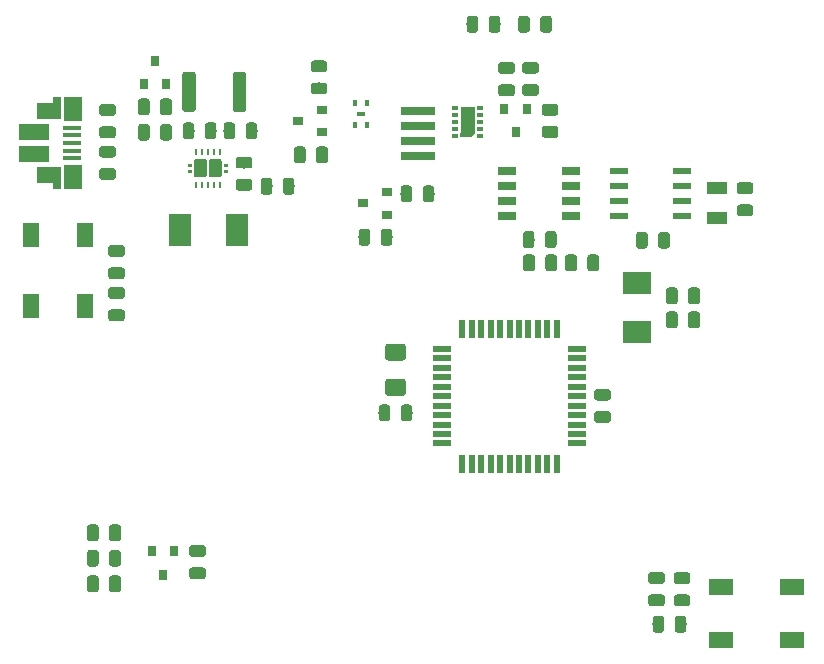
<source format=gtp>
G04 #@! TF.GenerationSoftware,KiCad,Pcbnew,(5.1.0)-1*
G04 #@! TF.CreationDate,2021-01-27T12:23:48+01:00*
G04 #@! TF.ProjectId,SmartSensor,536d6172-7453-4656-9e73-6f722e6b6963,rev?*
G04 #@! TF.SameCoordinates,Original*
G04 #@! TF.FileFunction,Paste,Top*
G04 #@! TF.FilePolarity,Positive*
%FSLAX46Y46*%
G04 Gerber Fmt 4.6, Leading zero omitted, Abs format (unit mm)*
G04 Created by KiCad (PCBNEW (5.1.0)-1) date 2021-01-27 12:23:48*
%MOMM*%
%LPD*%
G04 APERTURE LIST*
%ADD10C,0.100000*%
%ADD11C,0.975000*%
%ADD12C,1.125000*%
%ADD13R,3.000000X0.650000*%
%ADD14R,0.800000X0.350000*%
%ADD15R,0.300000X0.500000*%
%ADD16R,2.000000X1.350000*%
%ADD17R,0.700000X1.825000*%
%ADD18R,1.500000X2.000000*%
%ADD19R,1.650000X0.400000*%
%ADD20R,2.500000X1.430000*%
%ADD21R,1.903000X2.790000*%
%ADD22C,1.425000*%
%ADD23R,0.800000X0.900000*%
%ADD24R,0.900000X0.800000*%
%ADD25C,1.060000*%
%ADD26C,0.250000*%
%ADD27R,0.240000X0.600000*%
%ADD28C,0.300000*%
%ADD29R,1.000000X0.300000*%
%ADD30R,1.300000X2.200000*%
%ADD31R,0.600000X0.400000*%
%ADD32R,1.550000X0.600000*%
%ADD33R,1.500000X0.550000*%
%ADD34R,0.550000X1.500000*%
%ADD35R,1.800000X1.000000*%
%ADD36R,1.500000X0.650000*%
%ADD37R,2.400000X1.900000*%
%ADD38R,2.100000X1.400000*%
%ADD39R,1.400000X2.100000*%
G04 APERTURE END LIST*
D10*
G36*
X185560642Y-97853174D02*
G01*
X185584303Y-97856684D01*
X185607507Y-97862496D01*
X185630029Y-97870554D01*
X185651653Y-97880782D01*
X185672170Y-97893079D01*
X185691383Y-97907329D01*
X185709107Y-97923393D01*
X185725171Y-97941117D01*
X185739421Y-97960330D01*
X185751718Y-97980847D01*
X185761946Y-98002471D01*
X185770004Y-98024993D01*
X185775816Y-98048197D01*
X185779326Y-98071858D01*
X185780500Y-98095750D01*
X185780500Y-99008250D01*
X185779326Y-99032142D01*
X185775816Y-99055803D01*
X185770004Y-99079007D01*
X185761946Y-99101529D01*
X185751718Y-99123153D01*
X185739421Y-99143670D01*
X185725171Y-99162883D01*
X185709107Y-99180607D01*
X185691383Y-99196671D01*
X185672170Y-99210921D01*
X185651653Y-99223218D01*
X185630029Y-99233446D01*
X185607507Y-99241504D01*
X185584303Y-99247316D01*
X185560642Y-99250826D01*
X185536750Y-99252000D01*
X185049250Y-99252000D01*
X185025358Y-99250826D01*
X185001697Y-99247316D01*
X184978493Y-99241504D01*
X184955971Y-99233446D01*
X184934347Y-99223218D01*
X184913830Y-99210921D01*
X184894617Y-99196671D01*
X184876893Y-99180607D01*
X184860829Y-99162883D01*
X184846579Y-99143670D01*
X184834282Y-99123153D01*
X184824054Y-99101529D01*
X184815996Y-99079007D01*
X184810184Y-99055803D01*
X184806674Y-99032142D01*
X184805500Y-99008250D01*
X184805500Y-98095750D01*
X184806674Y-98071858D01*
X184810184Y-98048197D01*
X184815996Y-98024993D01*
X184824054Y-98002471D01*
X184834282Y-97980847D01*
X184846579Y-97960330D01*
X184860829Y-97941117D01*
X184876893Y-97923393D01*
X184894617Y-97907329D01*
X184913830Y-97893079D01*
X184934347Y-97880782D01*
X184955971Y-97870554D01*
X184978493Y-97862496D01*
X185001697Y-97856684D01*
X185025358Y-97853174D01*
X185049250Y-97852000D01*
X185536750Y-97852000D01*
X185560642Y-97853174D01*
X185560642Y-97853174D01*
G37*
D11*
X185293000Y-98552000D03*
D10*
G36*
X187435642Y-97853174D02*
G01*
X187459303Y-97856684D01*
X187482507Y-97862496D01*
X187505029Y-97870554D01*
X187526653Y-97880782D01*
X187547170Y-97893079D01*
X187566383Y-97907329D01*
X187584107Y-97923393D01*
X187600171Y-97941117D01*
X187614421Y-97960330D01*
X187626718Y-97980847D01*
X187636946Y-98002471D01*
X187645004Y-98024993D01*
X187650816Y-98048197D01*
X187654326Y-98071858D01*
X187655500Y-98095750D01*
X187655500Y-99008250D01*
X187654326Y-99032142D01*
X187650816Y-99055803D01*
X187645004Y-99079007D01*
X187636946Y-99101529D01*
X187626718Y-99123153D01*
X187614421Y-99143670D01*
X187600171Y-99162883D01*
X187584107Y-99180607D01*
X187566383Y-99196671D01*
X187547170Y-99210921D01*
X187526653Y-99223218D01*
X187505029Y-99233446D01*
X187482507Y-99241504D01*
X187459303Y-99247316D01*
X187435642Y-99250826D01*
X187411750Y-99252000D01*
X186924250Y-99252000D01*
X186900358Y-99250826D01*
X186876697Y-99247316D01*
X186853493Y-99241504D01*
X186830971Y-99233446D01*
X186809347Y-99223218D01*
X186788830Y-99210921D01*
X186769617Y-99196671D01*
X186751893Y-99180607D01*
X186735829Y-99162883D01*
X186721579Y-99143670D01*
X186709282Y-99123153D01*
X186699054Y-99101529D01*
X186690996Y-99079007D01*
X186685184Y-99055803D01*
X186681674Y-99032142D01*
X186680500Y-99008250D01*
X186680500Y-98095750D01*
X186681674Y-98071858D01*
X186685184Y-98048197D01*
X186690996Y-98024993D01*
X186699054Y-98002471D01*
X186709282Y-97980847D01*
X186721579Y-97960330D01*
X186735829Y-97941117D01*
X186751893Y-97923393D01*
X186769617Y-97907329D01*
X186788830Y-97893079D01*
X186809347Y-97880782D01*
X186830971Y-97870554D01*
X186853493Y-97862496D01*
X186876697Y-97856684D01*
X186900358Y-97853174D01*
X186924250Y-97852000D01*
X187411750Y-97852000D01*
X187435642Y-97853174D01*
X187435642Y-97853174D01*
G37*
D11*
X187168000Y-98552000D03*
D10*
G36*
X184290642Y-93154174D02*
G01*
X184314303Y-93157684D01*
X184337507Y-93163496D01*
X184360029Y-93171554D01*
X184381653Y-93181782D01*
X184402170Y-93194079D01*
X184421383Y-93208329D01*
X184439107Y-93224393D01*
X184455171Y-93242117D01*
X184469421Y-93261330D01*
X184481718Y-93281847D01*
X184491946Y-93303471D01*
X184500004Y-93325993D01*
X184505816Y-93349197D01*
X184509326Y-93372858D01*
X184510500Y-93396750D01*
X184510500Y-94309250D01*
X184509326Y-94333142D01*
X184505816Y-94356803D01*
X184500004Y-94380007D01*
X184491946Y-94402529D01*
X184481718Y-94424153D01*
X184469421Y-94444670D01*
X184455171Y-94463883D01*
X184439107Y-94481607D01*
X184421383Y-94497671D01*
X184402170Y-94511921D01*
X184381653Y-94524218D01*
X184360029Y-94534446D01*
X184337507Y-94542504D01*
X184314303Y-94548316D01*
X184290642Y-94551826D01*
X184266750Y-94553000D01*
X183779250Y-94553000D01*
X183755358Y-94551826D01*
X183731697Y-94548316D01*
X183708493Y-94542504D01*
X183685971Y-94534446D01*
X183664347Y-94524218D01*
X183643830Y-94511921D01*
X183624617Y-94497671D01*
X183606893Y-94481607D01*
X183590829Y-94463883D01*
X183576579Y-94444670D01*
X183564282Y-94424153D01*
X183554054Y-94402529D01*
X183545996Y-94380007D01*
X183540184Y-94356803D01*
X183536674Y-94333142D01*
X183535500Y-94309250D01*
X183535500Y-93396750D01*
X183536674Y-93372858D01*
X183540184Y-93349197D01*
X183545996Y-93325993D01*
X183554054Y-93303471D01*
X183564282Y-93281847D01*
X183576579Y-93261330D01*
X183590829Y-93242117D01*
X183606893Y-93224393D01*
X183624617Y-93208329D01*
X183643830Y-93194079D01*
X183664347Y-93181782D01*
X183685971Y-93171554D01*
X183708493Y-93163496D01*
X183731697Y-93157684D01*
X183755358Y-93154174D01*
X183779250Y-93153000D01*
X184266750Y-93153000D01*
X184290642Y-93154174D01*
X184290642Y-93154174D01*
G37*
D11*
X184023000Y-93853000D03*
D10*
G36*
X182415642Y-93154174D02*
G01*
X182439303Y-93157684D01*
X182462507Y-93163496D01*
X182485029Y-93171554D01*
X182506653Y-93181782D01*
X182527170Y-93194079D01*
X182546383Y-93208329D01*
X182564107Y-93224393D01*
X182580171Y-93242117D01*
X182594421Y-93261330D01*
X182606718Y-93281847D01*
X182616946Y-93303471D01*
X182625004Y-93325993D01*
X182630816Y-93349197D01*
X182634326Y-93372858D01*
X182635500Y-93396750D01*
X182635500Y-94309250D01*
X182634326Y-94333142D01*
X182630816Y-94356803D01*
X182625004Y-94380007D01*
X182616946Y-94402529D01*
X182606718Y-94424153D01*
X182594421Y-94444670D01*
X182580171Y-94463883D01*
X182564107Y-94481607D01*
X182546383Y-94497671D01*
X182527170Y-94511921D01*
X182506653Y-94524218D01*
X182485029Y-94534446D01*
X182462507Y-94542504D01*
X182439303Y-94548316D01*
X182415642Y-94551826D01*
X182391750Y-94553000D01*
X181904250Y-94553000D01*
X181880358Y-94551826D01*
X181856697Y-94548316D01*
X181833493Y-94542504D01*
X181810971Y-94534446D01*
X181789347Y-94524218D01*
X181768830Y-94511921D01*
X181749617Y-94497671D01*
X181731893Y-94481607D01*
X181715829Y-94463883D01*
X181701579Y-94444670D01*
X181689282Y-94424153D01*
X181679054Y-94402529D01*
X181670996Y-94380007D01*
X181665184Y-94356803D01*
X181661674Y-94333142D01*
X181660500Y-94309250D01*
X181660500Y-93396750D01*
X181661674Y-93372858D01*
X181665184Y-93349197D01*
X181670996Y-93325993D01*
X181679054Y-93303471D01*
X181689282Y-93281847D01*
X181701579Y-93261330D01*
X181715829Y-93242117D01*
X181731893Y-93224393D01*
X181749617Y-93208329D01*
X181768830Y-93194079D01*
X181789347Y-93181782D01*
X181810971Y-93171554D01*
X181833493Y-93163496D01*
X181856697Y-93157684D01*
X181880358Y-93154174D01*
X181904250Y-93153000D01*
X182391750Y-93153000D01*
X182415642Y-93154174D01*
X182415642Y-93154174D01*
G37*
D11*
X182148000Y-93853000D03*
D10*
G36*
X175176642Y-93281174D02*
G01*
X175200303Y-93284684D01*
X175223507Y-93290496D01*
X175246029Y-93298554D01*
X175267653Y-93308782D01*
X175288170Y-93321079D01*
X175307383Y-93335329D01*
X175325107Y-93351393D01*
X175341171Y-93369117D01*
X175355421Y-93388330D01*
X175367718Y-93408847D01*
X175377946Y-93430471D01*
X175386004Y-93452993D01*
X175391816Y-93476197D01*
X175395326Y-93499858D01*
X175396500Y-93523750D01*
X175396500Y-94436250D01*
X175395326Y-94460142D01*
X175391816Y-94483803D01*
X175386004Y-94507007D01*
X175377946Y-94529529D01*
X175367718Y-94551153D01*
X175355421Y-94571670D01*
X175341171Y-94590883D01*
X175325107Y-94608607D01*
X175307383Y-94624671D01*
X175288170Y-94638921D01*
X175267653Y-94651218D01*
X175246029Y-94661446D01*
X175223507Y-94669504D01*
X175200303Y-94675316D01*
X175176642Y-94678826D01*
X175152750Y-94680000D01*
X174665250Y-94680000D01*
X174641358Y-94678826D01*
X174617697Y-94675316D01*
X174594493Y-94669504D01*
X174571971Y-94661446D01*
X174550347Y-94651218D01*
X174529830Y-94638921D01*
X174510617Y-94624671D01*
X174492893Y-94608607D01*
X174476829Y-94590883D01*
X174462579Y-94571670D01*
X174450282Y-94551153D01*
X174440054Y-94529529D01*
X174431996Y-94507007D01*
X174426184Y-94483803D01*
X174422674Y-94460142D01*
X174421500Y-94436250D01*
X174421500Y-93523750D01*
X174422674Y-93499858D01*
X174426184Y-93476197D01*
X174431996Y-93452993D01*
X174440054Y-93430471D01*
X174450282Y-93408847D01*
X174462579Y-93388330D01*
X174476829Y-93369117D01*
X174492893Y-93351393D01*
X174510617Y-93335329D01*
X174529830Y-93321079D01*
X174550347Y-93308782D01*
X174571971Y-93298554D01*
X174594493Y-93290496D01*
X174617697Y-93284684D01*
X174641358Y-93281174D01*
X174665250Y-93280000D01*
X175152750Y-93280000D01*
X175176642Y-93281174D01*
X175176642Y-93281174D01*
G37*
D11*
X174909000Y-93980000D03*
D10*
G36*
X177051642Y-93281174D02*
G01*
X177075303Y-93284684D01*
X177098507Y-93290496D01*
X177121029Y-93298554D01*
X177142653Y-93308782D01*
X177163170Y-93321079D01*
X177182383Y-93335329D01*
X177200107Y-93351393D01*
X177216171Y-93369117D01*
X177230421Y-93388330D01*
X177242718Y-93408847D01*
X177252946Y-93430471D01*
X177261004Y-93452993D01*
X177266816Y-93476197D01*
X177270326Y-93499858D01*
X177271500Y-93523750D01*
X177271500Y-94436250D01*
X177270326Y-94460142D01*
X177266816Y-94483803D01*
X177261004Y-94507007D01*
X177252946Y-94529529D01*
X177242718Y-94551153D01*
X177230421Y-94571670D01*
X177216171Y-94590883D01*
X177200107Y-94608607D01*
X177182383Y-94624671D01*
X177163170Y-94638921D01*
X177142653Y-94651218D01*
X177121029Y-94661446D01*
X177098507Y-94669504D01*
X177075303Y-94675316D01*
X177051642Y-94678826D01*
X177027750Y-94680000D01*
X176540250Y-94680000D01*
X176516358Y-94678826D01*
X176492697Y-94675316D01*
X176469493Y-94669504D01*
X176446971Y-94661446D01*
X176425347Y-94651218D01*
X176404830Y-94638921D01*
X176385617Y-94624671D01*
X176367893Y-94608607D01*
X176351829Y-94590883D01*
X176337579Y-94571670D01*
X176325282Y-94551153D01*
X176315054Y-94529529D01*
X176306996Y-94507007D01*
X176301184Y-94483803D01*
X176297674Y-94460142D01*
X176296500Y-94436250D01*
X176296500Y-93523750D01*
X176297674Y-93499858D01*
X176301184Y-93476197D01*
X176306996Y-93452993D01*
X176315054Y-93430471D01*
X176325282Y-93408847D01*
X176337579Y-93388330D01*
X176351829Y-93369117D01*
X176367893Y-93351393D01*
X176385617Y-93335329D01*
X176404830Y-93321079D01*
X176425347Y-93308782D01*
X176446971Y-93298554D01*
X176469493Y-93290496D01*
X176492697Y-93284684D01*
X176516358Y-93281174D01*
X176540250Y-93280000D01*
X177027750Y-93280000D01*
X177051642Y-93281174D01*
X177051642Y-93281174D01*
G37*
D11*
X176784000Y-93980000D03*
D10*
G36*
X178956642Y-93154174D02*
G01*
X178980303Y-93157684D01*
X179003507Y-93163496D01*
X179026029Y-93171554D01*
X179047653Y-93181782D01*
X179068170Y-93194079D01*
X179087383Y-93208329D01*
X179105107Y-93224393D01*
X179121171Y-93242117D01*
X179135421Y-93261330D01*
X179147718Y-93281847D01*
X179157946Y-93303471D01*
X179166004Y-93325993D01*
X179171816Y-93349197D01*
X179175326Y-93372858D01*
X179176500Y-93396750D01*
X179176500Y-94309250D01*
X179175326Y-94333142D01*
X179171816Y-94356803D01*
X179166004Y-94380007D01*
X179157946Y-94402529D01*
X179147718Y-94424153D01*
X179135421Y-94444670D01*
X179121171Y-94463883D01*
X179105107Y-94481607D01*
X179087383Y-94497671D01*
X179068170Y-94511921D01*
X179047653Y-94524218D01*
X179026029Y-94534446D01*
X179003507Y-94542504D01*
X178980303Y-94548316D01*
X178956642Y-94551826D01*
X178932750Y-94553000D01*
X178445250Y-94553000D01*
X178421358Y-94551826D01*
X178397697Y-94548316D01*
X178374493Y-94542504D01*
X178351971Y-94534446D01*
X178330347Y-94524218D01*
X178309830Y-94511921D01*
X178290617Y-94497671D01*
X178272893Y-94481607D01*
X178256829Y-94463883D01*
X178242579Y-94444670D01*
X178230282Y-94424153D01*
X178220054Y-94402529D01*
X178211996Y-94380007D01*
X178206184Y-94356803D01*
X178202674Y-94333142D01*
X178201500Y-94309250D01*
X178201500Y-93396750D01*
X178202674Y-93372858D01*
X178206184Y-93349197D01*
X178211996Y-93325993D01*
X178220054Y-93303471D01*
X178230282Y-93281847D01*
X178242579Y-93261330D01*
X178256829Y-93242117D01*
X178272893Y-93224393D01*
X178290617Y-93208329D01*
X178309830Y-93194079D01*
X178330347Y-93181782D01*
X178351971Y-93171554D01*
X178374493Y-93163496D01*
X178397697Y-93157684D01*
X178421358Y-93154174D01*
X178445250Y-93153000D01*
X178932750Y-93153000D01*
X178956642Y-93154174D01*
X178956642Y-93154174D01*
G37*
D11*
X178689000Y-93853000D03*
D10*
G36*
X180831642Y-93154174D02*
G01*
X180855303Y-93157684D01*
X180878507Y-93163496D01*
X180901029Y-93171554D01*
X180922653Y-93181782D01*
X180943170Y-93194079D01*
X180962383Y-93208329D01*
X180980107Y-93224393D01*
X180996171Y-93242117D01*
X181010421Y-93261330D01*
X181022718Y-93281847D01*
X181032946Y-93303471D01*
X181041004Y-93325993D01*
X181046816Y-93349197D01*
X181050326Y-93372858D01*
X181051500Y-93396750D01*
X181051500Y-94309250D01*
X181050326Y-94333142D01*
X181046816Y-94356803D01*
X181041004Y-94380007D01*
X181032946Y-94402529D01*
X181022718Y-94424153D01*
X181010421Y-94444670D01*
X180996171Y-94463883D01*
X180980107Y-94481607D01*
X180962383Y-94497671D01*
X180943170Y-94511921D01*
X180922653Y-94524218D01*
X180901029Y-94534446D01*
X180878507Y-94542504D01*
X180855303Y-94548316D01*
X180831642Y-94551826D01*
X180807750Y-94553000D01*
X180320250Y-94553000D01*
X180296358Y-94551826D01*
X180272697Y-94548316D01*
X180249493Y-94542504D01*
X180226971Y-94534446D01*
X180205347Y-94524218D01*
X180184830Y-94511921D01*
X180165617Y-94497671D01*
X180147893Y-94481607D01*
X180131829Y-94463883D01*
X180117579Y-94444670D01*
X180105282Y-94424153D01*
X180095054Y-94402529D01*
X180086996Y-94380007D01*
X180081184Y-94356803D01*
X180077674Y-94333142D01*
X180076500Y-94309250D01*
X180076500Y-93396750D01*
X180077674Y-93372858D01*
X180081184Y-93349197D01*
X180086996Y-93325993D01*
X180095054Y-93303471D01*
X180105282Y-93281847D01*
X180117579Y-93261330D01*
X180131829Y-93242117D01*
X180147893Y-93224393D01*
X180165617Y-93208329D01*
X180184830Y-93194079D01*
X180205347Y-93181782D01*
X180226971Y-93171554D01*
X180249493Y-93163496D01*
X180272697Y-93157684D01*
X180296358Y-93154174D01*
X180320250Y-93153000D01*
X180807750Y-93153000D01*
X180831642Y-93154174D01*
X180831642Y-93154174D01*
G37*
D11*
X180564000Y-93853000D03*
D10*
G36*
X208125142Y-88032674D02*
G01*
X208148803Y-88036184D01*
X208172007Y-88041996D01*
X208194529Y-88050054D01*
X208216153Y-88060282D01*
X208236670Y-88072579D01*
X208255883Y-88086829D01*
X208273607Y-88102893D01*
X208289671Y-88120617D01*
X208303921Y-88139830D01*
X208316218Y-88160347D01*
X208326446Y-88181971D01*
X208334504Y-88204493D01*
X208340316Y-88227697D01*
X208343826Y-88251358D01*
X208345000Y-88275250D01*
X208345000Y-88762750D01*
X208343826Y-88786642D01*
X208340316Y-88810303D01*
X208334504Y-88833507D01*
X208326446Y-88856029D01*
X208316218Y-88877653D01*
X208303921Y-88898170D01*
X208289671Y-88917383D01*
X208273607Y-88935107D01*
X208255883Y-88951171D01*
X208236670Y-88965421D01*
X208216153Y-88977718D01*
X208194529Y-88987946D01*
X208172007Y-88996004D01*
X208148803Y-89001816D01*
X208125142Y-89005326D01*
X208101250Y-89006500D01*
X207188750Y-89006500D01*
X207164858Y-89005326D01*
X207141197Y-89001816D01*
X207117993Y-88996004D01*
X207095471Y-88987946D01*
X207073847Y-88977718D01*
X207053330Y-88965421D01*
X207034117Y-88951171D01*
X207016393Y-88935107D01*
X207000329Y-88917383D01*
X206986079Y-88898170D01*
X206973782Y-88877653D01*
X206963554Y-88856029D01*
X206955496Y-88833507D01*
X206949684Y-88810303D01*
X206946174Y-88786642D01*
X206945000Y-88762750D01*
X206945000Y-88275250D01*
X206946174Y-88251358D01*
X206949684Y-88227697D01*
X206955496Y-88204493D01*
X206963554Y-88181971D01*
X206973782Y-88160347D01*
X206986079Y-88139830D01*
X207000329Y-88120617D01*
X207016393Y-88102893D01*
X207034117Y-88086829D01*
X207053330Y-88072579D01*
X207073847Y-88060282D01*
X207095471Y-88050054D01*
X207117993Y-88041996D01*
X207141197Y-88036184D01*
X207164858Y-88032674D01*
X207188750Y-88031500D01*
X208101250Y-88031500D01*
X208125142Y-88032674D01*
X208125142Y-88032674D01*
G37*
D11*
X207645000Y-88519000D03*
D10*
G36*
X208125142Y-89907674D02*
G01*
X208148803Y-89911184D01*
X208172007Y-89916996D01*
X208194529Y-89925054D01*
X208216153Y-89935282D01*
X208236670Y-89947579D01*
X208255883Y-89961829D01*
X208273607Y-89977893D01*
X208289671Y-89995617D01*
X208303921Y-90014830D01*
X208316218Y-90035347D01*
X208326446Y-90056971D01*
X208334504Y-90079493D01*
X208340316Y-90102697D01*
X208343826Y-90126358D01*
X208345000Y-90150250D01*
X208345000Y-90637750D01*
X208343826Y-90661642D01*
X208340316Y-90685303D01*
X208334504Y-90708507D01*
X208326446Y-90731029D01*
X208316218Y-90752653D01*
X208303921Y-90773170D01*
X208289671Y-90792383D01*
X208273607Y-90810107D01*
X208255883Y-90826171D01*
X208236670Y-90840421D01*
X208216153Y-90852718D01*
X208194529Y-90862946D01*
X208172007Y-90871004D01*
X208148803Y-90876816D01*
X208125142Y-90880326D01*
X208101250Y-90881500D01*
X207188750Y-90881500D01*
X207164858Y-90880326D01*
X207141197Y-90876816D01*
X207117993Y-90871004D01*
X207095471Y-90862946D01*
X207073847Y-90852718D01*
X207053330Y-90840421D01*
X207034117Y-90826171D01*
X207016393Y-90810107D01*
X207000329Y-90792383D01*
X206986079Y-90773170D01*
X206973782Y-90752653D01*
X206963554Y-90731029D01*
X206955496Y-90708507D01*
X206949684Y-90685303D01*
X206946174Y-90661642D01*
X206945000Y-90637750D01*
X206945000Y-90150250D01*
X206946174Y-90126358D01*
X206949684Y-90102697D01*
X206955496Y-90079493D01*
X206963554Y-90056971D01*
X206973782Y-90035347D01*
X206986079Y-90014830D01*
X207000329Y-89995617D01*
X207016393Y-89977893D01*
X207034117Y-89961829D01*
X207053330Y-89947579D01*
X207073847Y-89935282D01*
X207095471Y-89925054D01*
X207117993Y-89916996D01*
X207141197Y-89911184D01*
X207164858Y-89907674D01*
X207188750Y-89906500D01*
X208101250Y-89906500D01*
X208125142Y-89907674D01*
X208125142Y-89907674D01*
G37*
D11*
X207645000Y-90394000D03*
D10*
G36*
X206093142Y-89937674D02*
G01*
X206116803Y-89941184D01*
X206140007Y-89946996D01*
X206162529Y-89955054D01*
X206184153Y-89965282D01*
X206204670Y-89977579D01*
X206223883Y-89991829D01*
X206241607Y-90007893D01*
X206257671Y-90025617D01*
X206271921Y-90044830D01*
X206284218Y-90065347D01*
X206294446Y-90086971D01*
X206302504Y-90109493D01*
X206308316Y-90132697D01*
X206311826Y-90156358D01*
X206313000Y-90180250D01*
X206313000Y-90667750D01*
X206311826Y-90691642D01*
X206308316Y-90715303D01*
X206302504Y-90738507D01*
X206294446Y-90761029D01*
X206284218Y-90782653D01*
X206271921Y-90803170D01*
X206257671Y-90822383D01*
X206241607Y-90840107D01*
X206223883Y-90856171D01*
X206204670Y-90870421D01*
X206184153Y-90882718D01*
X206162529Y-90892946D01*
X206140007Y-90901004D01*
X206116803Y-90906816D01*
X206093142Y-90910326D01*
X206069250Y-90911500D01*
X205156750Y-90911500D01*
X205132858Y-90910326D01*
X205109197Y-90906816D01*
X205085993Y-90901004D01*
X205063471Y-90892946D01*
X205041847Y-90882718D01*
X205021330Y-90870421D01*
X205002117Y-90856171D01*
X204984393Y-90840107D01*
X204968329Y-90822383D01*
X204954079Y-90803170D01*
X204941782Y-90782653D01*
X204931554Y-90761029D01*
X204923496Y-90738507D01*
X204917684Y-90715303D01*
X204914174Y-90691642D01*
X204913000Y-90667750D01*
X204913000Y-90180250D01*
X204914174Y-90156358D01*
X204917684Y-90132697D01*
X204923496Y-90109493D01*
X204931554Y-90086971D01*
X204941782Y-90065347D01*
X204954079Y-90044830D01*
X204968329Y-90025617D01*
X204984393Y-90007893D01*
X205002117Y-89991829D01*
X205021330Y-89977579D01*
X205041847Y-89965282D01*
X205063471Y-89955054D01*
X205085993Y-89946996D01*
X205109197Y-89941184D01*
X205132858Y-89937674D01*
X205156750Y-89936500D01*
X206069250Y-89936500D01*
X206093142Y-89937674D01*
X206093142Y-89937674D01*
G37*
D11*
X205613000Y-90424000D03*
D10*
G36*
X206093142Y-88062674D02*
G01*
X206116803Y-88066184D01*
X206140007Y-88071996D01*
X206162529Y-88080054D01*
X206184153Y-88090282D01*
X206204670Y-88102579D01*
X206223883Y-88116829D01*
X206241607Y-88132893D01*
X206257671Y-88150617D01*
X206271921Y-88169830D01*
X206284218Y-88190347D01*
X206294446Y-88211971D01*
X206302504Y-88234493D01*
X206308316Y-88257697D01*
X206311826Y-88281358D01*
X206313000Y-88305250D01*
X206313000Y-88792750D01*
X206311826Y-88816642D01*
X206308316Y-88840303D01*
X206302504Y-88863507D01*
X206294446Y-88886029D01*
X206284218Y-88907653D01*
X206271921Y-88928170D01*
X206257671Y-88947383D01*
X206241607Y-88965107D01*
X206223883Y-88981171D01*
X206204670Y-88995421D01*
X206184153Y-89007718D01*
X206162529Y-89017946D01*
X206140007Y-89026004D01*
X206116803Y-89031816D01*
X206093142Y-89035326D01*
X206069250Y-89036500D01*
X205156750Y-89036500D01*
X205132858Y-89035326D01*
X205109197Y-89031816D01*
X205085993Y-89026004D01*
X205063471Y-89017946D01*
X205041847Y-89007718D01*
X205021330Y-88995421D01*
X205002117Y-88981171D01*
X204984393Y-88965107D01*
X204968329Y-88947383D01*
X204954079Y-88928170D01*
X204941782Y-88907653D01*
X204931554Y-88886029D01*
X204923496Y-88863507D01*
X204917684Y-88840303D01*
X204914174Y-88816642D01*
X204913000Y-88792750D01*
X204913000Y-88305250D01*
X204914174Y-88281358D01*
X204917684Y-88257697D01*
X204923496Y-88234493D01*
X204931554Y-88211971D01*
X204941782Y-88190347D01*
X204954079Y-88169830D01*
X204968329Y-88150617D01*
X204984393Y-88132893D01*
X205002117Y-88116829D01*
X205021330Y-88102579D01*
X205041847Y-88090282D01*
X205063471Y-88080054D01*
X205085993Y-88071996D01*
X205109197Y-88066184D01*
X205132858Y-88062674D01*
X205156750Y-88061500D01*
X206069250Y-88061500D01*
X206093142Y-88062674D01*
X206093142Y-88062674D01*
G37*
D11*
X205613000Y-88549000D03*
D10*
G36*
X199276642Y-98488174D02*
G01*
X199300303Y-98491684D01*
X199323507Y-98497496D01*
X199346029Y-98505554D01*
X199367653Y-98515782D01*
X199388170Y-98528079D01*
X199407383Y-98542329D01*
X199425107Y-98558393D01*
X199441171Y-98576117D01*
X199455421Y-98595330D01*
X199467718Y-98615847D01*
X199477946Y-98637471D01*
X199486004Y-98659993D01*
X199491816Y-98683197D01*
X199495326Y-98706858D01*
X199496500Y-98730750D01*
X199496500Y-99643250D01*
X199495326Y-99667142D01*
X199491816Y-99690803D01*
X199486004Y-99714007D01*
X199477946Y-99736529D01*
X199467718Y-99758153D01*
X199455421Y-99778670D01*
X199441171Y-99797883D01*
X199425107Y-99815607D01*
X199407383Y-99831671D01*
X199388170Y-99845921D01*
X199367653Y-99858218D01*
X199346029Y-99868446D01*
X199323507Y-99876504D01*
X199300303Y-99882316D01*
X199276642Y-99885826D01*
X199252750Y-99887000D01*
X198765250Y-99887000D01*
X198741358Y-99885826D01*
X198717697Y-99882316D01*
X198694493Y-99876504D01*
X198671971Y-99868446D01*
X198650347Y-99858218D01*
X198629830Y-99845921D01*
X198610617Y-99831671D01*
X198592893Y-99815607D01*
X198576829Y-99797883D01*
X198562579Y-99778670D01*
X198550282Y-99758153D01*
X198540054Y-99736529D01*
X198531996Y-99714007D01*
X198526184Y-99690803D01*
X198522674Y-99667142D01*
X198521500Y-99643250D01*
X198521500Y-98730750D01*
X198522674Y-98706858D01*
X198526184Y-98683197D01*
X198531996Y-98659993D01*
X198540054Y-98637471D01*
X198550282Y-98615847D01*
X198562579Y-98595330D01*
X198576829Y-98576117D01*
X198592893Y-98558393D01*
X198610617Y-98542329D01*
X198629830Y-98528079D01*
X198650347Y-98515782D01*
X198671971Y-98505554D01*
X198694493Y-98497496D01*
X198717697Y-98491684D01*
X198741358Y-98488174D01*
X198765250Y-98487000D01*
X199252750Y-98487000D01*
X199276642Y-98488174D01*
X199276642Y-98488174D01*
G37*
D11*
X199009000Y-99187000D03*
D10*
G36*
X197401642Y-98488174D02*
G01*
X197425303Y-98491684D01*
X197448507Y-98497496D01*
X197471029Y-98505554D01*
X197492653Y-98515782D01*
X197513170Y-98528079D01*
X197532383Y-98542329D01*
X197550107Y-98558393D01*
X197566171Y-98576117D01*
X197580421Y-98595330D01*
X197592718Y-98615847D01*
X197602946Y-98637471D01*
X197611004Y-98659993D01*
X197616816Y-98683197D01*
X197620326Y-98706858D01*
X197621500Y-98730750D01*
X197621500Y-99643250D01*
X197620326Y-99667142D01*
X197616816Y-99690803D01*
X197611004Y-99714007D01*
X197602946Y-99736529D01*
X197592718Y-99758153D01*
X197580421Y-99778670D01*
X197566171Y-99797883D01*
X197550107Y-99815607D01*
X197532383Y-99831671D01*
X197513170Y-99845921D01*
X197492653Y-99858218D01*
X197471029Y-99868446D01*
X197448507Y-99876504D01*
X197425303Y-99882316D01*
X197401642Y-99885826D01*
X197377750Y-99887000D01*
X196890250Y-99887000D01*
X196866358Y-99885826D01*
X196842697Y-99882316D01*
X196819493Y-99876504D01*
X196796971Y-99868446D01*
X196775347Y-99858218D01*
X196754830Y-99845921D01*
X196735617Y-99831671D01*
X196717893Y-99815607D01*
X196701829Y-99797883D01*
X196687579Y-99778670D01*
X196675282Y-99758153D01*
X196665054Y-99736529D01*
X196656996Y-99714007D01*
X196651184Y-99690803D01*
X196647674Y-99667142D01*
X196646500Y-99643250D01*
X196646500Y-98730750D01*
X196647674Y-98706858D01*
X196651184Y-98683197D01*
X196656996Y-98659993D01*
X196665054Y-98637471D01*
X196675282Y-98615847D01*
X196687579Y-98595330D01*
X196701829Y-98576117D01*
X196717893Y-98558393D01*
X196735617Y-98542329D01*
X196754830Y-98528079D01*
X196775347Y-98515782D01*
X196796971Y-98505554D01*
X196819493Y-98497496D01*
X196842697Y-98491684D01*
X196866358Y-98488174D01*
X196890250Y-98487000D01*
X197377750Y-98487000D01*
X197401642Y-98488174D01*
X197401642Y-98488174D01*
G37*
D11*
X197134000Y-99187000D03*
D10*
G36*
X190218142Y-87905674D02*
G01*
X190241803Y-87909184D01*
X190265007Y-87914996D01*
X190287529Y-87923054D01*
X190309153Y-87933282D01*
X190329670Y-87945579D01*
X190348883Y-87959829D01*
X190366607Y-87975893D01*
X190382671Y-87993617D01*
X190396921Y-88012830D01*
X190409218Y-88033347D01*
X190419446Y-88054971D01*
X190427504Y-88077493D01*
X190433316Y-88100697D01*
X190436826Y-88124358D01*
X190438000Y-88148250D01*
X190438000Y-88635750D01*
X190436826Y-88659642D01*
X190433316Y-88683303D01*
X190427504Y-88706507D01*
X190419446Y-88729029D01*
X190409218Y-88750653D01*
X190396921Y-88771170D01*
X190382671Y-88790383D01*
X190366607Y-88808107D01*
X190348883Y-88824171D01*
X190329670Y-88838421D01*
X190309153Y-88850718D01*
X190287529Y-88860946D01*
X190265007Y-88869004D01*
X190241803Y-88874816D01*
X190218142Y-88878326D01*
X190194250Y-88879500D01*
X189281750Y-88879500D01*
X189257858Y-88878326D01*
X189234197Y-88874816D01*
X189210993Y-88869004D01*
X189188471Y-88860946D01*
X189166847Y-88850718D01*
X189146330Y-88838421D01*
X189127117Y-88824171D01*
X189109393Y-88808107D01*
X189093329Y-88790383D01*
X189079079Y-88771170D01*
X189066782Y-88750653D01*
X189056554Y-88729029D01*
X189048496Y-88706507D01*
X189042684Y-88683303D01*
X189039174Y-88659642D01*
X189038000Y-88635750D01*
X189038000Y-88148250D01*
X189039174Y-88124358D01*
X189042684Y-88100697D01*
X189048496Y-88077493D01*
X189056554Y-88054971D01*
X189066782Y-88033347D01*
X189079079Y-88012830D01*
X189093329Y-87993617D01*
X189109393Y-87975893D01*
X189127117Y-87959829D01*
X189146330Y-87945579D01*
X189166847Y-87933282D01*
X189188471Y-87923054D01*
X189210993Y-87914996D01*
X189234197Y-87909184D01*
X189257858Y-87905674D01*
X189281750Y-87904500D01*
X190194250Y-87904500D01*
X190218142Y-87905674D01*
X190218142Y-87905674D01*
G37*
D11*
X189738000Y-88392000D03*
D10*
G36*
X190218142Y-89780674D02*
G01*
X190241803Y-89784184D01*
X190265007Y-89789996D01*
X190287529Y-89798054D01*
X190309153Y-89808282D01*
X190329670Y-89820579D01*
X190348883Y-89834829D01*
X190366607Y-89850893D01*
X190382671Y-89868617D01*
X190396921Y-89887830D01*
X190409218Y-89908347D01*
X190419446Y-89929971D01*
X190427504Y-89952493D01*
X190433316Y-89975697D01*
X190436826Y-89999358D01*
X190438000Y-90023250D01*
X190438000Y-90510750D01*
X190436826Y-90534642D01*
X190433316Y-90558303D01*
X190427504Y-90581507D01*
X190419446Y-90604029D01*
X190409218Y-90625653D01*
X190396921Y-90646170D01*
X190382671Y-90665383D01*
X190366607Y-90683107D01*
X190348883Y-90699171D01*
X190329670Y-90713421D01*
X190309153Y-90725718D01*
X190287529Y-90735946D01*
X190265007Y-90744004D01*
X190241803Y-90749816D01*
X190218142Y-90753326D01*
X190194250Y-90754500D01*
X189281750Y-90754500D01*
X189257858Y-90753326D01*
X189234197Y-90749816D01*
X189210993Y-90744004D01*
X189188471Y-90735946D01*
X189166847Y-90725718D01*
X189146330Y-90713421D01*
X189127117Y-90699171D01*
X189109393Y-90683107D01*
X189093329Y-90665383D01*
X189079079Y-90646170D01*
X189066782Y-90625653D01*
X189056554Y-90604029D01*
X189048496Y-90581507D01*
X189042684Y-90558303D01*
X189039174Y-90534642D01*
X189038000Y-90510750D01*
X189038000Y-90023250D01*
X189039174Y-89999358D01*
X189042684Y-89975697D01*
X189048496Y-89952493D01*
X189056554Y-89929971D01*
X189066782Y-89908347D01*
X189079079Y-89887830D01*
X189093329Y-89868617D01*
X189109393Y-89850893D01*
X189127117Y-89834829D01*
X189146330Y-89820579D01*
X189166847Y-89808282D01*
X189188471Y-89798054D01*
X189210993Y-89789996D01*
X189234197Y-89784184D01*
X189257858Y-89780674D01*
X189281750Y-89779500D01*
X190194250Y-89779500D01*
X190218142Y-89780674D01*
X190218142Y-89780674D01*
G37*
D11*
X189738000Y-90267000D03*
D10*
G36*
X221755642Y-107124174D02*
G01*
X221779303Y-107127684D01*
X221802507Y-107133496D01*
X221825029Y-107141554D01*
X221846653Y-107151782D01*
X221867170Y-107164079D01*
X221886383Y-107178329D01*
X221904107Y-107194393D01*
X221920171Y-107212117D01*
X221934421Y-107231330D01*
X221946718Y-107251847D01*
X221956946Y-107273471D01*
X221965004Y-107295993D01*
X221970816Y-107319197D01*
X221974326Y-107342858D01*
X221975500Y-107366750D01*
X221975500Y-108279250D01*
X221974326Y-108303142D01*
X221970816Y-108326803D01*
X221965004Y-108350007D01*
X221956946Y-108372529D01*
X221946718Y-108394153D01*
X221934421Y-108414670D01*
X221920171Y-108433883D01*
X221904107Y-108451607D01*
X221886383Y-108467671D01*
X221867170Y-108481921D01*
X221846653Y-108494218D01*
X221825029Y-108504446D01*
X221802507Y-108512504D01*
X221779303Y-108518316D01*
X221755642Y-108521826D01*
X221731750Y-108523000D01*
X221244250Y-108523000D01*
X221220358Y-108521826D01*
X221196697Y-108518316D01*
X221173493Y-108512504D01*
X221150971Y-108504446D01*
X221129347Y-108494218D01*
X221108830Y-108481921D01*
X221089617Y-108467671D01*
X221071893Y-108451607D01*
X221055829Y-108433883D01*
X221041579Y-108414670D01*
X221029282Y-108394153D01*
X221019054Y-108372529D01*
X221010996Y-108350007D01*
X221005184Y-108326803D01*
X221001674Y-108303142D01*
X221000500Y-108279250D01*
X221000500Y-107366750D01*
X221001674Y-107342858D01*
X221005184Y-107319197D01*
X221010996Y-107295993D01*
X221019054Y-107273471D01*
X221029282Y-107251847D01*
X221041579Y-107231330D01*
X221055829Y-107212117D01*
X221071893Y-107194393D01*
X221089617Y-107178329D01*
X221108830Y-107164079D01*
X221129347Y-107151782D01*
X221150971Y-107141554D01*
X221173493Y-107133496D01*
X221196697Y-107127684D01*
X221220358Y-107124174D01*
X221244250Y-107123000D01*
X221731750Y-107123000D01*
X221755642Y-107124174D01*
X221755642Y-107124174D01*
G37*
D11*
X221488000Y-107823000D03*
D10*
G36*
X219880642Y-107124174D02*
G01*
X219904303Y-107127684D01*
X219927507Y-107133496D01*
X219950029Y-107141554D01*
X219971653Y-107151782D01*
X219992170Y-107164079D01*
X220011383Y-107178329D01*
X220029107Y-107194393D01*
X220045171Y-107212117D01*
X220059421Y-107231330D01*
X220071718Y-107251847D01*
X220081946Y-107273471D01*
X220090004Y-107295993D01*
X220095816Y-107319197D01*
X220099326Y-107342858D01*
X220100500Y-107366750D01*
X220100500Y-108279250D01*
X220099326Y-108303142D01*
X220095816Y-108326803D01*
X220090004Y-108350007D01*
X220081946Y-108372529D01*
X220071718Y-108394153D01*
X220059421Y-108414670D01*
X220045171Y-108433883D01*
X220029107Y-108451607D01*
X220011383Y-108467671D01*
X219992170Y-108481921D01*
X219971653Y-108494218D01*
X219950029Y-108504446D01*
X219927507Y-108512504D01*
X219904303Y-108518316D01*
X219880642Y-108521826D01*
X219856750Y-108523000D01*
X219369250Y-108523000D01*
X219345358Y-108521826D01*
X219321697Y-108518316D01*
X219298493Y-108512504D01*
X219275971Y-108504446D01*
X219254347Y-108494218D01*
X219233830Y-108481921D01*
X219214617Y-108467671D01*
X219196893Y-108451607D01*
X219180829Y-108433883D01*
X219166579Y-108414670D01*
X219154282Y-108394153D01*
X219144054Y-108372529D01*
X219135996Y-108350007D01*
X219130184Y-108326803D01*
X219126674Y-108303142D01*
X219125500Y-108279250D01*
X219125500Y-107366750D01*
X219126674Y-107342858D01*
X219130184Y-107319197D01*
X219135996Y-107295993D01*
X219144054Y-107273471D01*
X219154282Y-107251847D01*
X219166579Y-107231330D01*
X219180829Y-107212117D01*
X219196893Y-107194393D01*
X219214617Y-107178329D01*
X219233830Y-107164079D01*
X219254347Y-107151782D01*
X219275971Y-107141554D01*
X219298493Y-107133496D01*
X219321697Y-107127684D01*
X219345358Y-107124174D01*
X219369250Y-107123000D01*
X219856750Y-107123000D01*
X219880642Y-107124174D01*
X219880642Y-107124174D01*
G37*
D11*
X219613000Y-107823000D03*
D10*
G36*
X218737642Y-134937174D02*
G01*
X218761303Y-134940684D01*
X218784507Y-134946496D01*
X218807029Y-134954554D01*
X218828653Y-134964782D01*
X218849170Y-134977079D01*
X218868383Y-134991329D01*
X218886107Y-135007393D01*
X218902171Y-135025117D01*
X218916421Y-135044330D01*
X218928718Y-135064847D01*
X218938946Y-135086471D01*
X218947004Y-135108993D01*
X218952816Y-135132197D01*
X218956326Y-135155858D01*
X218957500Y-135179750D01*
X218957500Y-136092250D01*
X218956326Y-136116142D01*
X218952816Y-136139803D01*
X218947004Y-136163007D01*
X218938946Y-136185529D01*
X218928718Y-136207153D01*
X218916421Y-136227670D01*
X218902171Y-136246883D01*
X218886107Y-136264607D01*
X218868383Y-136280671D01*
X218849170Y-136294921D01*
X218828653Y-136307218D01*
X218807029Y-136317446D01*
X218784507Y-136325504D01*
X218761303Y-136331316D01*
X218737642Y-136334826D01*
X218713750Y-136336000D01*
X218226250Y-136336000D01*
X218202358Y-136334826D01*
X218178697Y-136331316D01*
X218155493Y-136325504D01*
X218132971Y-136317446D01*
X218111347Y-136307218D01*
X218090830Y-136294921D01*
X218071617Y-136280671D01*
X218053893Y-136264607D01*
X218037829Y-136246883D01*
X218023579Y-136227670D01*
X218011282Y-136207153D01*
X218001054Y-136185529D01*
X217992996Y-136163007D01*
X217987184Y-136139803D01*
X217983674Y-136116142D01*
X217982500Y-136092250D01*
X217982500Y-135179750D01*
X217983674Y-135155858D01*
X217987184Y-135132197D01*
X217992996Y-135108993D01*
X218001054Y-135086471D01*
X218011282Y-135064847D01*
X218023579Y-135044330D01*
X218037829Y-135025117D01*
X218053893Y-135007393D01*
X218071617Y-134991329D01*
X218090830Y-134977079D01*
X218111347Y-134964782D01*
X218132971Y-134954554D01*
X218155493Y-134946496D01*
X218178697Y-134940684D01*
X218202358Y-134937174D01*
X218226250Y-134936000D01*
X218713750Y-134936000D01*
X218737642Y-134937174D01*
X218737642Y-134937174D01*
G37*
D11*
X218470000Y-135636000D03*
D10*
G36*
X220612642Y-134937174D02*
G01*
X220636303Y-134940684D01*
X220659507Y-134946496D01*
X220682029Y-134954554D01*
X220703653Y-134964782D01*
X220724170Y-134977079D01*
X220743383Y-134991329D01*
X220761107Y-135007393D01*
X220777171Y-135025117D01*
X220791421Y-135044330D01*
X220803718Y-135064847D01*
X220813946Y-135086471D01*
X220822004Y-135108993D01*
X220827816Y-135132197D01*
X220831326Y-135155858D01*
X220832500Y-135179750D01*
X220832500Y-136092250D01*
X220831326Y-136116142D01*
X220827816Y-136139803D01*
X220822004Y-136163007D01*
X220813946Y-136185529D01*
X220803718Y-136207153D01*
X220791421Y-136227670D01*
X220777171Y-136246883D01*
X220761107Y-136264607D01*
X220743383Y-136280671D01*
X220724170Y-136294921D01*
X220703653Y-136307218D01*
X220682029Y-136317446D01*
X220659507Y-136325504D01*
X220636303Y-136331316D01*
X220612642Y-136334826D01*
X220588750Y-136336000D01*
X220101250Y-136336000D01*
X220077358Y-136334826D01*
X220053697Y-136331316D01*
X220030493Y-136325504D01*
X220007971Y-136317446D01*
X219986347Y-136307218D01*
X219965830Y-136294921D01*
X219946617Y-136280671D01*
X219928893Y-136264607D01*
X219912829Y-136246883D01*
X219898579Y-136227670D01*
X219886282Y-136207153D01*
X219876054Y-136185529D01*
X219867996Y-136163007D01*
X219862184Y-136139803D01*
X219858674Y-136116142D01*
X219857500Y-136092250D01*
X219857500Y-135179750D01*
X219858674Y-135155858D01*
X219862184Y-135132197D01*
X219867996Y-135108993D01*
X219876054Y-135086471D01*
X219886282Y-135064847D01*
X219898579Y-135044330D01*
X219912829Y-135025117D01*
X219928893Y-135007393D01*
X219946617Y-134991329D01*
X219965830Y-134977079D01*
X219986347Y-134964782D01*
X220007971Y-134954554D01*
X220030493Y-134946496D01*
X220053697Y-134940684D01*
X220077358Y-134937174D01*
X220101250Y-134936000D01*
X220588750Y-134936000D01*
X220612642Y-134937174D01*
X220612642Y-134937174D01*
G37*
D11*
X220345000Y-135636000D03*
D10*
G36*
X219880642Y-109156174D02*
G01*
X219904303Y-109159684D01*
X219927507Y-109165496D01*
X219950029Y-109173554D01*
X219971653Y-109183782D01*
X219992170Y-109196079D01*
X220011383Y-109210329D01*
X220029107Y-109226393D01*
X220045171Y-109244117D01*
X220059421Y-109263330D01*
X220071718Y-109283847D01*
X220081946Y-109305471D01*
X220090004Y-109327993D01*
X220095816Y-109351197D01*
X220099326Y-109374858D01*
X220100500Y-109398750D01*
X220100500Y-110311250D01*
X220099326Y-110335142D01*
X220095816Y-110358803D01*
X220090004Y-110382007D01*
X220081946Y-110404529D01*
X220071718Y-110426153D01*
X220059421Y-110446670D01*
X220045171Y-110465883D01*
X220029107Y-110483607D01*
X220011383Y-110499671D01*
X219992170Y-110513921D01*
X219971653Y-110526218D01*
X219950029Y-110536446D01*
X219927507Y-110544504D01*
X219904303Y-110550316D01*
X219880642Y-110553826D01*
X219856750Y-110555000D01*
X219369250Y-110555000D01*
X219345358Y-110553826D01*
X219321697Y-110550316D01*
X219298493Y-110544504D01*
X219275971Y-110536446D01*
X219254347Y-110526218D01*
X219233830Y-110513921D01*
X219214617Y-110499671D01*
X219196893Y-110483607D01*
X219180829Y-110465883D01*
X219166579Y-110446670D01*
X219154282Y-110426153D01*
X219144054Y-110404529D01*
X219135996Y-110382007D01*
X219130184Y-110358803D01*
X219126674Y-110335142D01*
X219125500Y-110311250D01*
X219125500Y-109398750D01*
X219126674Y-109374858D01*
X219130184Y-109351197D01*
X219135996Y-109327993D01*
X219144054Y-109305471D01*
X219154282Y-109283847D01*
X219166579Y-109263330D01*
X219180829Y-109244117D01*
X219196893Y-109226393D01*
X219214617Y-109210329D01*
X219233830Y-109196079D01*
X219254347Y-109183782D01*
X219275971Y-109173554D01*
X219298493Y-109165496D01*
X219321697Y-109159684D01*
X219345358Y-109156174D01*
X219369250Y-109155000D01*
X219856750Y-109155000D01*
X219880642Y-109156174D01*
X219880642Y-109156174D01*
G37*
D11*
X219613000Y-109855000D03*
D10*
G36*
X221755642Y-109156174D02*
G01*
X221779303Y-109159684D01*
X221802507Y-109165496D01*
X221825029Y-109173554D01*
X221846653Y-109183782D01*
X221867170Y-109196079D01*
X221886383Y-109210329D01*
X221904107Y-109226393D01*
X221920171Y-109244117D01*
X221934421Y-109263330D01*
X221946718Y-109283847D01*
X221956946Y-109305471D01*
X221965004Y-109327993D01*
X221970816Y-109351197D01*
X221974326Y-109374858D01*
X221975500Y-109398750D01*
X221975500Y-110311250D01*
X221974326Y-110335142D01*
X221970816Y-110358803D01*
X221965004Y-110382007D01*
X221956946Y-110404529D01*
X221946718Y-110426153D01*
X221934421Y-110446670D01*
X221920171Y-110465883D01*
X221904107Y-110483607D01*
X221886383Y-110499671D01*
X221867170Y-110513921D01*
X221846653Y-110526218D01*
X221825029Y-110536446D01*
X221802507Y-110544504D01*
X221779303Y-110550316D01*
X221755642Y-110553826D01*
X221731750Y-110555000D01*
X221244250Y-110555000D01*
X221220358Y-110553826D01*
X221196697Y-110550316D01*
X221173493Y-110544504D01*
X221150971Y-110536446D01*
X221129347Y-110526218D01*
X221108830Y-110513921D01*
X221089617Y-110499671D01*
X221071893Y-110483607D01*
X221055829Y-110465883D01*
X221041579Y-110446670D01*
X221029282Y-110426153D01*
X221019054Y-110404529D01*
X221010996Y-110382007D01*
X221005184Y-110358803D01*
X221001674Y-110335142D01*
X221000500Y-110311250D01*
X221000500Y-109398750D01*
X221001674Y-109374858D01*
X221005184Y-109351197D01*
X221010996Y-109327993D01*
X221019054Y-109305471D01*
X221029282Y-109283847D01*
X221041579Y-109263330D01*
X221055829Y-109244117D01*
X221071893Y-109226393D01*
X221089617Y-109210329D01*
X221108830Y-109196079D01*
X221129347Y-109183782D01*
X221150971Y-109173554D01*
X221173493Y-109165496D01*
X221196697Y-109159684D01*
X221220358Y-109156174D01*
X221244250Y-109155000D01*
X221731750Y-109155000D01*
X221755642Y-109156174D01*
X221755642Y-109156174D01*
G37*
D11*
X221488000Y-109855000D03*
D10*
G36*
X214221142Y-117593674D02*
G01*
X214244803Y-117597184D01*
X214268007Y-117602996D01*
X214290529Y-117611054D01*
X214312153Y-117621282D01*
X214332670Y-117633579D01*
X214351883Y-117647829D01*
X214369607Y-117663893D01*
X214385671Y-117681617D01*
X214399921Y-117700830D01*
X214412218Y-117721347D01*
X214422446Y-117742971D01*
X214430504Y-117765493D01*
X214436316Y-117788697D01*
X214439826Y-117812358D01*
X214441000Y-117836250D01*
X214441000Y-118323750D01*
X214439826Y-118347642D01*
X214436316Y-118371303D01*
X214430504Y-118394507D01*
X214422446Y-118417029D01*
X214412218Y-118438653D01*
X214399921Y-118459170D01*
X214385671Y-118478383D01*
X214369607Y-118496107D01*
X214351883Y-118512171D01*
X214332670Y-118526421D01*
X214312153Y-118538718D01*
X214290529Y-118548946D01*
X214268007Y-118557004D01*
X214244803Y-118562816D01*
X214221142Y-118566326D01*
X214197250Y-118567500D01*
X213284750Y-118567500D01*
X213260858Y-118566326D01*
X213237197Y-118562816D01*
X213213993Y-118557004D01*
X213191471Y-118548946D01*
X213169847Y-118538718D01*
X213149330Y-118526421D01*
X213130117Y-118512171D01*
X213112393Y-118496107D01*
X213096329Y-118478383D01*
X213082079Y-118459170D01*
X213069782Y-118438653D01*
X213059554Y-118417029D01*
X213051496Y-118394507D01*
X213045684Y-118371303D01*
X213042174Y-118347642D01*
X213041000Y-118323750D01*
X213041000Y-117836250D01*
X213042174Y-117812358D01*
X213045684Y-117788697D01*
X213051496Y-117765493D01*
X213059554Y-117742971D01*
X213069782Y-117721347D01*
X213082079Y-117700830D01*
X213096329Y-117681617D01*
X213112393Y-117663893D01*
X213130117Y-117647829D01*
X213149330Y-117633579D01*
X213169847Y-117621282D01*
X213191471Y-117611054D01*
X213213993Y-117602996D01*
X213237197Y-117597184D01*
X213260858Y-117593674D01*
X213284750Y-117592500D01*
X214197250Y-117592500D01*
X214221142Y-117593674D01*
X214221142Y-117593674D01*
G37*
D11*
X213741000Y-118080000D03*
D10*
G36*
X214221142Y-115718674D02*
G01*
X214244803Y-115722184D01*
X214268007Y-115727996D01*
X214290529Y-115736054D01*
X214312153Y-115746282D01*
X214332670Y-115758579D01*
X214351883Y-115772829D01*
X214369607Y-115788893D01*
X214385671Y-115806617D01*
X214399921Y-115825830D01*
X214412218Y-115846347D01*
X214422446Y-115867971D01*
X214430504Y-115890493D01*
X214436316Y-115913697D01*
X214439826Y-115937358D01*
X214441000Y-115961250D01*
X214441000Y-116448750D01*
X214439826Y-116472642D01*
X214436316Y-116496303D01*
X214430504Y-116519507D01*
X214422446Y-116542029D01*
X214412218Y-116563653D01*
X214399921Y-116584170D01*
X214385671Y-116603383D01*
X214369607Y-116621107D01*
X214351883Y-116637171D01*
X214332670Y-116651421D01*
X214312153Y-116663718D01*
X214290529Y-116673946D01*
X214268007Y-116682004D01*
X214244803Y-116687816D01*
X214221142Y-116691326D01*
X214197250Y-116692500D01*
X213284750Y-116692500D01*
X213260858Y-116691326D01*
X213237197Y-116687816D01*
X213213993Y-116682004D01*
X213191471Y-116673946D01*
X213169847Y-116663718D01*
X213149330Y-116651421D01*
X213130117Y-116637171D01*
X213112393Y-116621107D01*
X213096329Y-116603383D01*
X213082079Y-116584170D01*
X213069782Y-116563653D01*
X213059554Y-116542029D01*
X213051496Y-116519507D01*
X213045684Y-116496303D01*
X213042174Y-116472642D01*
X213041000Y-116448750D01*
X213041000Y-115961250D01*
X213042174Y-115937358D01*
X213045684Y-115913697D01*
X213051496Y-115890493D01*
X213059554Y-115867971D01*
X213069782Y-115846347D01*
X213082079Y-115825830D01*
X213096329Y-115806617D01*
X213112393Y-115788893D01*
X213130117Y-115772829D01*
X213149330Y-115758579D01*
X213169847Y-115746282D01*
X213191471Y-115736054D01*
X213213993Y-115727996D01*
X213237197Y-115722184D01*
X213260858Y-115718674D01*
X213284750Y-115717500D01*
X214197250Y-115717500D01*
X214221142Y-115718674D01*
X214221142Y-115718674D01*
G37*
D11*
X213741000Y-116205000D03*
D10*
G36*
X197420142Y-117030174D02*
G01*
X197443803Y-117033684D01*
X197467007Y-117039496D01*
X197489529Y-117047554D01*
X197511153Y-117057782D01*
X197531670Y-117070079D01*
X197550883Y-117084329D01*
X197568607Y-117100393D01*
X197584671Y-117118117D01*
X197598921Y-117137330D01*
X197611218Y-117157847D01*
X197621446Y-117179471D01*
X197629504Y-117201993D01*
X197635316Y-117225197D01*
X197638826Y-117248858D01*
X197640000Y-117272750D01*
X197640000Y-118185250D01*
X197638826Y-118209142D01*
X197635316Y-118232803D01*
X197629504Y-118256007D01*
X197621446Y-118278529D01*
X197611218Y-118300153D01*
X197598921Y-118320670D01*
X197584671Y-118339883D01*
X197568607Y-118357607D01*
X197550883Y-118373671D01*
X197531670Y-118387921D01*
X197511153Y-118400218D01*
X197489529Y-118410446D01*
X197467007Y-118418504D01*
X197443803Y-118424316D01*
X197420142Y-118427826D01*
X197396250Y-118429000D01*
X196908750Y-118429000D01*
X196884858Y-118427826D01*
X196861197Y-118424316D01*
X196837993Y-118418504D01*
X196815471Y-118410446D01*
X196793847Y-118400218D01*
X196773330Y-118387921D01*
X196754117Y-118373671D01*
X196736393Y-118357607D01*
X196720329Y-118339883D01*
X196706079Y-118320670D01*
X196693782Y-118300153D01*
X196683554Y-118278529D01*
X196675496Y-118256007D01*
X196669684Y-118232803D01*
X196666174Y-118209142D01*
X196665000Y-118185250D01*
X196665000Y-117272750D01*
X196666174Y-117248858D01*
X196669684Y-117225197D01*
X196675496Y-117201993D01*
X196683554Y-117179471D01*
X196693782Y-117157847D01*
X196706079Y-117137330D01*
X196720329Y-117118117D01*
X196736393Y-117100393D01*
X196754117Y-117084329D01*
X196773330Y-117070079D01*
X196793847Y-117057782D01*
X196815471Y-117047554D01*
X196837993Y-117039496D01*
X196861197Y-117033684D01*
X196884858Y-117030174D01*
X196908750Y-117029000D01*
X197396250Y-117029000D01*
X197420142Y-117030174D01*
X197420142Y-117030174D01*
G37*
D11*
X197152500Y-117729000D03*
D10*
G36*
X195545142Y-117030174D02*
G01*
X195568803Y-117033684D01*
X195592007Y-117039496D01*
X195614529Y-117047554D01*
X195636153Y-117057782D01*
X195656670Y-117070079D01*
X195675883Y-117084329D01*
X195693607Y-117100393D01*
X195709671Y-117118117D01*
X195723921Y-117137330D01*
X195736218Y-117157847D01*
X195746446Y-117179471D01*
X195754504Y-117201993D01*
X195760316Y-117225197D01*
X195763826Y-117248858D01*
X195765000Y-117272750D01*
X195765000Y-118185250D01*
X195763826Y-118209142D01*
X195760316Y-118232803D01*
X195754504Y-118256007D01*
X195746446Y-118278529D01*
X195736218Y-118300153D01*
X195723921Y-118320670D01*
X195709671Y-118339883D01*
X195693607Y-118357607D01*
X195675883Y-118373671D01*
X195656670Y-118387921D01*
X195636153Y-118400218D01*
X195614529Y-118410446D01*
X195592007Y-118418504D01*
X195568803Y-118424316D01*
X195545142Y-118427826D01*
X195521250Y-118429000D01*
X195033750Y-118429000D01*
X195009858Y-118427826D01*
X194986197Y-118424316D01*
X194962993Y-118418504D01*
X194940471Y-118410446D01*
X194918847Y-118400218D01*
X194898330Y-118387921D01*
X194879117Y-118373671D01*
X194861393Y-118357607D01*
X194845329Y-118339883D01*
X194831079Y-118320670D01*
X194818782Y-118300153D01*
X194808554Y-118278529D01*
X194800496Y-118256007D01*
X194794684Y-118232803D01*
X194791174Y-118209142D01*
X194790000Y-118185250D01*
X194790000Y-117272750D01*
X194791174Y-117248858D01*
X194794684Y-117225197D01*
X194800496Y-117201993D01*
X194808554Y-117179471D01*
X194818782Y-117157847D01*
X194831079Y-117137330D01*
X194845329Y-117118117D01*
X194861393Y-117100393D01*
X194879117Y-117084329D01*
X194898330Y-117070079D01*
X194918847Y-117057782D01*
X194940471Y-117047554D01*
X194962993Y-117039496D01*
X194986197Y-117033684D01*
X195009858Y-117030174D01*
X195033750Y-117029000D01*
X195521250Y-117029000D01*
X195545142Y-117030174D01*
X195545142Y-117030174D01*
G37*
D11*
X195277500Y-117729000D03*
D10*
G36*
X219215642Y-102425174D02*
G01*
X219239303Y-102428684D01*
X219262507Y-102434496D01*
X219285029Y-102442554D01*
X219306653Y-102452782D01*
X219327170Y-102465079D01*
X219346383Y-102479329D01*
X219364107Y-102495393D01*
X219380171Y-102513117D01*
X219394421Y-102532330D01*
X219406718Y-102552847D01*
X219416946Y-102574471D01*
X219425004Y-102596993D01*
X219430816Y-102620197D01*
X219434326Y-102643858D01*
X219435500Y-102667750D01*
X219435500Y-103580250D01*
X219434326Y-103604142D01*
X219430816Y-103627803D01*
X219425004Y-103651007D01*
X219416946Y-103673529D01*
X219406718Y-103695153D01*
X219394421Y-103715670D01*
X219380171Y-103734883D01*
X219364107Y-103752607D01*
X219346383Y-103768671D01*
X219327170Y-103782921D01*
X219306653Y-103795218D01*
X219285029Y-103805446D01*
X219262507Y-103813504D01*
X219239303Y-103819316D01*
X219215642Y-103822826D01*
X219191750Y-103824000D01*
X218704250Y-103824000D01*
X218680358Y-103822826D01*
X218656697Y-103819316D01*
X218633493Y-103813504D01*
X218610971Y-103805446D01*
X218589347Y-103795218D01*
X218568830Y-103782921D01*
X218549617Y-103768671D01*
X218531893Y-103752607D01*
X218515829Y-103734883D01*
X218501579Y-103715670D01*
X218489282Y-103695153D01*
X218479054Y-103673529D01*
X218470996Y-103651007D01*
X218465184Y-103627803D01*
X218461674Y-103604142D01*
X218460500Y-103580250D01*
X218460500Y-102667750D01*
X218461674Y-102643858D01*
X218465184Y-102620197D01*
X218470996Y-102596993D01*
X218479054Y-102574471D01*
X218489282Y-102552847D01*
X218501579Y-102532330D01*
X218515829Y-102513117D01*
X218531893Y-102495393D01*
X218549617Y-102479329D01*
X218568830Y-102465079D01*
X218589347Y-102452782D01*
X218610971Y-102442554D01*
X218633493Y-102434496D01*
X218656697Y-102428684D01*
X218680358Y-102425174D01*
X218704250Y-102424000D01*
X219191750Y-102424000D01*
X219215642Y-102425174D01*
X219215642Y-102425174D01*
G37*
D11*
X218948000Y-103124000D03*
D10*
G36*
X217340642Y-102425174D02*
G01*
X217364303Y-102428684D01*
X217387507Y-102434496D01*
X217410029Y-102442554D01*
X217431653Y-102452782D01*
X217452170Y-102465079D01*
X217471383Y-102479329D01*
X217489107Y-102495393D01*
X217505171Y-102513117D01*
X217519421Y-102532330D01*
X217531718Y-102552847D01*
X217541946Y-102574471D01*
X217550004Y-102596993D01*
X217555816Y-102620197D01*
X217559326Y-102643858D01*
X217560500Y-102667750D01*
X217560500Y-103580250D01*
X217559326Y-103604142D01*
X217555816Y-103627803D01*
X217550004Y-103651007D01*
X217541946Y-103673529D01*
X217531718Y-103695153D01*
X217519421Y-103715670D01*
X217505171Y-103734883D01*
X217489107Y-103752607D01*
X217471383Y-103768671D01*
X217452170Y-103782921D01*
X217431653Y-103795218D01*
X217410029Y-103805446D01*
X217387507Y-103813504D01*
X217364303Y-103819316D01*
X217340642Y-103822826D01*
X217316750Y-103824000D01*
X216829250Y-103824000D01*
X216805358Y-103822826D01*
X216781697Y-103819316D01*
X216758493Y-103813504D01*
X216735971Y-103805446D01*
X216714347Y-103795218D01*
X216693830Y-103782921D01*
X216674617Y-103768671D01*
X216656893Y-103752607D01*
X216640829Y-103734883D01*
X216626579Y-103715670D01*
X216614282Y-103695153D01*
X216604054Y-103673529D01*
X216595996Y-103651007D01*
X216590184Y-103627803D01*
X216586674Y-103604142D01*
X216585500Y-103580250D01*
X216585500Y-102667750D01*
X216586674Y-102643858D01*
X216590184Y-102620197D01*
X216595996Y-102596993D01*
X216604054Y-102574471D01*
X216614282Y-102552847D01*
X216626579Y-102532330D01*
X216640829Y-102513117D01*
X216656893Y-102495393D01*
X216674617Y-102479329D01*
X216693830Y-102465079D01*
X216714347Y-102452782D01*
X216735971Y-102442554D01*
X216758493Y-102434496D01*
X216781697Y-102428684D01*
X216805358Y-102425174D01*
X216829250Y-102424000D01*
X217316750Y-102424000D01*
X217340642Y-102425174D01*
X217340642Y-102425174D01*
G37*
D11*
X217073000Y-103124000D03*
D10*
G36*
X172733642Y-131508174D02*
G01*
X172757303Y-131511684D01*
X172780507Y-131517496D01*
X172803029Y-131525554D01*
X172824653Y-131535782D01*
X172845170Y-131548079D01*
X172864383Y-131562329D01*
X172882107Y-131578393D01*
X172898171Y-131596117D01*
X172912421Y-131615330D01*
X172924718Y-131635847D01*
X172934946Y-131657471D01*
X172943004Y-131679993D01*
X172948816Y-131703197D01*
X172952326Y-131726858D01*
X172953500Y-131750750D01*
X172953500Y-132663250D01*
X172952326Y-132687142D01*
X172948816Y-132710803D01*
X172943004Y-132734007D01*
X172934946Y-132756529D01*
X172924718Y-132778153D01*
X172912421Y-132798670D01*
X172898171Y-132817883D01*
X172882107Y-132835607D01*
X172864383Y-132851671D01*
X172845170Y-132865921D01*
X172824653Y-132878218D01*
X172803029Y-132888446D01*
X172780507Y-132896504D01*
X172757303Y-132902316D01*
X172733642Y-132905826D01*
X172709750Y-132907000D01*
X172222250Y-132907000D01*
X172198358Y-132905826D01*
X172174697Y-132902316D01*
X172151493Y-132896504D01*
X172128971Y-132888446D01*
X172107347Y-132878218D01*
X172086830Y-132865921D01*
X172067617Y-132851671D01*
X172049893Y-132835607D01*
X172033829Y-132817883D01*
X172019579Y-132798670D01*
X172007282Y-132778153D01*
X171997054Y-132756529D01*
X171988996Y-132734007D01*
X171983184Y-132710803D01*
X171979674Y-132687142D01*
X171978500Y-132663250D01*
X171978500Y-131750750D01*
X171979674Y-131726858D01*
X171983184Y-131703197D01*
X171988996Y-131679993D01*
X171997054Y-131657471D01*
X172007282Y-131635847D01*
X172019579Y-131615330D01*
X172033829Y-131596117D01*
X172049893Y-131578393D01*
X172067617Y-131562329D01*
X172086830Y-131548079D01*
X172107347Y-131535782D01*
X172128971Y-131525554D01*
X172151493Y-131517496D01*
X172174697Y-131511684D01*
X172198358Y-131508174D01*
X172222250Y-131507000D01*
X172709750Y-131507000D01*
X172733642Y-131508174D01*
X172733642Y-131508174D01*
G37*
D11*
X172466000Y-132207000D03*
D10*
G36*
X170858642Y-131508174D02*
G01*
X170882303Y-131511684D01*
X170905507Y-131517496D01*
X170928029Y-131525554D01*
X170949653Y-131535782D01*
X170970170Y-131548079D01*
X170989383Y-131562329D01*
X171007107Y-131578393D01*
X171023171Y-131596117D01*
X171037421Y-131615330D01*
X171049718Y-131635847D01*
X171059946Y-131657471D01*
X171068004Y-131679993D01*
X171073816Y-131703197D01*
X171077326Y-131726858D01*
X171078500Y-131750750D01*
X171078500Y-132663250D01*
X171077326Y-132687142D01*
X171073816Y-132710803D01*
X171068004Y-132734007D01*
X171059946Y-132756529D01*
X171049718Y-132778153D01*
X171037421Y-132798670D01*
X171023171Y-132817883D01*
X171007107Y-132835607D01*
X170989383Y-132851671D01*
X170970170Y-132865921D01*
X170949653Y-132878218D01*
X170928029Y-132888446D01*
X170905507Y-132896504D01*
X170882303Y-132902316D01*
X170858642Y-132905826D01*
X170834750Y-132907000D01*
X170347250Y-132907000D01*
X170323358Y-132905826D01*
X170299697Y-132902316D01*
X170276493Y-132896504D01*
X170253971Y-132888446D01*
X170232347Y-132878218D01*
X170211830Y-132865921D01*
X170192617Y-132851671D01*
X170174893Y-132835607D01*
X170158829Y-132817883D01*
X170144579Y-132798670D01*
X170132282Y-132778153D01*
X170122054Y-132756529D01*
X170113996Y-132734007D01*
X170108184Y-132710803D01*
X170104674Y-132687142D01*
X170103500Y-132663250D01*
X170103500Y-131750750D01*
X170104674Y-131726858D01*
X170108184Y-131703197D01*
X170113996Y-131679993D01*
X170122054Y-131657471D01*
X170132282Y-131635847D01*
X170144579Y-131615330D01*
X170158829Y-131596117D01*
X170174893Y-131578393D01*
X170192617Y-131562329D01*
X170211830Y-131548079D01*
X170232347Y-131535782D01*
X170253971Y-131525554D01*
X170276493Y-131517496D01*
X170299697Y-131511684D01*
X170323358Y-131508174D01*
X170347250Y-131507000D01*
X170834750Y-131507000D01*
X170858642Y-131508174D01*
X170858642Y-131508174D01*
G37*
D11*
X170591000Y-132207000D03*
D10*
G36*
X170858642Y-129349174D02*
G01*
X170882303Y-129352684D01*
X170905507Y-129358496D01*
X170928029Y-129366554D01*
X170949653Y-129376782D01*
X170970170Y-129389079D01*
X170989383Y-129403329D01*
X171007107Y-129419393D01*
X171023171Y-129437117D01*
X171037421Y-129456330D01*
X171049718Y-129476847D01*
X171059946Y-129498471D01*
X171068004Y-129520993D01*
X171073816Y-129544197D01*
X171077326Y-129567858D01*
X171078500Y-129591750D01*
X171078500Y-130504250D01*
X171077326Y-130528142D01*
X171073816Y-130551803D01*
X171068004Y-130575007D01*
X171059946Y-130597529D01*
X171049718Y-130619153D01*
X171037421Y-130639670D01*
X171023171Y-130658883D01*
X171007107Y-130676607D01*
X170989383Y-130692671D01*
X170970170Y-130706921D01*
X170949653Y-130719218D01*
X170928029Y-130729446D01*
X170905507Y-130737504D01*
X170882303Y-130743316D01*
X170858642Y-130746826D01*
X170834750Y-130748000D01*
X170347250Y-130748000D01*
X170323358Y-130746826D01*
X170299697Y-130743316D01*
X170276493Y-130737504D01*
X170253971Y-130729446D01*
X170232347Y-130719218D01*
X170211830Y-130706921D01*
X170192617Y-130692671D01*
X170174893Y-130676607D01*
X170158829Y-130658883D01*
X170144579Y-130639670D01*
X170132282Y-130619153D01*
X170122054Y-130597529D01*
X170113996Y-130575007D01*
X170108184Y-130551803D01*
X170104674Y-130528142D01*
X170103500Y-130504250D01*
X170103500Y-129591750D01*
X170104674Y-129567858D01*
X170108184Y-129544197D01*
X170113996Y-129520993D01*
X170122054Y-129498471D01*
X170132282Y-129476847D01*
X170144579Y-129456330D01*
X170158829Y-129437117D01*
X170174893Y-129419393D01*
X170192617Y-129403329D01*
X170211830Y-129389079D01*
X170232347Y-129376782D01*
X170253971Y-129366554D01*
X170276493Y-129358496D01*
X170299697Y-129352684D01*
X170323358Y-129349174D01*
X170347250Y-129348000D01*
X170834750Y-129348000D01*
X170858642Y-129349174D01*
X170858642Y-129349174D01*
G37*
D11*
X170591000Y-130048000D03*
D10*
G36*
X172733642Y-129349174D02*
G01*
X172757303Y-129352684D01*
X172780507Y-129358496D01*
X172803029Y-129366554D01*
X172824653Y-129376782D01*
X172845170Y-129389079D01*
X172864383Y-129403329D01*
X172882107Y-129419393D01*
X172898171Y-129437117D01*
X172912421Y-129456330D01*
X172924718Y-129476847D01*
X172934946Y-129498471D01*
X172943004Y-129520993D01*
X172948816Y-129544197D01*
X172952326Y-129567858D01*
X172953500Y-129591750D01*
X172953500Y-130504250D01*
X172952326Y-130528142D01*
X172948816Y-130551803D01*
X172943004Y-130575007D01*
X172934946Y-130597529D01*
X172924718Y-130619153D01*
X172912421Y-130639670D01*
X172898171Y-130658883D01*
X172882107Y-130676607D01*
X172864383Y-130692671D01*
X172845170Y-130706921D01*
X172824653Y-130719218D01*
X172803029Y-130729446D01*
X172780507Y-130737504D01*
X172757303Y-130743316D01*
X172733642Y-130746826D01*
X172709750Y-130748000D01*
X172222250Y-130748000D01*
X172198358Y-130746826D01*
X172174697Y-130743316D01*
X172151493Y-130737504D01*
X172128971Y-130729446D01*
X172107347Y-130719218D01*
X172086830Y-130706921D01*
X172067617Y-130692671D01*
X172049893Y-130676607D01*
X172033829Y-130658883D01*
X172019579Y-130639670D01*
X172007282Y-130619153D01*
X171997054Y-130597529D01*
X171988996Y-130575007D01*
X171983184Y-130551803D01*
X171979674Y-130528142D01*
X171978500Y-130504250D01*
X171978500Y-129591750D01*
X171979674Y-129567858D01*
X171983184Y-129544197D01*
X171988996Y-129520993D01*
X171997054Y-129498471D01*
X172007282Y-129476847D01*
X172019579Y-129456330D01*
X172033829Y-129437117D01*
X172049893Y-129419393D01*
X172067617Y-129403329D01*
X172086830Y-129389079D01*
X172107347Y-129376782D01*
X172128971Y-129366554D01*
X172151493Y-129358496D01*
X172174697Y-129352684D01*
X172198358Y-129349174D01*
X172222250Y-129348000D01*
X172709750Y-129348000D01*
X172733642Y-129349174D01*
X172733642Y-129349174D01*
G37*
D11*
X172466000Y-130048000D03*
D10*
G36*
X170858642Y-127190174D02*
G01*
X170882303Y-127193684D01*
X170905507Y-127199496D01*
X170928029Y-127207554D01*
X170949653Y-127217782D01*
X170970170Y-127230079D01*
X170989383Y-127244329D01*
X171007107Y-127260393D01*
X171023171Y-127278117D01*
X171037421Y-127297330D01*
X171049718Y-127317847D01*
X171059946Y-127339471D01*
X171068004Y-127361993D01*
X171073816Y-127385197D01*
X171077326Y-127408858D01*
X171078500Y-127432750D01*
X171078500Y-128345250D01*
X171077326Y-128369142D01*
X171073816Y-128392803D01*
X171068004Y-128416007D01*
X171059946Y-128438529D01*
X171049718Y-128460153D01*
X171037421Y-128480670D01*
X171023171Y-128499883D01*
X171007107Y-128517607D01*
X170989383Y-128533671D01*
X170970170Y-128547921D01*
X170949653Y-128560218D01*
X170928029Y-128570446D01*
X170905507Y-128578504D01*
X170882303Y-128584316D01*
X170858642Y-128587826D01*
X170834750Y-128589000D01*
X170347250Y-128589000D01*
X170323358Y-128587826D01*
X170299697Y-128584316D01*
X170276493Y-128578504D01*
X170253971Y-128570446D01*
X170232347Y-128560218D01*
X170211830Y-128547921D01*
X170192617Y-128533671D01*
X170174893Y-128517607D01*
X170158829Y-128499883D01*
X170144579Y-128480670D01*
X170132282Y-128460153D01*
X170122054Y-128438529D01*
X170113996Y-128416007D01*
X170108184Y-128392803D01*
X170104674Y-128369142D01*
X170103500Y-128345250D01*
X170103500Y-127432750D01*
X170104674Y-127408858D01*
X170108184Y-127385197D01*
X170113996Y-127361993D01*
X170122054Y-127339471D01*
X170132282Y-127317847D01*
X170144579Y-127297330D01*
X170158829Y-127278117D01*
X170174893Y-127260393D01*
X170192617Y-127244329D01*
X170211830Y-127230079D01*
X170232347Y-127217782D01*
X170253971Y-127207554D01*
X170276493Y-127199496D01*
X170299697Y-127193684D01*
X170323358Y-127190174D01*
X170347250Y-127189000D01*
X170834750Y-127189000D01*
X170858642Y-127190174D01*
X170858642Y-127190174D01*
G37*
D11*
X170591000Y-127889000D03*
D10*
G36*
X172733642Y-127190174D02*
G01*
X172757303Y-127193684D01*
X172780507Y-127199496D01*
X172803029Y-127207554D01*
X172824653Y-127217782D01*
X172845170Y-127230079D01*
X172864383Y-127244329D01*
X172882107Y-127260393D01*
X172898171Y-127278117D01*
X172912421Y-127297330D01*
X172924718Y-127317847D01*
X172934946Y-127339471D01*
X172943004Y-127361993D01*
X172948816Y-127385197D01*
X172952326Y-127408858D01*
X172953500Y-127432750D01*
X172953500Y-128345250D01*
X172952326Y-128369142D01*
X172948816Y-128392803D01*
X172943004Y-128416007D01*
X172934946Y-128438529D01*
X172924718Y-128460153D01*
X172912421Y-128480670D01*
X172898171Y-128499883D01*
X172882107Y-128517607D01*
X172864383Y-128533671D01*
X172845170Y-128547921D01*
X172824653Y-128560218D01*
X172803029Y-128570446D01*
X172780507Y-128578504D01*
X172757303Y-128584316D01*
X172733642Y-128587826D01*
X172709750Y-128589000D01*
X172222250Y-128589000D01*
X172198358Y-128587826D01*
X172174697Y-128584316D01*
X172151493Y-128578504D01*
X172128971Y-128570446D01*
X172107347Y-128560218D01*
X172086830Y-128547921D01*
X172067617Y-128533671D01*
X172049893Y-128517607D01*
X172033829Y-128499883D01*
X172019579Y-128480670D01*
X172007282Y-128460153D01*
X171997054Y-128438529D01*
X171988996Y-128416007D01*
X171983184Y-128392803D01*
X171979674Y-128369142D01*
X171978500Y-128345250D01*
X171978500Y-127432750D01*
X171979674Y-127408858D01*
X171983184Y-127385197D01*
X171988996Y-127361993D01*
X171997054Y-127339471D01*
X172007282Y-127317847D01*
X172019579Y-127297330D01*
X172033829Y-127278117D01*
X172049893Y-127260393D01*
X172067617Y-127244329D01*
X172086830Y-127230079D01*
X172107347Y-127217782D01*
X172128971Y-127207554D01*
X172151493Y-127199496D01*
X172174697Y-127193684D01*
X172198358Y-127190174D01*
X172222250Y-127189000D01*
X172709750Y-127189000D01*
X172733642Y-127190174D01*
X172733642Y-127190174D01*
G37*
D11*
X172466000Y-127889000D03*
D10*
G36*
X175176642Y-91122174D02*
G01*
X175200303Y-91125684D01*
X175223507Y-91131496D01*
X175246029Y-91139554D01*
X175267653Y-91149782D01*
X175288170Y-91162079D01*
X175307383Y-91176329D01*
X175325107Y-91192393D01*
X175341171Y-91210117D01*
X175355421Y-91229330D01*
X175367718Y-91249847D01*
X175377946Y-91271471D01*
X175386004Y-91293993D01*
X175391816Y-91317197D01*
X175395326Y-91340858D01*
X175396500Y-91364750D01*
X175396500Y-92277250D01*
X175395326Y-92301142D01*
X175391816Y-92324803D01*
X175386004Y-92348007D01*
X175377946Y-92370529D01*
X175367718Y-92392153D01*
X175355421Y-92412670D01*
X175341171Y-92431883D01*
X175325107Y-92449607D01*
X175307383Y-92465671D01*
X175288170Y-92479921D01*
X175267653Y-92492218D01*
X175246029Y-92502446D01*
X175223507Y-92510504D01*
X175200303Y-92516316D01*
X175176642Y-92519826D01*
X175152750Y-92521000D01*
X174665250Y-92521000D01*
X174641358Y-92519826D01*
X174617697Y-92516316D01*
X174594493Y-92510504D01*
X174571971Y-92502446D01*
X174550347Y-92492218D01*
X174529830Y-92479921D01*
X174510617Y-92465671D01*
X174492893Y-92449607D01*
X174476829Y-92431883D01*
X174462579Y-92412670D01*
X174450282Y-92392153D01*
X174440054Y-92370529D01*
X174431996Y-92348007D01*
X174426184Y-92324803D01*
X174422674Y-92301142D01*
X174421500Y-92277250D01*
X174421500Y-91364750D01*
X174422674Y-91340858D01*
X174426184Y-91317197D01*
X174431996Y-91293993D01*
X174440054Y-91271471D01*
X174450282Y-91249847D01*
X174462579Y-91229330D01*
X174476829Y-91210117D01*
X174492893Y-91192393D01*
X174510617Y-91176329D01*
X174529830Y-91162079D01*
X174550347Y-91149782D01*
X174571971Y-91139554D01*
X174594493Y-91131496D01*
X174617697Y-91125684D01*
X174641358Y-91122174D01*
X174665250Y-91121000D01*
X175152750Y-91121000D01*
X175176642Y-91122174D01*
X175176642Y-91122174D01*
G37*
D11*
X174909000Y-91821000D03*
D10*
G36*
X177051642Y-91122174D02*
G01*
X177075303Y-91125684D01*
X177098507Y-91131496D01*
X177121029Y-91139554D01*
X177142653Y-91149782D01*
X177163170Y-91162079D01*
X177182383Y-91176329D01*
X177200107Y-91192393D01*
X177216171Y-91210117D01*
X177230421Y-91229330D01*
X177242718Y-91249847D01*
X177252946Y-91271471D01*
X177261004Y-91293993D01*
X177266816Y-91317197D01*
X177270326Y-91340858D01*
X177271500Y-91364750D01*
X177271500Y-92277250D01*
X177270326Y-92301142D01*
X177266816Y-92324803D01*
X177261004Y-92348007D01*
X177252946Y-92370529D01*
X177242718Y-92392153D01*
X177230421Y-92412670D01*
X177216171Y-92431883D01*
X177200107Y-92449607D01*
X177182383Y-92465671D01*
X177163170Y-92479921D01*
X177142653Y-92492218D01*
X177121029Y-92502446D01*
X177098507Y-92510504D01*
X177075303Y-92516316D01*
X177051642Y-92519826D01*
X177027750Y-92521000D01*
X176540250Y-92521000D01*
X176516358Y-92519826D01*
X176492697Y-92516316D01*
X176469493Y-92510504D01*
X176446971Y-92502446D01*
X176425347Y-92492218D01*
X176404830Y-92479921D01*
X176385617Y-92465671D01*
X176367893Y-92449607D01*
X176351829Y-92431883D01*
X176337579Y-92412670D01*
X176325282Y-92392153D01*
X176315054Y-92370529D01*
X176306996Y-92348007D01*
X176301184Y-92324803D01*
X176297674Y-92301142D01*
X176296500Y-92277250D01*
X176296500Y-91364750D01*
X176297674Y-91340858D01*
X176301184Y-91317197D01*
X176306996Y-91293993D01*
X176315054Y-91271471D01*
X176325282Y-91249847D01*
X176337579Y-91229330D01*
X176351829Y-91210117D01*
X176367893Y-91192393D01*
X176385617Y-91176329D01*
X176404830Y-91162079D01*
X176425347Y-91149782D01*
X176446971Y-91139554D01*
X176469493Y-91131496D01*
X176492697Y-91125684D01*
X176516358Y-91122174D01*
X176540250Y-91121000D01*
X177027750Y-91121000D01*
X177051642Y-91122174D01*
X177051642Y-91122174D01*
G37*
D11*
X176784000Y-91821000D03*
D10*
G36*
X220952142Y-131242674D02*
G01*
X220975803Y-131246184D01*
X220999007Y-131251996D01*
X221021529Y-131260054D01*
X221043153Y-131270282D01*
X221063670Y-131282579D01*
X221082883Y-131296829D01*
X221100607Y-131312893D01*
X221116671Y-131330617D01*
X221130921Y-131349830D01*
X221143218Y-131370347D01*
X221153446Y-131391971D01*
X221161504Y-131414493D01*
X221167316Y-131437697D01*
X221170826Y-131461358D01*
X221172000Y-131485250D01*
X221172000Y-131972750D01*
X221170826Y-131996642D01*
X221167316Y-132020303D01*
X221161504Y-132043507D01*
X221153446Y-132066029D01*
X221143218Y-132087653D01*
X221130921Y-132108170D01*
X221116671Y-132127383D01*
X221100607Y-132145107D01*
X221082883Y-132161171D01*
X221063670Y-132175421D01*
X221043153Y-132187718D01*
X221021529Y-132197946D01*
X220999007Y-132206004D01*
X220975803Y-132211816D01*
X220952142Y-132215326D01*
X220928250Y-132216500D01*
X220015750Y-132216500D01*
X219991858Y-132215326D01*
X219968197Y-132211816D01*
X219944993Y-132206004D01*
X219922471Y-132197946D01*
X219900847Y-132187718D01*
X219880330Y-132175421D01*
X219861117Y-132161171D01*
X219843393Y-132145107D01*
X219827329Y-132127383D01*
X219813079Y-132108170D01*
X219800782Y-132087653D01*
X219790554Y-132066029D01*
X219782496Y-132043507D01*
X219776684Y-132020303D01*
X219773174Y-131996642D01*
X219772000Y-131972750D01*
X219772000Y-131485250D01*
X219773174Y-131461358D01*
X219776684Y-131437697D01*
X219782496Y-131414493D01*
X219790554Y-131391971D01*
X219800782Y-131370347D01*
X219813079Y-131349830D01*
X219827329Y-131330617D01*
X219843393Y-131312893D01*
X219861117Y-131296829D01*
X219880330Y-131282579D01*
X219900847Y-131270282D01*
X219922471Y-131260054D01*
X219944993Y-131251996D01*
X219968197Y-131246184D01*
X219991858Y-131242674D01*
X220015750Y-131241500D01*
X220928250Y-131241500D01*
X220952142Y-131242674D01*
X220952142Y-131242674D01*
G37*
D11*
X220472000Y-131729000D03*
D10*
G36*
X220952142Y-133117674D02*
G01*
X220975803Y-133121184D01*
X220999007Y-133126996D01*
X221021529Y-133135054D01*
X221043153Y-133145282D01*
X221063670Y-133157579D01*
X221082883Y-133171829D01*
X221100607Y-133187893D01*
X221116671Y-133205617D01*
X221130921Y-133224830D01*
X221143218Y-133245347D01*
X221153446Y-133266971D01*
X221161504Y-133289493D01*
X221167316Y-133312697D01*
X221170826Y-133336358D01*
X221172000Y-133360250D01*
X221172000Y-133847750D01*
X221170826Y-133871642D01*
X221167316Y-133895303D01*
X221161504Y-133918507D01*
X221153446Y-133941029D01*
X221143218Y-133962653D01*
X221130921Y-133983170D01*
X221116671Y-134002383D01*
X221100607Y-134020107D01*
X221082883Y-134036171D01*
X221063670Y-134050421D01*
X221043153Y-134062718D01*
X221021529Y-134072946D01*
X220999007Y-134081004D01*
X220975803Y-134086816D01*
X220952142Y-134090326D01*
X220928250Y-134091500D01*
X220015750Y-134091500D01*
X219991858Y-134090326D01*
X219968197Y-134086816D01*
X219944993Y-134081004D01*
X219922471Y-134072946D01*
X219900847Y-134062718D01*
X219880330Y-134050421D01*
X219861117Y-134036171D01*
X219843393Y-134020107D01*
X219827329Y-134002383D01*
X219813079Y-133983170D01*
X219800782Y-133962653D01*
X219790554Y-133941029D01*
X219782496Y-133918507D01*
X219776684Y-133895303D01*
X219773174Y-133871642D01*
X219772000Y-133847750D01*
X219772000Y-133360250D01*
X219773174Y-133336358D01*
X219776684Y-133312697D01*
X219782496Y-133289493D01*
X219790554Y-133266971D01*
X219800782Y-133245347D01*
X219813079Y-133224830D01*
X219827329Y-133205617D01*
X219843393Y-133187893D01*
X219861117Y-133171829D01*
X219880330Y-133157579D01*
X219900847Y-133145282D01*
X219922471Y-133135054D01*
X219944993Y-133126996D01*
X219968197Y-133121184D01*
X219991858Y-133117674D01*
X220015750Y-133116500D01*
X220928250Y-133116500D01*
X220952142Y-133117674D01*
X220952142Y-133117674D01*
G37*
D11*
X220472000Y-133604000D03*
D10*
G36*
X211341642Y-104330174D02*
G01*
X211365303Y-104333684D01*
X211388507Y-104339496D01*
X211411029Y-104347554D01*
X211432653Y-104357782D01*
X211453170Y-104370079D01*
X211472383Y-104384329D01*
X211490107Y-104400393D01*
X211506171Y-104418117D01*
X211520421Y-104437330D01*
X211532718Y-104457847D01*
X211542946Y-104479471D01*
X211551004Y-104501993D01*
X211556816Y-104525197D01*
X211560326Y-104548858D01*
X211561500Y-104572750D01*
X211561500Y-105485250D01*
X211560326Y-105509142D01*
X211556816Y-105532803D01*
X211551004Y-105556007D01*
X211542946Y-105578529D01*
X211532718Y-105600153D01*
X211520421Y-105620670D01*
X211506171Y-105639883D01*
X211490107Y-105657607D01*
X211472383Y-105673671D01*
X211453170Y-105687921D01*
X211432653Y-105700218D01*
X211411029Y-105710446D01*
X211388507Y-105718504D01*
X211365303Y-105724316D01*
X211341642Y-105727826D01*
X211317750Y-105729000D01*
X210830250Y-105729000D01*
X210806358Y-105727826D01*
X210782697Y-105724316D01*
X210759493Y-105718504D01*
X210736971Y-105710446D01*
X210715347Y-105700218D01*
X210694830Y-105687921D01*
X210675617Y-105673671D01*
X210657893Y-105657607D01*
X210641829Y-105639883D01*
X210627579Y-105620670D01*
X210615282Y-105600153D01*
X210605054Y-105578529D01*
X210596996Y-105556007D01*
X210591184Y-105532803D01*
X210587674Y-105509142D01*
X210586500Y-105485250D01*
X210586500Y-104572750D01*
X210587674Y-104548858D01*
X210591184Y-104525197D01*
X210596996Y-104501993D01*
X210605054Y-104479471D01*
X210615282Y-104457847D01*
X210627579Y-104437330D01*
X210641829Y-104418117D01*
X210657893Y-104400393D01*
X210675617Y-104384329D01*
X210694830Y-104370079D01*
X210715347Y-104357782D01*
X210736971Y-104347554D01*
X210759493Y-104339496D01*
X210782697Y-104333684D01*
X210806358Y-104330174D01*
X210830250Y-104329000D01*
X211317750Y-104329000D01*
X211341642Y-104330174D01*
X211341642Y-104330174D01*
G37*
D11*
X211074000Y-105029000D03*
D10*
G36*
X213216642Y-104330174D02*
G01*
X213240303Y-104333684D01*
X213263507Y-104339496D01*
X213286029Y-104347554D01*
X213307653Y-104357782D01*
X213328170Y-104370079D01*
X213347383Y-104384329D01*
X213365107Y-104400393D01*
X213381171Y-104418117D01*
X213395421Y-104437330D01*
X213407718Y-104457847D01*
X213417946Y-104479471D01*
X213426004Y-104501993D01*
X213431816Y-104525197D01*
X213435326Y-104548858D01*
X213436500Y-104572750D01*
X213436500Y-105485250D01*
X213435326Y-105509142D01*
X213431816Y-105532803D01*
X213426004Y-105556007D01*
X213417946Y-105578529D01*
X213407718Y-105600153D01*
X213395421Y-105620670D01*
X213381171Y-105639883D01*
X213365107Y-105657607D01*
X213347383Y-105673671D01*
X213328170Y-105687921D01*
X213307653Y-105700218D01*
X213286029Y-105710446D01*
X213263507Y-105718504D01*
X213240303Y-105724316D01*
X213216642Y-105727826D01*
X213192750Y-105729000D01*
X212705250Y-105729000D01*
X212681358Y-105727826D01*
X212657697Y-105724316D01*
X212634493Y-105718504D01*
X212611971Y-105710446D01*
X212590347Y-105700218D01*
X212569830Y-105687921D01*
X212550617Y-105673671D01*
X212532893Y-105657607D01*
X212516829Y-105639883D01*
X212502579Y-105620670D01*
X212490282Y-105600153D01*
X212480054Y-105578529D01*
X212471996Y-105556007D01*
X212466184Y-105532803D01*
X212462674Y-105509142D01*
X212461500Y-105485250D01*
X212461500Y-104572750D01*
X212462674Y-104548858D01*
X212466184Y-104525197D01*
X212471996Y-104501993D01*
X212480054Y-104479471D01*
X212490282Y-104457847D01*
X212502579Y-104437330D01*
X212516829Y-104418117D01*
X212532893Y-104400393D01*
X212550617Y-104384329D01*
X212569830Y-104370079D01*
X212590347Y-104357782D01*
X212611971Y-104347554D01*
X212634493Y-104339496D01*
X212657697Y-104333684D01*
X212681358Y-104330174D01*
X212705250Y-104329000D01*
X213192750Y-104329000D01*
X213216642Y-104330174D01*
X213216642Y-104330174D01*
G37*
D11*
X212949000Y-105029000D03*
D10*
G36*
X173073142Y-103556674D02*
G01*
X173096803Y-103560184D01*
X173120007Y-103565996D01*
X173142529Y-103574054D01*
X173164153Y-103584282D01*
X173184670Y-103596579D01*
X173203883Y-103610829D01*
X173221607Y-103626893D01*
X173237671Y-103644617D01*
X173251921Y-103663830D01*
X173264218Y-103684347D01*
X173274446Y-103705971D01*
X173282504Y-103728493D01*
X173288316Y-103751697D01*
X173291826Y-103775358D01*
X173293000Y-103799250D01*
X173293000Y-104286750D01*
X173291826Y-104310642D01*
X173288316Y-104334303D01*
X173282504Y-104357507D01*
X173274446Y-104380029D01*
X173264218Y-104401653D01*
X173251921Y-104422170D01*
X173237671Y-104441383D01*
X173221607Y-104459107D01*
X173203883Y-104475171D01*
X173184670Y-104489421D01*
X173164153Y-104501718D01*
X173142529Y-104511946D01*
X173120007Y-104520004D01*
X173096803Y-104525816D01*
X173073142Y-104529326D01*
X173049250Y-104530500D01*
X172136750Y-104530500D01*
X172112858Y-104529326D01*
X172089197Y-104525816D01*
X172065993Y-104520004D01*
X172043471Y-104511946D01*
X172021847Y-104501718D01*
X172001330Y-104489421D01*
X171982117Y-104475171D01*
X171964393Y-104459107D01*
X171948329Y-104441383D01*
X171934079Y-104422170D01*
X171921782Y-104401653D01*
X171911554Y-104380029D01*
X171903496Y-104357507D01*
X171897684Y-104334303D01*
X171894174Y-104310642D01*
X171893000Y-104286750D01*
X171893000Y-103799250D01*
X171894174Y-103775358D01*
X171897684Y-103751697D01*
X171903496Y-103728493D01*
X171911554Y-103705971D01*
X171921782Y-103684347D01*
X171934079Y-103663830D01*
X171948329Y-103644617D01*
X171964393Y-103626893D01*
X171982117Y-103610829D01*
X172001330Y-103596579D01*
X172021847Y-103584282D01*
X172043471Y-103574054D01*
X172065993Y-103565996D01*
X172089197Y-103560184D01*
X172112858Y-103556674D01*
X172136750Y-103555500D01*
X173049250Y-103555500D01*
X173073142Y-103556674D01*
X173073142Y-103556674D01*
G37*
D11*
X172593000Y-104043000D03*
D10*
G36*
X173073142Y-105431674D02*
G01*
X173096803Y-105435184D01*
X173120007Y-105440996D01*
X173142529Y-105449054D01*
X173164153Y-105459282D01*
X173184670Y-105471579D01*
X173203883Y-105485829D01*
X173221607Y-105501893D01*
X173237671Y-105519617D01*
X173251921Y-105538830D01*
X173264218Y-105559347D01*
X173274446Y-105580971D01*
X173282504Y-105603493D01*
X173288316Y-105626697D01*
X173291826Y-105650358D01*
X173293000Y-105674250D01*
X173293000Y-106161750D01*
X173291826Y-106185642D01*
X173288316Y-106209303D01*
X173282504Y-106232507D01*
X173274446Y-106255029D01*
X173264218Y-106276653D01*
X173251921Y-106297170D01*
X173237671Y-106316383D01*
X173221607Y-106334107D01*
X173203883Y-106350171D01*
X173184670Y-106364421D01*
X173164153Y-106376718D01*
X173142529Y-106386946D01*
X173120007Y-106395004D01*
X173096803Y-106400816D01*
X173073142Y-106404326D01*
X173049250Y-106405500D01*
X172136750Y-106405500D01*
X172112858Y-106404326D01*
X172089197Y-106400816D01*
X172065993Y-106395004D01*
X172043471Y-106386946D01*
X172021847Y-106376718D01*
X172001330Y-106364421D01*
X171982117Y-106350171D01*
X171964393Y-106334107D01*
X171948329Y-106316383D01*
X171934079Y-106297170D01*
X171921782Y-106276653D01*
X171911554Y-106255029D01*
X171903496Y-106232507D01*
X171897684Y-106209303D01*
X171894174Y-106185642D01*
X171893000Y-106161750D01*
X171893000Y-105674250D01*
X171894174Y-105650358D01*
X171897684Y-105626697D01*
X171903496Y-105603493D01*
X171911554Y-105580971D01*
X171921782Y-105559347D01*
X171934079Y-105538830D01*
X171948329Y-105519617D01*
X171964393Y-105501893D01*
X171982117Y-105485829D01*
X172001330Y-105471579D01*
X172021847Y-105459282D01*
X172043471Y-105449054D01*
X172065993Y-105440996D01*
X172089197Y-105435184D01*
X172112858Y-105431674D01*
X172136750Y-105430500D01*
X173049250Y-105430500D01*
X173073142Y-105431674D01*
X173073142Y-105431674D01*
G37*
D11*
X172593000Y-105918000D03*
D10*
G36*
X226286142Y-98222674D02*
G01*
X226309803Y-98226184D01*
X226333007Y-98231996D01*
X226355529Y-98240054D01*
X226377153Y-98250282D01*
X226397670Y-98262579D01*
X226416883Y-98276829D01*
X226434607Y-98292893D01*
X226450671Y-98310617D01*
X226464921Y-98329830D01*
X226477218Y-98350347D01*
X226487446Y-98371971D01*
X226495504Y-98394493D01*
X226501316Y-98417697D01*
X226504826Y-98441358D01*
X226506000Y-98465250D01*
X226506000Y-98952750D01*
X226504826Y-98976642D01*
X226501316Y-99000303D01*
X226495504Y-99023507D01*
X226487446Y-99046029D01*
X226477218Y-99067653D01*
X226464921Y-99088170D01*
X226450671Y-99107383D01*
X226434607Y-99125107D01*
X226416883Y-99141171D01*
X226397670Y-99155421D01*
X226377153Y-99167718D01*
X226355529Y-99177946D01*
X226333007Y-99186004D01*
X226309803Y-99191816D01*
X226286142Y-99195326D01*
X226262250Y-99196500D01*
X225349750Y-99196500D01*
X225325858Y-99195326D01*
X225302197Y-99191816D01*
X225278993Y-99186004D01*
X225256471Y-99177946D01*
X225234847Y-99167718D01*
X225214330Y-99155421D01*
X225195117Y-99141171D01*
X225177393Y-99125107D01*
X225161329Y-99107383D01*
X225147079Y-99088170D01*
X225134782Y-99067653D01*
X225124554Y-99046029D01*
X225116496Y-99023507D01*
X225110684Y-99000303D01*
X225107174Y-98976642D01*
X225106000Y-98952750D01*
X225106000Y-98465250D01*
X225107174Y-98441358D01*
X225110684Y-98417697D01*
X225116496Y-98394493D01*
X225124554Y-98371971D01*
X225134782Y-98350347D01*
X225147079Y-98329830D01*
X225161329Y-98310617D01*
X225177393Y-98292893D01*
X225195117Y-98276829D01*
X225214330Y-98262579D01*
X225234847Y-98250282D01*
X225256471Y-98240054D01*
X225278993Y-98231996D01*
X225302197Y-98226184D01*
X225325858Y-98222674D01*
X225349750Y-98221500D01*
X226262250Y-98221500D01*
X226286142Y-98222674D01*
X226286142Y-98222674D01*
G37*
D11*
X225806000Y-98709000D03*
D10*
G36*
X226286142Y-100097674D02*
G01*
X226309803Y-100101184D01*
X226333007Y-100106996D01*
X226355529Y-100115054D01*
X226377153Y-100125282D01*
X226397670Y-100137579D01*
X226416883Y-100151829D01*
X226434607Y-100167893D01*
X226450671Y-100185617D01*
X226464921Y-100204830D01*
X226477218Y-100225347D01*
X226487446Y-100246971D01*
X226495504Y-100269493D01*
X226501316Y-100292697D01*
X226504826Y-100316358D01*
X226506000Y-100340250D01*
X226506000Y-100827750D01*
X226504826Y-100851642D01*
X226501316Y-100875303D01*
X226495504Y-100898507D01*
X226487446Y-100921029D01*
X226477218Y-100942653D01*
X226464921Y-100963170D01*
X226450671Y-100982383D01*
X226434607Y-101000107D01*
X226416883Y-101016171D01*
X226397670Y-101030421D01*
X226377153Y-101042718D01*
X226355529Y-101052946D01*
X226333007Y-101061004D01*
X226309803Y-101066816D01*
X226286142Y-101070326D01*
X226262250Y-101071500D01*
X225349750Y-101071500D01*
X225325858Y-101070326D01*
X225302197Y-101066816D01*
X225278993Y-101061004D01*
X225256471Y-101052946D01*
X225234847Y-101042718D01*
X225214330Y-101030421D01*
X225195117Y-101016171D01*
X225177393Y-101000107D01*
X225161329Y-100982383D01*
X225147079Y-100963170D01*
X225134782Y-100942653D01*
X225124554Y-100921029D01*
X225116496Y-100898507D01*
X225110684Y-100875303D01*
X225107174Y-100851642D01*
X225106000Y-100827750D01*
X225106000Y-100340250D01*
X225107174Y-100316358D01*
X225110684Y-100292697D01*
X225116496Y-100269493D01*
X225124554Y-100246971D01*
X225134782Y-100225347D01*
X225147079Y-100204830D01*
X225161329Y-100185617D01*
X225177393Y-100167893D01*
X225195117Y-100151829D01*
X225214330Y-100137579D01*
X225234847Y-100125282D01*
X225256471Y-100115054D01*
X225278993Y-100106996D01*
X225302197Y-100101184D01*
X225325858Y-100097674D01*
X225349750Y-100096500D01*
X226262250Y-100096500D01*
X226286142Y-100097674D01*
X226286142Y-100097674D01*
G37*
D11*
X225806000Y-100584000D03*
D10*
G36*
X183344005Y-88852204D02*
G01*
X183368273Y-88855804D01*
X183392072Y-88861765D01*
X183415171Y-88870030D01*
X183437350Y-88880520D01*
X183458393Y-88893132D01*
X183478099Y-88907747D01*
X183496277Y-88924223D01*
X183512753Y-88942401D01*
X183527368Y-88962107D01*
X183539980Y-88983150D01*
X183550470Y-89005329D01*
X183558735Y-89028428D01*
X183564696Y-89052227D01*
X183568296Y-89076495D01*
X183569500Y-89100999D01*
X183569500Y-92001001D01*
X183568296Y-92025505D01*
X183564696Y-92049773D01*
X183558735Y-92073572D01*
X183550470Y-92096671D01*
X183539980Y-92118850D01*
X183527368Y-92139893D01*
X183512753Y-92159599D01*
X183496277Y-92177777D01*
X183478099Y-92194253D01*
X183458393Y-92208868D01*
X183437350Y-92221480D01*
X183415171Y-92231970D01*
X183392072Y-92240235D01*
X183368273Y-92246196D01*
X183344005Y-92249796D01*
X183319501Y-92251000D01*
X182694499Y-92251000D01*
X182669995Y-92249796D01*
X182645727Y-92246196D01*
X182621928Y-92240235D01*
X182598829Y-92231970D01*
X182576650Y-92221480D01*
X182555607Y-92208868D01*
X182535901Y-92194253D01*
X182517723Y-92177777D01*
X182501247Y-92159599D01*
X182486632Y-92139893D01*
X182474020Y-92118850D01*
X182463530Y-92096671D01*
X182455265Y-92073572D01*
X182449304Y-92049773D01*
X182445704Y-92025505D01*
X182444500Y-92001001D01*
X182444500Y-89100999D01*
X182445704Y-89076495D01*
X182449304Y-89052227D01*
X182455265Y-89028428D01*
X182463530Y-89005329D01*
X182474020Y-88983150D01*
X182486632Y-88962107D01*
X182501247Y-88942401D01*
X182517723Y-88924223D01*
X182535901Y-88907747D01*
X182555607Y-88893132D01*
X182576650Y-88880520D01*
X182598829Y-88870030D01*
X182621928Y-88861765D01*
X182645727Y-88855804D01*
X182669995Y-88852204D01*
X182694499Y-88851000D01*
X183319501Y-88851000D01*
X183344005Y-88852204D01*
X183344005Y-88852204D01*
G37*
D12*
X183007000Y-90551000D03*
D10*
G36*
X179069005Y-88852204D02*
G01*
X179093273Y-88855804D01*
X179117072Y-88861765D01*
X179140171Y-88870030D01*
X179162350Y-88880520D01*
X179183393Y-88893132D01*
X179203099Y-88907747D01*
X179221277Y-88924223D01*
X179237753Y-88942401D01*
X179252368Y-88962107D01*
X179264980Y-88983150D01*
X179275470Y-89005329D01*
X179283735Y-89028428D01*
X179289696Y-89052227D01*
X179293296Y-89076495D01*
X179294500Y-89100999D01*
X179294500Y-92001001D01*
X179293296Y-92025505D01*
X179289696Y-92049773D01*
X179283735Y-92073572D01*
X179275470Y-92096671D01*
X179264980Y-92118850D01*
X179252368Y-92139893D01*
X179237753Y-92159599D01*
X179221277Y-92177777D01*
X179203099Y-92194253D01*
X179183393Y-92208868D01*
X179162350Y-92221480D01*
X179140171Y-92231970D01*
X179117072Y-92240235D01*
X179093273Y-92246196D01*
X179069005Y-92249796D01*
X179044501Y-92251000D01*
X178419499Y-92251000D01*
X178394995Y-92249796D01*
X178370727Y-92246196D01*
X178346928Y-92240235D01*
X178323829Y-92231970D01*
X178301650Y-92221480D01*
X178280607Y-92208868D01*
X178260901Y-92194253D01*
X178242723Y-92177777D01*
X178226247Y-92159599D01*
X178211632Y-92139893D01*
X178199020Y-92118850D01*
X178188530Y-92096671D01*
X178180265Y-92073572D01*
X178174304Y-92049773D01*
X178170704Y-92025505D01*
X178169500Y-92001001D01*
X178169500Y-89100999D01*
X178170704Y-89076495D01*
X178174304Y-89052227D01*
X178180265Y-89028428D01*
X178188530Y-89005329D01*
X178199020Y-88983150D01*
X178211632Y-88962107D01*
X178226247Y-88942401D01*
X178242723Y-88924223D01*
X178260901Y-88907747D01*
X178280607Y-88893132D01*
X178301650Y-88880520D01*
X178323829Y-88870030D01*
X178346928Y-88861765D01*
X178370727Y-88855804D01*
X178394995Y-88852204D01*
X178419499Y-88851000D01*
X179044501Y-88851000D01*
X179069005Y-88852204D01*
X179069005Y-88852204D01*
G37*
D12*
X178732000Y-90551000D03*
D13*
X198120000Y-96012000D03*
X198120000Y-93472000D03*
X198120000Y-94742000D03*
X198120000Y-92202000D03*
D14*
X193294000Y-92456000D03*
D15*
X192819000Y-91506000D03*
X193769000Y-93406000D03*
X192819000Y-93406000D03*
X193769000Y-91506000D03*
D16*
X166840000Y-97640000D03*
X166840000Y-92160000D03*
D17*
X167590000Y-91940000D03*
X167590000Y-97890000D03*
D18*
X168890000Y-92040000D03*
X168910000Y-97790000D03*
D19*
X168790000Y-93590000D03*
X168790000Y-94240000D03*
X168790000Y-94890000D03*
X168790000Y-95540000D03*
X168790000Y-96190000D03*
D20*
X165640000Y-93930000D03*
X165640000Y-95850000D03*
D21*
X182780000Y-102235000D03*
X177927000Y-102235000D03*
D10*
G36*
X196864504Y-111883704D02*
G01*
X196888773Y-111887304D01*
X196912571Y-111893265D01*
X196935671Y-111901530D01*
X196957849Y-111912020D01*
X196978893Y-111924633D01*
X196998598Y-111939247D01*
X197016777Y-111955723D01*
X197033253Y-111973902D01*
X197047867Y-111993607D01*
X197060480Y-112014651D01*
X197070970Y-112036829D01*
X197079235Y-112059929D01*
X197085196Y-112083727D01*
X197088796Y-112107996D01*
X197090000Y-112132500D01*
X197090000Y-113057500D01*
X197088796Y-113082004D01*
X197085196Y-113106273D01*
X197079235Y-113130071D01*
X197070970Y-113153171D01*
X197060480Y-113175349D01*
X197047867Y-113196393D01*
X197033253Y-113216098D01*
X197016777Y-113234277D01*
X196998598Y-113250753D01*
X196978893Y-113265367D01*
X196957849Y-113277980D01*
X196935671Y-113288470D01*
X196912571Y-113296735D01*
X196888773Y-113302696D01*
X196864504Y-113306296D01*
X196840000Y-113307500D01*
X195590000Y-113307500D01*
X195565496Y-113306296D01*
X195541227Y-113302696D01*
X195517429Y-113296735D01*
X195494329Y-113288470D01*
X195472151Y-113277980D01*
X195451107Y-113265367D01*
X195431402Y-113250753D01*
X195413223Y-113234277D01*
X195396747Y-113216098D01*
X195382133Y-113196393D01*
X195369520Y-113175349D01*
X195359030Y-113153171D01*
X195350765Y-113130071D01*
X195344804Y-113106273D01*
X195341204Y-113082004D01*
X195340000Y-113057500D01*
X195340000Y-112132500D01*
X195341204Y-112107996D01*
X195344804Y-112083727D01*
X195350765Y-112059929D01*
X195359030Y-112036829D01*
X195369520Y-112014651D01*
X195382133Y-111993607D01*
X195396747Y-111973902D01*
X195413223Y-111955723D01*
X195431402Y-111939247D01*
X195451107Y-111924633D01*
X195472151Y-111912020D01*
X195494329Y-111901530D01*
X195517429Y-111893265D01*
X195541227Y-111887304D01*
X195565496Y-111883704D01*
X195590000Y-111882500D01*
X196840000Y-111882500D01*
X196864504Y-111883704D01*
X196864504Y-111883704D01*
G37*
D22*
X196215000Y-112595000D03*
D10*
G36*
X196864504Y-114858704D02*
G01*
X196888773Y-114862304D01*
X196912571Y-114868265D01*
X196935671Y-114876530D01*
X196957849Y-114887020D01*
X196978893Y-114899633D01*
X196998598Y-114914247D01*
X197016777Y-114930723D01*
X197033253Y-114948902D01*
X197047867Y-114968607D01*
X197060480Y-114989651D01*
X197070970Y-115011829D01*
X197079235Y-115034929D01*
X197085196Y-115058727D01*
X197088796Y-115082996D01*
X197090000Y-115107500D01*
X197090000Y-116032500D01*
X197088796Y-116057004D01*
X197085196Y-116081273D01*
X197079235Y-116105071D01*
X197070970Y-116128171D01*
X197060480Y-116150349D01*
X197047867Y-116171393D01*
X197033253Y-116191098D01*
X197016777Y-116209277D01*
X196998598Y-116225753D01*
X196978893Y-116240367D01*
X196957849Y-116252980D01*
X196935671Y-116263470D01*
X196912571Y-116271735D01*
X196888773Y-116277696D01*
X196864504Y-116281296D01*
X196840000Y-116282500D01*
X195590000Y-116282500D01*
X195565496Y-116281296D01*
X195541227Y-116277696D01*
X195517429Y-116271735D01*
X195494329Y-116263470D01*
X195472151Y-116252980D01*
X195451107Y-116240367D01*
X195431402Y-116225753D01*
X195413223Y-116209277D01*
X195396747Y-116191098D01*
X195382133Y-116171393D01*
X195369520Y-116150349D01*
X195359030Y-116128171D01*
X195350765Y-116105071D01*
X195344804Y-116081273D01*
X195341204Y-116057004D01*
X195340000Y-116032500D01*
X195340000Y-115107500D01*
X195341204Y-115082996D01*
X195344804Y-115058727D01*
X195350765Y-115034929D01*
X195359030Y-115011829D01*
X195369520Y-114989651D01*
X195382133Y-114968607D01*
X195396747Y-114948902D01*
X195413223Y-114930723D01*
X195431402Y-114914247D01*
X195451107Y-114899633D01*
X195472151Y-114887020D01*
X195494329Y-114876530D01*
X195517429Y-114868265D01*
X195541227Y-114862304D01*
X195565496Y-114858704D01*
X195590000Y-114857500D01*
X196840000Y-114857500D01*
X196864504Y-114858704D01*
X196864504Y-114858704D01*
G37*
D22*
X196215000Y-115570000D03*
D23*
X175829000Y-87916000D03*
X176779000Y-89916000D03*
X174879000Y-89916000D03*
X206375000Y-93980000D03*
X205425000Y-91980000D03*
X207325000Y-91980000D03*
D24*
X195453000Y-100960000D03*
X195453000Y-99060000D03*
X193453000Y-100010000D03*
X189992000Y-93975000D03*
X189992000Y-92075000D03*
X187992000Y-93025000D03*
D23*
X177480000Y-129445000D03*
X175580000Y-129445000D03*
X176530000Y-131445000D03*
D10*
G36*
X172311142Y-91618674D02*
G01*
X172334803Y-91622184D01*
X172358007Y-91627996D01*
X172380529Y-91636054D01*
X172402153Y-91646282D01*
X172422670Y-91658579D01*
X172441883Y-91672829D01*
X172459607Y-91688893D01*
X172475671Y-91706617D01*
X172489921Y-91725830D01*
X172502218Y-91746347D01*
X172512446Y-91767971D01*
X172520504Y-91790493D01*
X172526316Y-91813697D01*
X172529826Y-91837358D01*
X172531000Y-91861250D01*
X172531000Y-92348750D01*
X172529826Y-92372642D01*
X172526316Y-92396303D01*
X172520504Y-92419507D01*
X172512446Y-92442029D01*
X172502218Y-92463653D01*
X172489921Y-92484170D01*
X172475671Y-92503383D01*
X172459607Y-92521107D01*
X172441883Y-92537171D01*
X172422670Y-92551421D01*
X172402153Y-92563718D01*
X172380529Y-92573946D01*
X172358007Y-92582004D01*
X172334803Y-92587816D01*
X172311142Y-92591326D01*
X172287250Y-92592500D01*
X171374750Y-92592500D01*
X171350858Y-92591326D01*
X171327197Y-92587816D01*
X171303993Y-92582004D01*
X171281471Y-92573946D01*
X171259847Y-92563718D01*
X171239330Y-92551421D01*
X171220117Y-92537171D01*
X171202393Y-92521107D01*
X171186329Y-92503383D01*
X171172079Y-92484170D01*
X171159782Y-92463653D01*
X171149554Y-92442029D01*
X171141496Y-92419507D01*
X171135684Y-92396303D01*
X171132174Y-92372642D01*
X171131000Y-92348750D01*
X171131000Y-91861250D01*
X171132174Y-91837358D01*
X171135684Y-91813697D01*
X171141496Y-91790493D01*
X171149554Y-91767971D01*
X171159782Y-91746347D01*
X171172079Y-91725830D01*
X171186329Y-91706617D01*
X171202393Y-91688893D01*
X171220117Y-91672829D01*
X171239330Y-91658579D01*
X171259847Y-91646282D01*
X171281471Y-91636054D01*
X171303993Y-91627996D01*
X171327197Y-91622184D01*
X171350858Y-91618674D01*
X171374750Y-91617500D01*
X172287250Y-91617500D01*
X172311142Y-91618674D01*
X172311142Y-91618674D01*
G37*
D11*
X171831000Y-92105000D03*
D10*
G36*
X172311142Y-93493674D02*
G01*
X172334803Y-93497184D01*
X172358007Y-93502996D01*
X172380529Y-93511054D01*
X172402153Y-93521282D01*
X172422670Y-93533579D01*
X172441883Y-93547829D01*
X172459607Y-93563893D01*
X172475671Y-93581617D01*
X172489921Y-93600830D01*
X172502218Y-93621347D01*
X172512446Y-93642971D01*
X172520504Y-93665493D01*
X172526316Y-93688697D01*
X172529826Y-93712358D01*
X172531000Y-93736250D01*
X172531000Y-94223750D01*
X172529826Y-94247642D01*
X172526316Y-94271303D01*
X172520504Y-94294507D01*
X172512446Y-94317029D01*
X172502218Y-94338653D01*
X172489921Y-94359170D01*
X172475671Y-94378383D01*
X172459607Y-94396107D01*
X172441883Y-94412171D01*
X172422670Y-94426421D01*
X172402153Y-94438718D01*
X172380529Y-94448946D01*
X172358007Y-94457004D01*
X172334803Y-94462816D01*
X172311142Y-94466326D01*
X172287250Y-94467500D01*
X171374750Y-94467500D01*
X171350858Y-94466326D01*
X171327197Y-94462816D01*
X171303993Y-94457004D01*
X171281471Y-94448946D01*
X171259847Y-94438718D01*
X171239330Y-94426421D01*
X171220117Y-94412171D01*
X171202393Y-94396107D01*
X171186329Y-94378383D01*
X171172079Y-94359170D01*
X171159782Y-94338653D01*
X171149554Y-94317029D01*
X171141496Y-94294507D01*
X171135684Y-94271303D01*
X171132174Y-94247642D01*
X171131000Y-94223750D01*
X171131000Y-93736250D01*
X171132174Y-93712358D01*
X171135684Y-93688697D01*
X171141496Y-93665493D01*
X171149554Y-93642971D01*
X171159782Y-93621347D01*
X171172079Y-93600830D01*
X171186329Y-93581617D01*
X171202393Y-93563893D01*
X171220117Y-93547829D01*
X171239330Y-93533579D01*
X171259847Y-93521282D01*
X171281471Y-93511054D01*
X171303993Y-93502996D01*
X171327197Y-93497184D01*
X171350858Y-93493674D01*
X171374750Y-93492500D01*
X172287250Y-93492500D01*
X172311142Y-93493674D01*
X172311142Y-93493674D01*
G37*
D11*
X171831000Y-93980000D03*
D10*
G36*
X172311142Y-97019674D02*
G01*
X172334803Y-97023184D01*
X172358007Y-97028996D01*
X172380529Y-97037054D01*
X172402153Y-97047282D01*
X172422670Y-97059579D01*
X172441883Y-97073829D01*
X172459607Y-97089893D01*
X172475671Y-97107617D01*
X172489921Y-97126830D01*
X172502218Y-97147347D01*
X172512446Y-97168971D01*
X172520504Y-97191493D01*
X172526316Y-97214697D01*
X172529826Y-97238358D01*
X172531000Y-97262250D01*
X172531000Y-97749750D01*
X172529826Y-97773642D01*
X172526316Y-97797303D01*
X172520504Y-97820507D01*
X172512446Y-97843029D01*
X172502218Y-97864653D01*
X172489921Y-97885170D01*
X172475671Y-97904383D01*
X172459607Y-97922107D01*
X172441883Y-97938171D01*
X172422670Y-97952421D01*
X172402153Y-97964718D01*
X172380529Y-97974946D01*
X172358007Y-97983004D01*
X172334803Y-97988816D01*
X172311142Y-97992326D01*
X172287250Y-97993500D01*
X171374750Y-97993500D01*
X171350858Y-97992326D01*
X171327197Y-97988816D01*
X171303993Y-97983004D01*
X171281471Y-97974946D01*
X171259847Y-97964718D01*
X171239330Y-97952421D01*
X171220117Y-97938171D01*
X171202393Y-97922107D01*
X171186329Y-97904383D01*
X171172079Y-97885170D01*
X171159782Y-97864653D01*
X171149554Y-97843029D01*
X171141496Y-97820507D01*
X171135684Y-97797303D01*
X171132174Y-97773642D01*
X171131000Y-97749750D01*
X171131000Y-97262250D01*
X171132174Y-97238358D01*
X171135684Y-97214697D01*
X171141496Y-97191493D01*
X171149554Y-97168971D01*
X171159782Y-97147347D01*
X171172079Y-97126830D01*
X171186329Y-97107617D01*
X171202393Y-97089893D01*
X171220117Y-97073829D01*
X171239330Y-97059579D01*
X171259847Y-97047282D01*
X171281471Y-97037054D01*
X171303993Y-97028996D01*
X171327197Y-97023184D01*
X171350858Y-97019674D01*
X171374750Y-97018500D01*
X172287250Y-97018500D01*
X172311142Y-97019674D01*
X172311142Y-97019674D01*
G37*
D11*
X171831000Y-97506000D03*
D10*
G36*
X172311142Y-95144674D02*
G01*
X172334803Y-95148184D01*
X172358007Y-95153996D01*
X172380529Y-95162054D01*
X172402153Y-95172282D01*
X172422670Y-95184579D01*
X172441883Y-95198829D01*
X172459607Y-95214893D01*
X172475671Y-95232617D01*
X172489921Y-95251830D01*
X172502218Y-95272347D01*
X172512446Y-95293971D01*
X172520504Y-95316493D01*
X172526316Y-95339697D01*
X172529826Y-95363358D01*
X172531000Y-95387250D01*
X172531000Y-95874750D01*
X172529826Y-95898642D01*
X172526316Y-95922303D01*
X172520504Y-95945507D01*
X172512446Y-95968029D01*
X172502218Y-95989653D01*
X172489921Y-96010170D01*
X172475671Y-96029383D01*
X172459607Y-96047107D01*
X172441883Y-96063171D01*
X172422670Y-96077421D01*
X172402153Y-96089718D01*
X172380529Y-96099946D01*
X172358007Y-96108004D01*
X172334803Y-96113816D01*
X172311142Y-96117326D01*
X172287250Y-96118500D01*
X171374750Y-96118500D01*
X171350858Y-96117326D01*
X171327197Y-96113816D01*
X171303993Y-96108004D01*
X171281471Y-96099946D01*
X171259847Y-96089718D01*
X171239330Y-96077421D01*
X171220117Y-96063171D01*
X171202393Y-96047107D01*
X171186329Y-96029383D01*
X171172079Y-96010170D01*
X171159782Y-95989653D01*
X171149554Y-95968029D01*
X171141496Y-95945507D01*
X171135684Y-95922303D01*
X171132174Y-95898642D01*
X171131000Y-95874750D01*
X171131000Y-95387250D01*
X171132174Y-95363358D01*
X171135684Y-95339697D01*
X171141496Y-95316493D01*
X171149554Y-95293971D01*
X171159782Y-95272347D01*
X171172079Y-95251830D01*
X171186329Y-95232617D01*
X171202393Y-95214893D01*
X171220117Y-95198829D01*
X171239330Y-95184579D01*
X171259847Y-95172282D01*
X171281471Y-95162054D01*
X171303993Y-95153996D01*
X171327197Y-95148184D01*
X171350858Y-95144674D01*
X171374750Y-95143500D01*
X172287250Y-95143500D01*
X172311142Y-95144674D01*
X172311142Y-95144674D01*
G37*
D11*
X171831000Y-95631000D03*
D10*
G36*
X183868142Y-97938674D02*
G01*
X183891803Y-97942184D01*
X183915007Y-97947996D01*
X183937529Y-97956054D01*
X183959153Y-97966282D01*
X183979670Y-97978579D01*
X183998883Y-97992829D01*
X184016607Y-98008893D01*
X184032671Y-98026617D01*
X184046921Y-98045830D01*
X184059218Y-98066347D01*
X184069446Y-98087971D01*
X184077504Y-98110493D01*
X184083316Y-98133697D01*
X184086826Y-98157358D01*
X184088000Y-98181250D01*
X184088000Y-98668750D01*
X184086826Y-98692642D01*
X184083316Y-98716303D01*
X184077504Y-98739507D01*
X184069446Y-98762029D01*
X184059218Y-98783653D01*
X184046921Y-98804170D01*
X184032671Y-98823383D01*
X184016607Y-98841107D01*
X183998883Y-98857171D01*
X183979670Y-98871421D01*
X183959153Y-98883718D01*
X183937529Y-98893946D01*
X183915007Y-98902004D01*
X183891803Y-98907816D01*
X183868142Y-98911326D01*
X183844250Y-98912500D01*
X182931750Y-98912500D01*
X182907858Y-98911326D01*
X182884197Y-98907816D01*
X182860993Y-98902004D01*
X182838471Y-98893946D01*
X182816847Y-98883718D01*
X182796330Y-98871421D01*
X182777117Y-98857171D01*
X182759393Y-98841107D01*
X182743329Y-98823383D01*
X182729079Y-98804170D01*
X182716782Y-98783653D01*
X182706554Y-98762029D01*
X182698496Y-98739507D01*
X182692684Y-98716303D01*
X182689174Y-98692642D01*
X182688000Y-98668750D01*
X182688000Y-98181250D01*
X182689174Y-98157358D01*
X182692684Y-98133697D01*
X182698496Y-98110493D01*
X182706554Y-98087971D01*
X182716782Y-98066347D01*
X182729079Y-98045830D01*
X182743329Y-98026617D01*
X182759393Y-98008893D01*
X182777117Y-97992829D01*
X182796330Y-97978579D01*
X182816847Y-97966282D01*
X182838471Y-97956054D01*
X182860993Y-97947996D01*
X182884197Y-97942184D01*
X182907858Y-97938674D01*
X182931750Y-97937500D01*
X183844250Y-97937500D01*
X183868142Y-97938674D01*
X183868142Y-97938674D01*
G37*
D11*
X183388000Y-98425000D03*
D10*
G36*
X183868142Y-96063674D02*
G01*
X183891803Y-96067184D01*
X183915007Y-96072996D01*
X183937529Y-96081054D01*
X183959153Y-96091282D01*
X183979670Y-96103579D01*
X183998883Y-96117829D01*
X184016607Y-96133893D01*
X184032671Y-96151617D01*
X184046921Y-96170830D01*
X184059218Y-96191347D01*
X184069446Y-96212971D01*
X184077504Y-96235493D01*
X184083316Y-96258697D01*
X184086826Y-96282358D01*
X184088000Y-96306250D01*
X184088000Y-96793750D01*
X184086826Y-96817642D01*
X184083316Y-96841303D01*
X184077504Y-96864507D01*
X184069446Y-96887029D01*
X184059218Y-96908653D01*
X184046921Y-96929170D01*
X184032671Y-96948383D01*
X184016607Y-96966107D01*
X183998883Y-96982171D01*
X183979670Y-96996421D01*
X183959153Y-97008718D01*
X183937529Y-97018946D01*
X183915007Y-97027004D01*
X183891803Y-97032816D01*
X183868142Y-97036326D01*
X183844250Y-97037500D01*
X182931750Y-97037500D01*
X182907858Y-97036326D01*
X182884197Y-97032816D01*
X182860993Y-97027004D01*
X182838471Y-97018946D01*
X182816847Y-97008718D01*
X182796330Y-96996421D01*
X182777117Y-96982171D01*
X182759393Y-96966107D01*
X182743329Y-96948383D01*
X182729079Y-96929170D01*
X182716782Y-96908653D01*
X182706554Y-96887029D01*
X182698496Y-96864507D01*
X182692684Y-96841303D01*
X182689174Y-96817642D01*
X182688000Y-96793750D01*
X182688000Y-96306250D01*
X182689174Y-96282358D01*
X182692684Y-96258697D01*
X182698496Y-96235493D01*
X182706554Y-96212971D01*
X182716782Y-96191347D01*
X182729079Y-96170830D01*
X182743329Y-96151617D01*
X182759393Y-96133893D01*
X182777117Y-96117829D01*
X182796330Y-96103579D01*
X182816847Y-96091282D01*
X182838471Y-96081054D01*
X182860993Y-96072996D01*
X182884197Y-96067184D01*
X182907858Y-96063674D01*
X182931750Y-96062500D01*
X183844250Y-96062500D01*
X183868142Y-96063674D01*
X183868142Y-96063674D01*
G37*
D11*
X183388000Y-96550000D03*
D10*
G36*
X209776142Y-93463674D02*
G01*
X209799803Y-93467184D01*
X209823007Y-93472996D01*
X209845529Y-93481054D01*
X209867153Y-93491282D01*
X209887670Y-93503579D01*
X209906883Y-93517829D01*
X209924607Y-93533893D01*
X209940671Y-93551617D01*
X209954921Y-93570830D01*
X209967218Y-93591347D01*
X209977446Y-93612971D01*
X209985504Y-93635493D01*
X209991316Y-93658697D01*
X209994826Y-93682358D01*
X209996000Y-93706250D01*
X209996000Y-94193750D01*
X209994826Y-94217642D01*
X209991316Y-94241303D01*
X209985504Y-94264507D01*
X209977446Y-94287029D01*
X209967218Y-94308653D01*
X209954921Y-94329170D01*
X209940671Y-94348383D01*
X209924607Y-94366107D01*
X209906883Y-94382171D01*
X209887670Y-94396421D01*
X209867153Y-94408718D01*
X209845529Y-94418946D01*
X209823007Y-94427004D01*
X209799803Y-94432816D01*
X209776142Y-94436326D01*
X209752250Y-94437500D01*
X208839750Y-94437500D01*
X208815858Y-94436326D01*
X208792197Y-94432816D01*
X208768993Y-94427004D01*
X208746471Y-94418946D01*
X208724847Y-94408718D01*
X208704330Y-94396421D01*
X208685117Y-94382171D01*
X208667393Y-94366107D01*
X208651329Y-94348383D01*
X208637079Y-94329170D01*
X208624782Y-94308653D01*
X208614554Y-94287029D01*
X208606496Y-94264507D01*
X208600684Y-94241303D01*
X208597174Y-94217642D01*
X208596000Y-94193750D01*
X208596000Y-93706250D01*
X208597174Y-93682358D01*
X208600684Y-93658697D01*
X208606496Y-93635493D01*
X208614554Y-93612971D01*
X208624782Y-93591347D01*
X208637079Y-93570830D01*
X208651329Y-93551617D01*
X208667393Y-93533893D01*
X208685117Y-93517829D01*
X208704330Y-93503579D01*
X208724847Y-93491282D01*
X208746471Y-93481054D01*
X208768993Y-93472996D01*
X208792197Y-93467184D01*
X208815858Y-93463674D01*
X208839750Y-93462500D01*
X209752250Y-93462500D01*
X209776142Y-93463674D01*
X209776142Y-93463674D01*
G37*
D11*
X209296000Y-93950000D03*
D10*
G36*
X209776142Y-91588674D02*
G01*
X209799803Y-91592184D01*
X209823007Y-91597996D01*
X209845529Y-91606054D01*
X209867153Y-91616282D01*
X209887670Y-91628579D01*
X209906883Y-91642829D01*
X209924607Y-91658893D01*
X209940671Y-91676617D01*
X209954921Y-91695830D01*
X209967218Y-91716347D01*
X209977446Y-91737971D01*
X209985504Y-91760493D01*
X209991316Y-91783697D01*
X209994826Y-91807358D01*
X209996000Y-91831250D01*
X209996000Y-92318750D01*
X209994826Y-92342642D01*
X209991316Y-92366303D01*
X209985504Y-92389507D01*
X209977446Y-92412029D01*
X209967218Y-92433653D01*
X209954921Y-92454170D01*
X209940671Y-92473383D01*
X209924607Y-92491107D01*
X209906883Y-92507171D01*
X209887670Y-92521421D01*
X209867153Y-92533718D01*
X209845529Y-92543946D01*
X209823007Y-92552004D01*
X209799803Y-92557816D01*
X209776142Y-92561326D01*
X209752250Y-92562500D01*
X208839750Y-92562500D01*
X208815858Y-92561326D01*
X208792197Y-92557816D01*
X208768993Y-92552004D01*
X208746471Y-92543946D01*
X208724847Y-92533718D01*
X208704330Y-92521421D01*
X208685117Y-92507171D01*
X208667393Y-92491107D01*
X208651329Y-92473383D01*
X208637079Y-92454170D01*
X208624782Y-92433653D01*
X208614554Y-92412029D01*
X208606496Y-92389507D01*
X208600684Y-92366303D01*
X208597174Y-92342642D01*
X208596000Y-92318750D01*
X208596000Y-91831250D01*
X208597174Y-91807358D01*
X208600684Y-91783697D01*
X208606496Y-91760493D01*
X208614554Y-91737971D01*
X208624782Y-91716347D01*
X208637079Y-91695830D01*
X208651329Y-91676617D01*
X208667393Y-91658893D01*
X208685117Y-91642829D01*
X208704330Y-91628579D01*
X208724847Y-91616282D01*
X208746471Y-91606054D01*
X208768993Y-91597996D01*
X208792197Y-91592184D01*
X208815858Y-91588674D01*
X208839750Y-91587500D01*
X209752250Y-91587500D01*
X209776142Y-91588674D01*
X209776142Y-91588674D01*
G37*
D11*
X209296000Y-92075000D03*
D10*
G36*
X195720642Y-102171174D02*
G01*
X195744303Y-102174684D01*
X195767507Y-102180496D01*
X195790029Y-102188554D01*
X195811653Y-102198782D01*
X195832170Y-102211079D01*
X195851383Y-102225329D01*
X195869107Y-102241393D01*
X195885171Y-102259117D01*
X195899421Y-102278330D01*
X195911718Y-102298847D01*
X195921946Y-102320471D01*
X195930004Y-102342993D01*
X195935816Y-102366197D01*
X195939326Y-102389858D01*
X195940500Y-102413750D01*
X195940500Y-103326250D01*
X195939326Y-103350142D01*
X195935816Y-103373803D01*
X195930004Y-103397007D01*
X195921946Y-103419529D01*
X195911718Y-103441153D01*
X195899421Y-103461670D01*
X195885171Y-103480883D01*
X195869107Y-103498607D01*
X195851383Y-103514671D01*
X195832170Y-103528921D01*
X195811653Y-103541218D01*
X195790029Y-103551446D01*
X195767507Y-103559504D01*
X195744303Y-103565316D01*
X195720642Y-103568826D01*
X195696750Y-103570000D01*
X195209250Y-103570000D01*
X195185358Y-103568826D01*
X195161697Y-103565316D01*
X195138493Y-103559504D01*
X195115971Y-103551446D01*
X195094347Y-103541218D01*
X195073830Y-103528921D01*
X195054617Y-103514671D01*
X195036893Y-103498607D01*
X195020829Y-103480883D01*
X195006579Y-103461670D01*
X194994282Y-103441153D01*
X194984054Y-103419529D01*
X194975996Y-103397007D01*
X194970184Y-103373803D01*
X194966674Y-103350142D01*
X194965500Y-103326250D01*
X194965500Y-102413750D01*
X194966674Y-102389858D01*
X194970184Y-102366197D01*
X194975996Y-102342993D01*
X194984054Y-102320471D01*
X194994282Y-102298847D01*
X195006579Y-102278330D01*
X195020829Y-102259117D01*
X195036893Y-102241393D01*
X195054617Y-102225329D01*
X195073830Y-102211079D01*
X195094347Y-102198782D01*
X195115971Y-102188554D01*
X195138493Y-102180496D01*
X195161697Y-102174684D01*
X195185358Y-102171174D01*
X195209250Y-102170000D01*
X195696750Y-102170000D01*
X195720642Y-102171174D01*
X195720642Y-102171174D01*
G37*
D11*
X195453000Y-102870000D03*
D10*
G36*
X193845642Y-102171174D02*
G01*
X193869303Y-102174684D01*
X193892507Y-102180496D01*
X193915029Y-102188554D01*
X193936653Y-102198782D01*
X193957170Y-102211079D01*
X193976383Y-102225329D01*
X193994107Y-102241393D01*
X194010171Y-102259117D01*
X194024421Y-102278330D01*
X194036718Y-102298847D01*
X194046946Y-102320471D01*
X194055004Y-102342993D01*
X194060816Y-102366197D01*
X194064326Y-102389858D01*
X194065500Y-102413750D01*
X194065500Y-103326250D01*
X194064326Y-103350142D01*
X194060816Y-103373803D01*
X194055004Y-103397007D01*
X194046946Y-103419529D01*
X194036718Y-103441153D01*
X194024421Y-103461670D01*
X194010171Y-103480883D01*
X193994107Y-103498607D01*
X193976383Y-103514671D01*
X193957170Y-103528921D01*
X193936653Y-103541218D01*
X193915029Y-103551446D01*
X193892507Y-103559504D01*
X193869303Y-103565316D01*
X193845642Y-103568826D01*
X193821750Y-103570000D01*
X193334250Y-103570000D01*
X193310358Y-103568826D01*
X193286697Y-103565316D01*
X193263493Y-103559504D01*
X193240971Y-103551446D01*
X193219347Y-103541218D01*
X193198830Y-103528921D01*
X193179617Y-103514671D01*
X193161893Y-103498607D01*
X193145829Y-103480883D01*
X193131579Y-103461670D01*
X193119282Y-103441153D01*
X193109054Y-103419529D01*
X193100996Y-103397007D01*
X193095184Y-103373803D01*
X193091674Y-103350142D01*
X193090500Y-103326250D01*
X193090500Y-102413750D01*
X193091674Y-102389858D01*
X193095184Y-102366197D01*
X193100996Y-102342993D01*
X193109054Y-102320471D01*
X193119282Y-102298847D01*
X193131579Y-102278330D01*
X193145829Y-102259117D01*
X193161893Y-102241393D01*
X193179617Y-102225329D01*
X193198830Y-102211079D01*
X193219347Y-102198782D01*
X193240971Y-102188554D01*
X193263493Y-102180496D01*
X193286697Y-102174684D01*
X193310358Y-102171174D01*
X193334250Y-102170000D01*
X193821750Y-102170000D01*
X193845642Y-102171174D01*
X193845642Y-102171174D01*
G37*
D11*
X193578000Y-102870000D03*
D10*
G36*
X190259642Y-95186174D02*
G01*
X190283303Y-95189684D01*
X190306507Y-95195496D01*
X190329029Y-95203554D01*
X190350653Y-95213782D01*
X190371170Y-95226079D01*
X190390383Y-95240329D01*
X190408107Y-95256393D01*
X190424171Y-95274117D01*
X190438421Y-95293330D01*
X190450718Y-95313847D01*
X190460946Y-95335471D01*
X190469004Y-95357993D01*
X190474816Y-95381197D01*
X190478326Y-95404858D01*
X190479500Y-95428750D01*
X190479500Y-96341250D01*
X190478326Y-96365142D01*
X190474816Y-96388803D01*
X190469004Y-96412007D01*
X190460946Y-96434529D01*
X190450718Y-96456153D01*
X190438421Y-96476670D01*
X190424171Y-96495883D01*
X190408107Y-96513607D01*
X190390383Y-96529671D01*
X190371170Y-96543921D01*
X190350653Y-96556218D01*
X190329029Y-96566446D01*
X190306507Y-96574504D01*
X190283303Y-96580316D01*
X190259642Y-96583826D01*
X190235750Y-96585000D01*
X189748250Y-96585000D01*
X189724358Y-96583826D01*
X189700697Y-96580316D01*
X189677493Y-96574504D01*
X189654971Y-96566446D01*
X189633347Y-96556218D01*
X189612830Y-96543921D01*
X189593617Y-96529671D01*
X189575893Y-96513607D01*
X189559829Y-96495883D01*
X189545579Y-96476670D01*
X189533282Y-96456153D01*
X189523054Y-96434529D01*
X189514996Y-96412007D01*
X189509184Y-96388803D01*
X189505674Y-96365142D01*
X189504500Y-96341250D01*
X189504500Y-95428750D01*
X189505674Y-95404858D01*
X189509184Y-95381197D01*
X189514996Y-95357993D01*
X189523054Y-95335471D01*
X189533282Y-95313847D01*
X189545579Y-95293330D01*
X189559829Y-95274117D01*
X189575893Y-95256393D01*
X189593617Y-95240329D01*
X189612830Y-95226079D01*
X189633347Y-95213782D01*
X189654971Y-95203554D01*
X189677493Y-95195496D01*
X189700697Y-95189684D01*
X189724358Y-95186174D01*
X189748250Y-95185000D01*
X190235750Y-95185000D01*
X190259642Y-95186174D01*
X190259642Y-95186174D01*
G37*
D11*
X189992000Y-95885000D03*
D10*
G36*
X188384642Y-95186174D02*
G01*
X188408303Y-95189684D01*
X188431507Y-95195496D01*
X188454029Y-95203554D01*
X188475653Y-95213782D01*
X188496170Y-95226079D01*
X188515383Y-95240329D01*
X188533107Y-95256393D01*
X188549171Y-95274117D01*
X188563421Y-95293330D01*
X188575718Y-95313847D01*
X188585946Y-95335471D01*
X188594004Y-95357993D01*
X188599816Y-95381197D01*
X188603326Y-95404858D01*
X188604500Y-95428750D01*
X188604500Y-96341250D01*
X188603326Y-96365142D01*
X188599816Y-96388803D01*
X188594004Y-96412007D01*
X188585946Y-96434529D01*
X188575718Y-96456153D01*
X188563421Y-96476670D01*
X188549171Y-96495883D01*
X188533107Y-96513607D01*
X188515383Y-96529671D01*
X188496170Y-96543921D01*
X188475653Y-96556218D01*
X188454029Y-96566446D01*
X188431507Y-96574504D01*
X188408303Y-96580316D01*
X188384642Y-96583826D01*
X188360750Y-96585000D01*
X187873250Y-96585000D01*
X187849358Y-96583826D01*
X187825697Y-96580316D01*
X187802493Y-96574504D01*
X187779971Y-96566446D01*
X187758347Y-96556218D01*
X187737830Y-96543921D01*
X187718617Y-96529671D01*
X187700893Y-96513607D01*
X187684829Y-96495883D01*
X187670579Y-96476670D01*
X187658282Y-96456153D01*
X187648054Y-96434529D01*
X187639996Y-96412007D01*
X187634184Y-96388803D01*
X187630674Y-96365142D01*
X187629500Y-96341250D01*
X187629500Y-95428750D01*
X187630674Y-95404858D01*
X187634184Y-95381197D01*
X187639996Y-95357993D01*
X187648054Y-95335471D01*
X187658282Y-95313847D01*
X187670579Y-95293330D01*
X187684829Y-95274117D01*
X187700893Y-95256393D01*
X187718617Y-95240329D01*
X187737830Y-95226079D01*
X187758347Y-95213782D01*
X187779971Y-95203554D01*
X187802493Y-95195496D01*
X187825697Y-95189684D01*
X187849358Y-95186174D01*
X187873250Y-95185000D01*
X188360750Y-95185000D01*
X188384642Y-95186174D01*
X188384642Y-95186174D01*
G37*
D11*
X188117000Y-95885000D03*
D10*
G36*
X218793142Y-133117674D02*
G01*
X218816803Y-133121184D01*
X218840007Y-133126996D01*
X218862529Y-133135054D01*
X218884153Y-133145282D01*
X218904670Y-133157579D01*
X218923883Y-133171829D01*
X218941607Y-133187893D01*
X218957671Y-133205617D01*
X218971921Y-133224830D01*
X218984218Y-133245347D01*
X218994446Y-133266971D01*
X219002504Y-133289493D01*
X219008316Y-133312697D01*
X219011826Y-133336358D01*
X219013000Y-133360250D01*
X219013000Y-133847750D01*
X219011826Y-133871642D01*
X219008316Y-133895303D01*
X219002504Y-133918507D01*
X218994446Y-133941029D01*
X218984218Y-133962653D01*
X218971921Y-133983170D01*
X218957671Y-134002383D01*
X218941607Y-134020107D01*
X218923883Y-134036171D01*
X218904670Y-134050421D01*
X218884153Y-134062718D01*
X218862529Y-134072946D01*
X218840007Y-134081004D01*
X218816803Y-134086816D01*
X218793142Y-134090326D01*
X218769250Y-134091500D01*
X217856750Y-134091500D01*
X217832858Y-134090326D01*
X217809197Y-134086816D01*
X217785993Y-134081004D01*
X217763471Y-134072946D01*
X217741847Y-134062718D01*
X217721330Y-134050421D01*
X217702117Y-134036171D01*
X217684393Y-134020107D01*
X217668329Y-134002383D01*
X217654079Y-133983170D01*
X217641782Y-133962653D01*
X217631554Y-133941029D01*
X217623496Y-133918507D01*
X217617684Y-133895303D01*
X217614174Y-133871642D01*
X217613000Y-133847750D01*
X217613000Y-133360250D01*
X217614174Y-133336358D01*
X217617684Y-133312697D01*
X217623496Y-133289493D01*
X217631554Y-133266971D01*
X217641782Y-133245347D01*
X217654079Y-133224830D01*
X217668329Y-133205617D01*
X217684393Y-133187893D01*
X217702117Y-133171829D01*
X217721330Y-133157579D01*
X217741847Y-133145282D01*
X217763471Y-133135054D01*
X217785993Y-133126996D01*
X217809197Y-133121184D01*
X217832858Y-133117674D01*
X217856750Y-133116500D01*
X218769250Y-133116500D01*
X218793142Y-133117674D01*
X218793142Y-133117674D01*
G37*
D11*
X218313000Y-133604000D03*
D10*
G36*
X218793142Y-131242674D02*
G01*
X218816803Y-131246184D01*
X218840007Y-131251996D01*
X218862529Y-131260054D01*
X218884153Y-131270282D01*
X218904670Y-131282579D01*
X218923883Y-131296829D01*
X218941607Y-131312893D01*
X218957671Y-131330617D01*
X218971921Y-131349830D01*
X218984218Y-131370347D01*
X218994446Y-131391971D01*
X219002504Y-131414493D01*
X219008316Y-131437697D01*
X219011826Y-131461358D01*
X219013000Y-131485250D01*
X219013000Y-131972750D01*
X219011826Y-131996642D01*
X219008316Y-132020303D01*
X219002504Y-132043507D01*
X218994446Y-132066029D01*
X218984218Y-132087653D01*
X218971921Y-132108170D01*
X218957671Y-132127383D01*
X218941607Y-132145107D01*
X218923883Y-132161171D01*
X218904670Y-132175421D01*
X218884153Y-132187718D01*
X218862529Y-132197946D01*
X218840007Y-132206004D01*
X218816803Y-132211816D01*
X218793142Y-132215326D01*
X218769250Y-132216500D01*
X217856750Y-132216500D01*
X217832858Y-132215326D01*
X217809197Y-132211816D01*
X217785993Y-132206004D01*
X217763471Y-132197946D01*
X217741847Y-132187718D01*
X217721330Y-132175421D01*
X217702117Y-132161171D01*
X217684393Y-132145107D01*
X217668329Y-132127383D01*
X217654079Y-132108170D01*
X217641782Y-132087653D01*
X217631554Y-132066029D01*
X217623496Y-132043507D01*
X217617684Y-132020303D01*
X217614174Y-131996642D01*
X217613000Y-131972750D01*
X217613000Y-131485250D01*
X217614174Y-131461358D01*
X217617684Y-131437697D01*
X217623496Y-131414493D01*
X217631554Y-131391971D01*
X217641782Y-131370347D01*
X217654079Y-131349830D01*
X217668329Y-131330617D01*
X217684393Y-131312893D01*
X217702117Y-131296829D01*
X217721330Y-131282579D01*
X217741847Y-131270282D01*
X217763471Y-131260054D01*
X217785993Y-131251996D01*
X217809197Y-131246184D01*
X217832858Y-131242674D01*
X217856750Y-131241500D01*
X218769250Y-131241500D01*
X218793142Y-131242674D01*
X218793142Y-131242674D01*
G37*
D11*
X218313000Y-131729000D03*
D10*
G36*
X202989642Y-84137174D02*
G01*
X203013303Y-84140684D01*
X203036507Y-84146496D01*
X203059029Y-84154554D01*
X203080653Y-84164782D01*
X203101170Y-84177079D01*
X203120383Y-84191329D01*
X203138107Y-84207393D01*
X203154171Y-84225117D01*
X203168421Y-84244330D01*
X203180718Y-84264847D01*
X203190946Y-84286471D01*
X203199004Y-84308993D01*
X203204816Y-84332197D01*
X203208326Y-84355858D01*
X203209500Y-84379750D01*
X203209500Y-85292250D01*
X203208326Y-85316142D01*
X203204816Y-85339803D01*
X203199004Y-85363007D01*
X203190946Y-85385529D01*
X203180718Y-85407153D01*
X203168421Y-85427670D01*
X203154171Y-85446883D01*
X203138107Y-85464607D01*
X203120383Y-85480671D01*
X203101170Y-85494921D01*
X203080653Y-85507218D01*
X203059029Y-85517446D01*
X203036507Y-85525504D01*
X203013303Y-85531316D01*
X202989642Y-85534826D01*
X202965750Y-85536000D01*
X202478250Y-85536000D01*
X202454358Y-85534826D01*
X202430697Y-85531316D01*
X202407493Y-85525504D01*
X202384971Y-85517446D01*
X202363347Y-85507218D01*
X202342830Y-85494921D01*
X202323617Y-85480671D01*
X202305893Y-85464607D01*
X202289829Y-85446883D01*
X202275579Y-85427670D01*
X202263282Y-85407153D01*
X202253054Y-85385529D01*
X202244996Y-85363007D01*
X202239184Y-85339803D01*
X202235674Y-85316142D01*
X202234500Y-85292250D01*
X202234500Y-84379750D01*
X202235674Y-84355858D01*
X202239184Y-84332197D01*
X202244996Y-84308993D01*
X202253054Y-84286471D01*
X202263282Y-84264847D01*
X202275579Y-84244330D01*
X202289829Y-84225117D01*
X202305893Y-84207393D01*
X202323617Y-84191329D01*
X202342830Y-84177079D01*
X202363347Y-84164782D01*
X202384971Y-84154554D01*
X202407493Y-84146496D01*
X202430697Y-84140684D01*
X202454358Y-84137174D01*
X202478250Y-84136000D01*
X202965750Y-84136000D01*
X202989642Y-84137174D01*
X202989642Y-84137174D01*
G37*
D11*
X202722000Y-84836000D03*
D10*
G36*
X204864642Y-84137174D02*
G01*
X204888303Y-84140684D01*
X204911507Y-84146496D01*
X204934029Y-84154554D01*
X204955653Y-84164782D01*
X204976170Y-84177079D01*
X204995383Y-84191329D01*
X205013107Y-84207393D01*
X205029171Y-84225117D01*
X205043421Y-84244330D01*
X205055718Y-84264847D01*
X205065946Y-84286471D01*
X205074004Y-84308993D01*
X205079816Y-84332197D01*
X205083326Y-84355858D01*
X205084500Y-84379750D01*
X205084500Y-85292250D01*
X205083326Y-85316142D01*
X205079816Y-85339803D01*
X205074004Y-85363007D01*
X205065946Y-85385529D01*
X205055718Y-85407153D01*
X205043421Y-85427670D01*
X205029171Y-85446883D01*
X205013107Y-85464607D01*
X204995383Y-85480671D01*
X204976170Y-85494921D01*
X204955653Y-85507218D01*
X204934029Y-85517446D01*
X204911507Y-85525504D01*
X204888303Y-85531316D01*
X204864642Y-85534826D01*
X204840750Y-85536000D01*
X204353250Y-85536000D01*
X204329358Y-85534826D01*
X204305697Y-85531316D01*
X204282493Y-85525504D01*
X204259971Y-85517446D01*
X204238347Y-85507218D01*
X204217830Y-85494921D01*
X204198617Y-85480671D01*
X204180893Y-85464607D01*
X204164829Y-85446883D01*
X204150579Y-85427670D01*
X204138282Y-85407153D01*
X204128054Y-85385529D01*
X204119996Y-85363007D01*
X204114184Y-85339803D01*
X204110674Y-85316142D01*
X204109500Y-85292250D01*
X204109500Y-84379750D01*
X204110674Y-84355858D01*
X204114184Y-84332197D01*
X204119996Y-84308993D01*
X204128054Y-84286471D01*
X204138282Y-84264847D01*
X204150579Y-84244330D01*
X204164829Y-84225117D01*
X204180893Y-84207393D01*
X204198617Y-84191329D01*
X204217830Y-84177079D01*
X204238347Y-84164782D01*
X204259971Y-84154554D01*
X204282493Y-84146496D01*
X204305697Y-84140684D01*
X204329358Y-84137174D01*
X204353250Y-84136000D01*
X204840750Y-84136000D01*
X204864642Y-84137174D01*
X204864642Y-84137174D01*
G37*
D11*
X204597000Y-84836000D03*
D10*
G36*
X207785642Y-104330174D02*
G01*
X207809303Y-104333684D01*
X207832507Y-104339496D01*
X207855029Y-104347554D01*
X207876653Y-104357782D01*
X207897170Y-104370079D01*
X207916383Y-104384329D01*
X207934107Y-104400393D01*
X207950171Y-104418117D01*
X207964421Y-104437330D01*
X207976718Y-104457847D01*
X207986946Y-104479471D01*
X207995004Y-104501993D01*
X208000816Y-104525197D01*
X208004326Y-104548858D01*
X208005500Y-104572750D01*
X208005500Y-105485250D01*
X208004326Y-105509142D01*
X208000816Y-105532803D01*
X207995004Y-105556007D01*
X207986946Y-105578529D01*
X207976718Y-105600153D01*
X207964421Y-105620670D01*
X207950171Y-105639883D01*
X207934107Y-105657607D01*
X207916383Y-105673671D01*
X207897170Y-105687921D01*
X207876653Y-105700218D01*
X207855029Y-105710446D01*
X207832507Y-105718504D01*
X207809303Y-105724316D01*
X207785642Y-105727826D01*
X207761750Y-105729000D01*
X207274250Y-105729000D01*
X207250358Y-105727826D01*
X207226697Y-105724316D01*
X207203493Y-105718504D01*
X207180971Y-105710446D01*
X207159347Y-105700218D01*
X207138830Y-105687921D01*
X207119617Y-105673671D01*
X207101893Y-105657607D01*
X207085829Y-105639883D01*
X207071579Y-105620670D01*
X207059282Y-105600153D01*
X207049054Y-105578529D01*
X207040996Y-105556007D01*
X207035184Y-105532803D01*
X207031674Y-105509142D01*
X207030500Y-105485250D01*
X207030500Y-104572750D01*
X207031674Y-104548858D01*
X207035184Y-104525197D01*
X207040996Y-104501993D01*
X207049054Y-104479471D01*
X207059282Y-104457847D01*
X207071579Y-104437330D01*
X207085829Y-104418117D01*
X207101893Y-104400393D01*
X207119617Y-104384329D01*
X207138830Y-104370079D01*
X207159347Y-104357782D01*
X207180971Y-104347554D01*
X207203493Y-104339496D01*
X207226697Y-104333684D01*
X207250358Y-104330174D01*
X207274250Y-104329000D01*
X207761750Y-104329000D01*
X207785642Y-104330174D01*
X207785642Y-104330174D01*
G37*
D11*
X207518000Y-105029000D03*
D10*
G36*
X209660642Y-104330174D02*
G01*
X209684303Y-104333684D01*
X209707507Y-104339496D01*
X209730029Y-104347554D01*
X209751653Y-104357782D01*
X209772170Y-104370079D01*
X209791383Y-104384329D01*
X209809107Y-104400393D01*
X209825171Y-104418117D01*
X209839421Y-104437330D01*
X209851718Y-104457847D01*
X209861946Y-104479471D01*
X209870004Y-104501993D01*
X209875816Y-104525197D01*
X209879326Y-104548858D01*
X209880500Y-104572750D01*
X209880500Y-105485250D01*
X209879326Y-105509142D01*
X209875816Y-105532803D01*
X209870004Y-105556007D01*
X209861946Y-105578529D01*
X209851718Y-105600153D01*
X209839421Y-105620670D01*
X209825171Y-105639883D01*
X209809107Y-105657607D01*
X209791383Y-105673671D01*
X209772170Y-105687921D01*
X209751653Y-105700218D01*
X209730029Y-105710446D01*
X209707507Y-105718504D01*
X209684303Y-105724316D01*
X209660642Y-105727826D01*
X209636750Y-105729000D01*
X209149250Y-105729000D01*
X209125358Y-105727826D01*
X209101697Y-105724316D01*
X209078493Y-105718504D01*
X209055971Y-105710446D01*
X209034347Y-105700218D01*
X209013830Y-105687921D01*
X208994617Y-105673671D01*
X208976893Y-105657607D01*
X208960829Y-105639883D01*
X208946579Y-105620670D01*
X208934282Y-105600153D01*
X208924054Y-105578529D01*
X208915996Y-105556007D01*
X208910184Y-105532803D01*
X208906674Y-105509142D01*
X208905500Y-105485250D01*
X208905500Y-104572750D01*
X208906674Y-104548858D01*
X208910184Y-104525197D01*
X208915996Y-104501993D01*
X208924054Y-104479471D01*
X208934282Y-104457847D01*
X208946579Y-104437330D01*
X208960829Y-104418117D01*
X208976893Y-104400393D01*
X208994617Y-104384329D01*
X209013830Y-104370079D01*
X209034347Y-104357782D01*
X209055971Y-104347554D01*
X209078493Y-104339496D01*
X209101697Y-104333684D01*
X209125358Y-104330174D01*
X209149250Y-104329000D01*
X209636750Y-104329000D01*
X209660642Y-104330174D01*
X209660642Y-104330174D01*
G37*
D11*
X209393000Y-105029000D03*
D10*
G36*
X207356142Y-84137174D02*
G01*
X207379803Y-84140684D01*
X207403007Y-84146496D01*
X207425529Y-84154554D01*
X207447153Y-84164782D01*
X207467670Y-84177079D01*
X207486883Y-84191329D01*
X207504607Y-84207393D01*
X207520671Y-84225117D01*
X207534921Y-84244330D01*
X207547218Y-84264847D01*
X207557446Y-84286471D01*
X207565504Y-84308993D01*
X207571316Y-84332197D01*
X207574826Y-84355858D01*
X207576000Y-84379750D01*
X207576000Y-85292250D01*
X207574826Y-85316142D01*
X207571316Y-85339803D01*
X207565504Y-85363007D01*
X207557446Y-85385529D01*
X207547218Y-85407153D01*
X207534921Y-85427670D01*
X207520671Y-85446883D01*
X207504607Y-85464607D01*
X207486883Y-85480671D01*
X207467670Y-85494921D01*
X207447153Y-85507218D01*
X207425529Y-85517446D01*
X207403007Y-85525504D01*
X207379803Y-85531316D01*
X207356142Y-85534826D01*
X207332250Y-85536000D01*
X206844750Y-85536000D01*
X206820858Y-85534826D01*
X206797197Y-85531316D01*
X206773993Y-85525504D01*
X206751471Y-85517446D01*
X206729847Y-85507218D01*
X206709330Y-85494921D01*
X206690117Y-85480671D01*
X206672393Y-85464607D01*
X206656329Y-85446883D01*
X206642079Y-85427670D01*
X206629782Y-85407153D01*
X206619554Y-85385529D01*
X206611496Y-85363007D01*
X206605684Y-85339803D01*
X206602174Y-85316142D01*
X206601000Y-85292250D01*
X206601000Y-84379750D01*
X206602174Y-84355858D01*
X206605684Y-84332197D01*
X206611496Y-84308993D01*
X206619554Y-84286471D01*
X206629782Y-84264847D01*
X206642079Y-84244330D01*
X206656329Y-84225117D01*
X206672393Y-84207393D01*
X206690117Y-84191329D01*
X206709330Y-84177079D01*
X206729847Y-84164782D01*
X206751471Y-84154554D01*
X206773993Y-84146496D01*
X206797197Y-84140684D01*
X206820858Y-84137174D01*
X206844750Y-84136000D01*
X207332250Y-84136000D01*
X207356142Y-84137174D01*
X207356142Y-84137174D01*
G37*
D11*
X207088500Y-84836000D03*
D10*
G36*
X209231142Y-84137174D02*
G01*
X209254803Y-84140684D01*
X209278007Y-84146496D01*
X209300529Y-84154554D01*
X209322153Y-84164782D01*
X209342670Y-84177079D01*
X209361883Y-84191329D01*
X209379607Y-84207393D01*
X209395671Y-84225117D01*
X209409921Y-84244330D01*
X209422218Y-84264847D01*
X209432446Y-84286471D01*
X209440504Y-84308993D01*
X209446316Y-84332197D01*
X209449826Y-84355858D01*
X209451000Y-84379750D01*
X209451000Y-85292250D01*
X209449826Y-85316142D01*
X209446316Y-85339803D01*
X209440504Y-85363007D01*
X209432446Y-85385529D01*
X209422218Y-85407153D01*
X209409921Y-85427670D01*
X209395671Y-85446883D01*
X209379607Y-85464607D01*
X209361883Y-85480671D01*
X209342670Y-85494921D01*
X209322153Y-85507218D01*
X209300529Y-85517446D01*
X209278007Y-85525504D01*
X209254803Y-85531316D01*
X209231142Y-85534826D01*
X209207250Y-85536000D01*
X208719750Y-85536000D01*
X208695858Y-85534826D01*
X208672197Y-85531316D01*
X208648993Y-85525504D01*
X208626471Y-85517446D01*
X208604847Y-85507218D01*
X208584330Y-85494921D01*
X208565117Y-85480671D01*
X208547393Y-85464607D01*
X208531329Y-85446883D01*
X208517079Y-85427670D01*
X208504782Y-85407153D01*
X208494554Y-85385529D01*
X208486496Y-85363007D01*
X208480684Y-85339803D01*
X208477174Y-85316142D01*
X208476000Y-85292250D01*
X208476000Y-84379750D01*
X208477174Y-84355858D01*
X208480684Y-84332197D01*
X208486496Y-84308993D01*
X208494554Y-84286471D01*
X208504782Y-84264847D01*
X208517079Y-84244330D01*
X208531329Y-84225117D01*
X208547393Y-84207393D01*
X208565117Y-84191329D01*
X208584330Y-84177079D01*
X208604847Y-84164782D01*
X208626471Y-84154554D01*
X208648993Y-84146496D01*
X208672197Y-84140684D01*
X208695858Y-84137174D01*
X208719750Y-84136000D01*
X209207250Y-84136000D01*
X209231142Y-84137174D01*
X209231142Y-84137174D01*
G37*
D11*
X208963500Y-84836000D03*
D10*
G36*
X179931142Y-128956674D02*
G01*
X179954803Y-128960184D01*
X179978007Y-128965996D01*
X180000529Y-128974054D01*
X180022153Y-128984282D01*
X180042670Y-128996579D01*
X180061883Y-129010829D01*
X180079607Y-129026893D01*
X180095671Y-129044617D01*
X180109921Y-129063830D01*
X180122218Y-129084347D01*
X180132446Y-129105971D01*
X180140504Y-129128493D01*
X180146316Y-129151697D01*
X180149826Y-129175358D01*
X180151000Y-129199250D01*
X180151000Y-129686750D01*
X180149826Y-129710642D01*
X180146316Y-129734303D01*
X180140504Y-129757507D01*
X180132446Y-129780029D01*
X180122218Y-129801653D01*
X180109921Y-129822170D01*
X180095671Y-129841383D01*
X180079607Y-129859107D01*
X180061883Y-129875171D01*
X180042670Y-129889421D01*
X180022153Y-129901718D01*
X180000529Y-129911946D01*
X179978007Y-129920004D01*
X179954803Y-129925816D01*
X179931142Y-129929326D01*
X179907250Y-129930500D01*
X178994750Y-129930500D01*
X178970858Y-129929326D01*
X178947197Y-129925816D01*
X178923993Y-129920004D01*
X178901471Y-129911946D01*
X178879847Y-129901718D01*
X178859330Y-129889421D01*
X178840117Y-129875171D01*
X178822393Y-129859107D01*
X178806329Y-129841383D01*
X178792079Y-129822170D01*
X178779782Y-129801653D01*
X178769554Y-129780029D01*
X178761496Y-129757507D01*
X178755684Y-129734303D01*
X178752174Y-129710642D01*
X178751000Y-129686750D01*
X178751000Y-129199250D01*
X178752174Y-129175358D01*
X178755684Y-129151697D01*
X178761496Y-129128493D01*
X178769554Y-129105971D01*
X178779782Y-129084347D01*
X178792079Y-129063830D01*
X178806329Y-129044617D01*
X178822393Y-129026893D01*
X178840117Y-129010829D01*
X178859330Y-128996579D01*
X178879847Y-128984282D01*
X178901471Y-128974054D01*
X178923993Y-128965996D01*
X178947197Y-128960184D01*
X178970858Y-128956674D01*
X178994750Y-128955500D01*
X179907250Y-128955500D01*
X179931142Y-128956674D01*
X179931142Y-128956674D01*
G37*
D11*
X179451000Y-129443000D03*
D10*
G36*
X179931142Y-130831674D02*
G01*
X179954803Y-130835184D01*
X179978007Y-130840996D01*
X180000529Y-130849054D01*
X180022153Y-130859282D01*
X180042670Y-130871579D01*
X180061883Y-130885829D01*
X180079607Y-130901893D01*
X180095671Y-130919617D01*
X180109921Y-130938830D01*
X180122218Y-130959347D01*
X180132446Y-130980971D01*
X180140504Y-131003493D01*
X180146316Y-131026697D01*
X180149826Y-131050358D01*
X180151000Y-131074250D01*
X180151000Y-131561750D01*
X180149826Y-131585642D01*
X180146316Y-131609303D01*
X180140504Y-131632507D01*
X180132446Y-131655029D01*
X180122218Y-131676653D01*
X180109921Y-131697170D01*
X180095671Y-131716383D01*
X180079607Y-131734107D01*
X180061883Y-131750171D01*
X180042670Y-131764421D01*
X180022153Y-131776718D01*
X180000529Y-131786946D01*
X179978007Y-131795004D01*
X179954803Y-131800816D01*
X179931142Y-131804326D01*
X179907250Y-131805500D01*
X178994750Y-131805500D01*
X178970858Y-131804326D01*
X178947197Y-131800816D01*
X178923993Y-131795004D01*
X178901471Y-131786946D01*
X178879847Y-131776718D01*
X178859330Y-131764421D01*
X178840117Y-131750171D01*
X178822393Y-131734107D01*
X178806329Y-131716383D01*
X178792079Y-131697170D01*
X178779782Y-131676653D01*
X178769554Y-131655029D01*
X178761496Y-131632507D01*
X178755684Y-131609303D01*
X178752174Y-131585642D01*
X178751000Y-131561750D01*
X178751000Y-131074250D01*
X178752174Y-131050358D01*
X178755684Y-131026697D01*
X178761496Y-131003493D01*
X178769554Y-130980971D01*
X178779782Y-130959347D01*
X178792079Y-130938830D01*
X178806329Y-130919617D01*
X178822393Y-130901893D01*
X178840117Y-130885829D01*
X178859330Y-130871579D01*
X178879847Y-130859282D01*
X178901471Y-130849054D01*
X178923993Y-130840996D01*
X178947197Y-130835184D01*
X178970858Y-130831674D01*
X178994750Y-130830500D01*
X179907250Y-130830500D01*
X179931142Y-130831674D01*
X179931142Y-130831674D01*
G37*
D11*
X179451000Y-131318000D03*
D10*
G36*
X173073142Y-107112674D02*
G01*
X173096803Y-107116184D01*
X173120007Y-107121996D01*
X173142529Y-107130054D01*
X173164153Y-107140282D01*
X173184670Y-107152579D01*
X173203883Y-107166829D01*
X173221607Y-107182893D01*
X173237671Y-107200617D01*
X173251921Y-107219830D01*
X173264218Y-107240347D01*
X173274446Y-107261971D01*
X173282504Y-107284493D01*
X173288316Y-107307697D01*
X173291826Y-107331358D01*
X173293000Y-107355250D01*
X173293000Y-107842750D01*
X173291826Y-107866642D01*
X173288316Y-107890303D01*
X173282504Y-107913507D01*
X173274446Y-107936029D01*
X173264218Y-107957653D01*
X173251921Y-107978170D01*
X173237671Y-107997383D01*
X173221607Y-108015107D01*
X173203883Y-108031171D01*
X173184670Y-108045421D01*
X173164153Y-108057718D01*
X173142529Y-108067946D01*
X173120007Y-108076004D01*
X173096803Y-108081816D01*
X173073142Y-108085326D01*
X173049250Y-108086500D01*
X172136750Y-108086500D01*
X172112858Y-108085326D01*
X172089197Y-108081816D01*
X172065993Y-108076004D01*
X172043471Y-108067946D01*
X172021847Y-108057718D01*
X172001330Y-108045421D01*
X171982117Y-108031171D01*
X171964393Y-108015107D01*
X171948329Y-107997383D01*
X171934079Y-107978170D01*
X171921782Y-107957653D01*
X171911554Y-107936029D01*
X171903496Y-107913507D01*
X171897684Y-107890303D01*
X171894174Y-107866642D01*
X171893000Y-107842750D01*
X171893000Y-107355250D01*
X171894174Y-107331358D01*
X171897684Y-107307697D01*
X171903496Y-107284493D01*
X171911554Y-107261971D01*
X171921782Y-107240347D01*
X171934079Y-107219830D01*
X171948329Y-107200617D01*
X171964393Y-107182893D01*
X171982117Y-107166829D01*
X172001330Y-107152579D01*
X172021847Y-107140282D01*
X172043471Y-107130054D01*
X172065993Y-107121996D01*
X172089197Y-107116184D01*
X172112858Y-107112674D01*
X172136750Y-107111500D01*
X173049250Y-107111500D01*
X173073142Y-107112674D01*
X173073142Y-107112674D01*
G37*
D11*
X172593000Y-107599000D03*
D10*
G36*
X173073142Y-108987674D02*
G01*
X173096803Y-108991184D01*
X173120007Y-108996996D01*
X173142529Y-109005054D01*
X173164153Y-109015282D01*
X173184670Y-109027579D01*
X173203883Y-109041829D01*
X173221607Y-109057893D01*
X173237671Y-109075617D01*
X173251921Y-109094830D01*
X173264218Y-109115347D01*
X173274446Y-109136971D01*
X173282504Y-109159493D01*
X173288316Y-109182697D01*
X173291826Y-109206358D01*
X173293000Y-109230250D01*
X173293000Y-109717750D01*
X173291826Y-109741642D01*
X173288316Y-109765303D01*
X173282504Y-109788507D01*
X173274446Y-109811029D01*
X173264218Y-109832653D01*
X173251921Y-109853170D01*
X173237671Y-109872383D01*
X173221607Y-109890107D01*
X173203883Y-109906171D01*
X173184670Y-109920421D01*
X173164153Y-109932718D01*
X173142529Y-109942946D01*
X173120007Y-109951004D01*
X173096803Y-109956816D01*
X173073142Y-109960326D01*
X173049250Y-109961500D01*
X172136750Y-109961500D01*
X172112858Y-109960326D01*
X172089197Y-109956816D01*
X172065993Y-109951004D01*
X172043471Y-109942946D01*
X172021847Y-109932718D01*
X172001330Y-109920421D01*
X171982117Y-109906171D01*
X171964393Y-109890107D01*
X171948329Y-109872383D01*
X171934079Y-109853170D01*
X171921782Y-109832653D01*
X171911554Y-109811029D01*
X171903496Y-109788507D01*
X171897684Y-109765303D01*
X171894174Y-109741642D01*
X171893000Y-109717750D01*
X171893000Y-109230250D01*
X171894174Y-109206358D01*
X171897684Y-109182697D01*
X171903496Y-109159493D01*
X171911554Y-109136971D01*
X171921782Y-109115347D01*
X171934079Y-109094830D01*
X171948329Y-109075617D01*
X171964393Y-109057893D01*
X171982117Y-109041829D01*
X172001330Y-109027579D01*
X172021847Y-109015282D01*
X172043471Y-109005054D01*
X172065993Y-108996996D01*
X172089197Y-108991184D01*
X172112858Y-108987674D01*
X172136750Y-108986500D01*
X173049250Y-108986500D01*
X173073142Y-108987674D01*
X173073142Y-108987674D01*
G37*
D11*
X172593000Y-109474000D03*
D10*
G36*
X181388390Y-96281510D02*
G01*
X181398680Y-96283037D01*
X181408770Y-96285564D01*
X181418564Y-96289069D01*
X181427968Y-96293516D01*
X181436890Y-96298864D01*
X181445246Y-96305061D01*
X181452953Y-96312047D01*
X181459939Y-96319754D01*
X181466136Y-96328110D01*
X181471484Y-96337032D01*
X181475931Y-96346436D01*
X181479436Y-96356230D01*
X181481963Y-96366320D01*
X181483490Y-96376610D01*
X181484000Y-96387000D01*
X181484000Y-97675000D01*
X181483490Y-97685390D01*
X181481963Y-97695680D01*
X181479436Y-97705770D01*
X181475931Y-97715564D01*
X181471484Y-97724968D01*
X181466136Y-97733890D01*
X181459939Y-97742246D01*
X181452953Y-97749953D01*
X181445246Y-97756939D01*
X181436890Y-97763136D01*
X181427968Y-97768484D01*
X181418564Y-97772931D01*
X181408770Y-97776436D01*
X181398680Y-97778963D01*
X181388390Y-97780490D01*
X181378000Y-97781000D01*
X180530000Y-97781000D01*
X180519610Y-97780490D01*
X180509320Y-97778963D01*
X180499230Y-97776436D01*
X180489436Y-97772931D01*
X180480032Y-97768484D01*
X180471110Y-97763136D01*
X180462754Y-97756939D01*
X180455047Y-97749953D01*
X180448061Y-97742246D01*
X180441864Y-97733890D01*
X180436516Y-97724968D01*
X180432069Y-97715564D01*
X180428564Y-97705770D01*
X180426037Y-97695680D01*
X180424510Y-97685390D01*
X180424000Y-97675000D01*
X180424000Y-96387000D01*
X180424510Y-96376610D01*
X180426037Y-96366320D01*
X180428564Y-96356230D01*
X180432069Y-96346436D01*
X180436516Y-96337032D01*
X180441864Y-96328110D01*
X180448061Y-96319754D01*
X180455047Y-96312047D01*
X180462754Y-96305061D01*
X180471110Y-96298864D01*
X180480032Y-96293516D01*
X180489436Y-96289069D01*
X180499230Y-96285564D01*
X180509320Y-96283037D01*
X180519610Y-96281510D01*
X180530000Y-96281000D01*
X181378000Y-96281000D01*
X181388390Y-96281510D01*
X181388390Y-96281510D01*
G37*
D25*
X180954000Y-97031000D03*
D10*
G36*
X180128390Y-96281510D02*
G01*
X180138680Y-96283037D01*
X180148770Y-96285564D01*
X180158564Y-96289069D01*
X180167968Y-96293516D01*
X180176890Y-96298864D01*
X180185246Y-96305061D01*
X180192953Y-96312047D01*
X180199939Y-96319754D01*
X180206136Y-96328110D01*
X180211484Y-96337032D01*
X180215931Y-96346436D01*
X180219436Y-96356230D01*
X180221963Y-96366320D01*
X180223490Y-96376610D01*
X180224000Y-96387000D01*
X180224000Y-97675000D01*
X180223490Y-97685390D01*
X180221963Y-97695680D01*
X180219436Y-97705770D01*
X180215931Y-97715564D01*
X180211484Y-97724968D01*
X180206136Y-97733890D01*
X180199939Y-97742246D01*
X180192953Y-97749953D01*
X180185246Y-97756939D01*
X180176890Y-97763136D01*
X180167968Y-97768484D01*
X180158564Y-97772931D01*
X180148770Y-97776436D01*
X180138680Y-97778963D01*
X180128390Y-97780490D01*
X180118000Y-97781000D01*
X179270000Y-97781000D01*
X179259610Y-97780490D01*
X179249320Y-97778963D01*
X179239230Y-97776436D01*
X179229436Y-97772931D01*
X179220032Y-97768484D01*
X179211110Y-97763136D01*
X179202754Y-97756939D01*
X179195047Y-97749953D01*
X179188061Y-97742246D01*
X179181864Y-97733890D01*
X179176516Y-97724968D01*
X179172069Y-97715564D01*
X179168564Y-97705770D01*
X179166037Y-97695680D01*
X179164510Y-97685390D01*
X179164000Y-97675000D01*
X179164000Y-96387000D01*
X179164510Y-96376610D01*
X179166037Y-96366320D01*
X179168564Y-96356230D01*
X179172069Y-96346436D01*
X179176516Y-96337032D01*
X179181864Y-96328110D01*
X179188061Y-96319754D01*
X179195047Y-96312047D01*
X179202754Y-96305061D01*
X179211110Y-96298864D01*
X179220032Y-96293516D01*
X179229436Y-96289069D01*
X179239230Y-96285564D01*
X179249320Y-96283037D01*
X179259610Y-96281510D01*
X179270000Y-96281000D01*
X180118000Y-96281000D01*
X180128390Y-96281510D01*
X180128390Y-96281510D01*
G37*
D25*
X179694000Y-97031000D03*
D10*
G36*
X178941450Y-97156120D02*
G01*
X178943877Y-97156480D01*
X178946257Y-97157076D01*
X178948567Y-97157903D01*
X178950785Y-97158952D01*
X178952889Y-97160213D01*
X178954860Y-97161675D01*
X178956678Y-97163322D01*
X178958325Y-97165140D01*
X178959787Y-97167111D01*
X178961048Y-97169215D01*
X178962097Y-97171433D01*
X178962924Y-97173743D01*
X178963520Y-97176123D01*
X178963880Y-97178550D01*
X178964000Y-97181000D01*
X178964000Y-97381000D01*
X178963880Y-97383450D01*
X178963520Y-97385877D01*
X178962924Y-97388257D01*
X178962097Y-97390567D01*
X178961048Y-97392785D01*
X178959787Y-97394889D01*
X178958325Y-97396860D01*
X178956678Y-97398678D01*
X178954860Y-97400325D01*
X178952889Y-97401787D01*
X178950785Y-97403048D01*
X178948567Y-97404097D01*
X178946257Y-97404924D01*
X178943877Y-97405520D01*
X178941450Y-97405880D01*
X178939000Y-97406000D01*
X178649000Y-97406000D01*
X178646550Y-97405880D01*
X178644123Y-97405520D01*
X178641743Y-97404924D01*
X178639433Y-97404097D01*
X178637215Y-97403048D01*
X178635111Y-97401787D01*
X178633140Y-97400325D01*
X178631322Y-97398678D01*
X178629675Y-97396860D01*
X178628213Y-97394889D01*
X178626952Y-97392785D01*
X178625903Y-97390567D01*
X178625076Y-97388257D01*
X178624480Y-97385877D01*
X178624120Y-97383450D01*
X178624000Y-97381000D01*
X178624000Y-97181000D01*
X178624120Y-97178550D01*
X178624480Y-97176123D01*
X178625076Y-97173743D01*
X178625903Y-97171433D01*
X178626952Y-97169215D01*
X178628213Y-97167111D01*
X178629675Y-97165140D01*
X178631322Y-97163322D01*
X178633140Y-97161675D01*
X178635111Y-97160213D01*
X178637215Y-97158952D01*
X178639433Y-97157903D01*
X178641743Y-97157076D01*
X178644123Y-97156480D01*
X178646550Y-97156120D01*
X178649000Y-97156000D01*
X178939000Y-97156000D01*
X178941450Y-97156120D01*
X178941450Y-97156120D01*
G37*
D26*
X178794000Y-97281000D03*
D10*
G36*
X178941450Y-96656120D02*
G01*
X178943877Y-96656480D01*
X178946257Y-96657076D01*
X178948567Y-96657903D01*
X178950785Y-96658952D01*
X178952889Y-96660213D01*
X178954860Y-96661675D01*
X178956678Y-96663322D01*
X178958325Y-96665140D01*
X178959787Y-96667111D01*
X178961048Y-96669215D01*
X178962097Y-96671433D01*
X178962924Y-96673743D01*
X178963520Y-96676123D01*
X178963880Y-96678550D01*
X178964000Y-96681000D01*
X178964000Y-96881000D01*
X178963880Y-96883450D01*
X178963520Y-96885877D01*
X178962924Y-96888257D01*
X178962097Y-96890567D01*
X178961048Y-96892785D01*
X178959787Y-96894889D01*
X178958325Y-96896860D01*
X178956678Y-96898678D01*
X178954860Y-96900325D01*
X178952889Y-96901787D01*
X178950785Y-96903048D01*
X178948567Y-96904097D01*
X178946257Y-96904924D01*
X178943877Y-96905520D01*
X178941450Y-96905880D01*
X178939000Y-96906000D01*
X178649000Y-96906000D01*
X178646550Y-96905880D01*
X178644123Y-96905520D01*
X178641743Y-96904924D01*
X178639433Y-96904097D01*
X178637215Y-96903048D01*
X178635111Y-96901787D01*
X178633140Y-96900325D01*
X178631322Y-96898678D01*
X178629675Y-96896860D01*
X178628213Y-96894889D01*
X178626952Y-96892785D01*
X178625903Y-96890567D01*
X178625076Y-96888257D01*
X178624480Y-96885877D01*
X178624120Y-96883450D01*
X178624000Y-96881000D01*
X178624000Y-96681000D01*
X178624120Y-96678550D01*
X178624480Y-96676123D01*
X178625076Y-96673743D01*
X178625903Y-96671433D01*
X178626952Y-96669215D01*
X178628213Y-96667111D01*
X178629675Y-96665140D01*
X178631322Y-96663322D01*
X178633140Y-96661675D01*
X178635111Y-96660213D01*
X178637215Y-96658952D01*
X178639433Y-96657903D01*
X178641743Y-96657076D01*
X178644123Y-96656480D01*
X178646550Y-96656120D01*
X178649000Y-96656000D01*
X178939000Y-96656000D01*
X178941450Y-96656120D01*
X178941450Y-96656120D01*
G37*
D26*
X178794000Y-96781000D03*
D10*
G36*
X182001450Y-97156120D02*
G01*
X182003877Y-97156480D01*
X182006257Y-97157076D01*
X182008567Y-97157903D01*
X182010785Y-97158952D01*
X182012889Y-97160213D01*
X182014860Y-97161675D01*
X182016678Y-97163322D01*
X182018325Y-97165140D01*
X182019787Y-97167111D01*
X182021048Y-97169215D01*
X182022097Y-97171433D01*
X182022924Y-97173743D01*
X182023520Y-97176123D01*
X182023880Y-97178550D01*
X182024000Y-97181000D01*
X182024000Y-97381000D01*
X182023880Y-97383450D01*
X182023520Y-97385877D01*
X182022924Y-97388257D01*
X182022097Y-97390567D01*
X182021048Y-97392785D01*
X182019787Y-97394889D01*
X182018325Y-97396860D01*
X182016678Y-97398678D01*
X182014860Y-97400325D01*
X182012889Y-97401787D01*
X182010785Y-97403048D01*
X182008567Y-97404097D01*
X182006257Y-97404924D01*
X182003877Y-97405520D01*
X182001450Y-97405880D01*
X181999000Y-97406000D01*
X181709000Y-97406000D01*
X181706550Y-97405880D01*
X181704123Y-97405520D01*
X181701743Y-97404924D01*
X181699433Y-97404097D01*
X181697215Y-97403048D01*
X181695111Y-97401787D01*
X181693140Y-97400325D01*
X181691322Y-97398678D01*
X181689675Y-97396860D01*
X181688213Y-97394889D01*
X181686952Y-97392785D01*
X181685903Y-97390567D01*
X181685076Y-97388257D01*
X181684480Y-97385877D01*
X181684120Y-97383450D01*
X181684000Y-97381000D01*
X181684000Y-97181000D01*
X181684120Y-97178550D01*
X181684480Y-97176123D01*
X181685076Y-97173743D01*
X181685903Y-97171433D01*
X181686952Y-97169215D01*
X181688213Y-97167111D01*
X181689675Y-97165140D01*
X181691322Y-97163322D01*
X181693140Y-97161675D01*
X181695111Y-97160213D01*
X181697215Y-97158952D01*
X181699433Y-97157903D01*
X181701743Y-97157076D01*
X181704123Y-97156480D01*
X181706550Y-97156120D01*
X181709000Y-97156000D01*
X181999000Y-97156000D01*
X182001450Y-97156120D01*
X182001450Y-97156120D01*
G37*
D26*
X181854000Y-97281000D03*
D10*
G36*
X182001450Y-96656120D02*
G01*
X182003877Y-96656480D01*
X182006257Y-96657076D01*
X182008567Y-96657903D01*
X182010785Y-96658952D01*
X182012889Y-96660213D01*
X182014860Y-96661675D01*
X182016678Y-96663322D01*
X182018325Y-96665140D01*
X182019787Y-96667111D01*
X182021048Y-96669215D01*
X182022097Y-96671433D01*
X182022924Y-96673743D01*
X182023520Y-96676123D01*
X182023880Y-96678550D01*
X182024000Y-96681000D01*
X182024000Y-96881000D01*
X182023880Y-96883450D01*
X182023520Y-96885877D01*
X182022924Y-96888257D01*
X182022097Y-96890567D01*
X182021048Y-96892785D01*
X182019787Y-96894889D01*
X182018325Y-96896860D01*
X182016678Y-96898678D01*
X182014860Y-96900325D01*
X182012889Y-96901787D01*
X182010785Y-96903048D01*
X182008567Y-96904097D01*
X182006257Y-96904924D01*
X182003877Y-96905520D01*
X182001450Y-96905880D01*
X181999000Y-96906000D01*
X181709000Y-96906000D01*
X181706550Y-96905880D01*
X181704123Y-96905520D01*
X181701743Y-96904924D01*
X181699433Y-96904097D01*
X181697215Y-96903048D01*
X181695111Y-96901787D01*
X181693140Y-96900325D01*
X181691322Y-96898678D01*
X181689675Y-96896860D01*
X181688213Y-96894889D01*
X181686952Y-96892785D01*
X181685903Y-96890567D01*
X181685076Y-96888257D01*
X181684480Y-96885877D01*
X181684120Y-96883450D01*
X181684000Y-96881000D01*
X181684000Y-96681000D01*
X181684120Y-96678550D01*
X181684480Y-96676123D01*
X181685076Y-96673743D01*
X181685903Y-96671433D01*
X181686952Y-96669215D01*
X181688213Y-96667111D01*
X181689675Y-96665140D01*
X181691322Y-96663322D01*
X181693140Y-96661675D01*
X181695111Y-96660213D01*
X181697215Y-96658952D01*
X181699433Y-96657903D01*
X181701743Y-96657076D01*
X181704123Y-96656480D01*
X181706550Y-96656120D01*
X181709000Y-96656000D01*
X181999000Y-96656000D01*
X182001450Y-96656120D01*
X182001450Y-96656120D01*
G37*
D26*
X181854000Y-96781000D03*
D27*
X179324000Y-98431000D03*
X179824000Y-98431000D03*
X180324000Y-98431000D03*
X180824000Y-98431000D03*
X181324000Y-98431000D03*
X181324000Y-95631000D03*
X180824000Y-95631000D03*
X180324000Y-95631000D03*
X179824000Y-95631000D03*
X179324000Y-95631000D03*
D28*
X202311000Y-94191000D03*
D10*
G36*
X202961000Y-94041000D02*
G01*
X202661000Y-94341000D01*
X201961000Y-94341000D01*
X201661000Y-94041000D01*
X202961000Y-94041000D01*
X202961000Y-94041000D01*
G37*
D29*
X202161000Y-94191000D03*
D30*
X202311000Y-92941000D03*
D31*
X201261000Y-91891000D03*
X201261000Y-92491000D03*
X201261000Y-94291000D03*
X201261000Y-93691000D03*
X203361000Y-91891000D03*
X203361000Y-94291000D03*
X203361000Y-93691000D03*
X203361000Y-93091000D03*
X203361000Y-92491000D03*
X201261000Y-93091000D03*
D32*
X220505000Y-101092000D03*
X220505000Y-99822000D03*
X220505000Y-98552000D03*
X220505000Y-97282000D03*
X215105000Y-97282000D03*
X215105000Y-98552000D03*
X215105000Y-99822000D03*
X215105000Y-101092000D03*
D33*
X211567000Y-120332000D03*
X211567000Y-119532000D03*
X211567000Y-118732000D03*
X211567000Y-117932000D03*
X211567000Y-117132000D03*
X211567000Y-116332000D03*
X211567000Y-115532000D03*
X211567000Y-114732000D03*
X211567000Y-113932000D03*
X211567000Y-113132000D03*
X211567000Y-112332000D03*
D34*
X209867000Y-110632000D03*
X209067000Y-110632000D03*
X208267000Y-110632000D03*
X207467000Y-110632000D03*
X206667000Y-110632000D03*
X205867000Y-110632000D03*
X205067000Y-110632000D03*
X204267000Y-110632000D03*
X203467000Y-110632000D03*
X202667000Y-110632000D03*
X201867000Y-110632000D03*
D33*
X200167000Y-112332000D03*
X200167000Y-113132000D03*
X200167000Y-113932000D03*
X200167000Y-114732000D03*
X200167000Y-115532000D03*
X200167000Y-116332000D03*
X200167000Y-117132000D03*
X200167000Y-117932000D03*
X200167000Y-118732000D03*
X200167000Y-119532000D03*
X200167000Y-120332000D03*
D34*
X201867000Y-122032000D03*
X202667000Y-122032000D03*
X203467000Y-122032000D03*
X204267000Y-122032000D03*
X205067000Y-122032000D03*
X205867000Y-122032000D03*
X206667000Y-122032000D03*
X207467000Y-122032000D03*
X208267000Y-122032000D03*
X209067000Y-122032000D03*
X209867000Y-122032000D03*
D35*
X223393000Y-101219000D03*
X223393000Y-98719000D03*
D10*
G36*
X207752142Y-102361674D02*
G01*
X207775803Y-102365184D01*
X207799007Y-102370996D01*
X207821529Y-102379054D01*
X207843153Y-102389282D01*
X207863670Y-102401579D01*
X207882883Y-102415829D01*
X207900607Y-102431893D01*
X207916671Y-102449617D01*
X207930921Y-102468830D01*
X207943218Y-102489347D01*
X207953446Y-102510971D01*
X207961504Y-102533493D01*
X207967316Y-102556697D01*
X207970826Y-102580358D01*
X207972000Y-102604250D01*
X207972000Y-103516750D01*
X207970826Y-103540642D01*
X207967316Y-103564303D01*
X207961504Y-103587507D01*
X207953446Y-103610029D01*
X207943218Y-103631653D01*
X207930921Y-103652170D01*
X207916671Y-103671383D01*
X207900607Y-103689107D01*
X207882883Y-103705171D01*
X207863670Y-103719421D01*
X207843153Y-103731718D01*
X207821529Y-103741946D01*
X207799007Y-103750004D01*
X207775803Y-103755816D01*
X207752142Y-103759326D01*
X207728250Y-103760500D01*
X207240750Y-103760500D01*
X207216858Y-103759326D01*
X207193197Y-103755816D01*
X207169993Y-103750004D01*
X207147471Y-103741946D01*
X207125847Y-103731718D01*
X207105330Y-103719421D01*
X207086117Y-103705171D01*
X207068393Y-103689107D01*
X207052329Y-103671383D01*
X207038079Y-103652170D01*
X207025782Y-103631653D01*
X207015554Y-103610029D01*
X207007496Y-103587507D01*
X207001684Y-103564303D01*
X206998174Y-103540642D01*
X206997000Y-103516750D01*
X206997000Y-102604250D01*
X206998174Y-102580358D01*
X207001684Y-102556697D01*
X207007496Y-102533493D01*
X207015554Y-102510971D01*
X207025782Y-102489347D01*
X207038079Y-102468830D01*
X207052329Y-102449617D01*
X207068393Y-102431893D01*
X207086117Y-102415829D01*
X207105330Y-102401579D01*
X207125847Y-102389282D01*
X207147471Y-102379054D01*
X207169993Y-102370996D01*
X207193197Y-102365184D01*
X207216858Y-102361674D01*
X207240750Y-102360500D01*
X207728250Y-102360500D01*
X207752142Y-102361674D01*
X207752142Y-102361674D01*
G37*
D11*
X207484500Y-103060500D03*
D10*
G36*
X209627142Y-102361674D02*
G01*
X209650803Y-102365184D01*
X209674007Y-102370996D01*
X209696529Y-102379054D01*
X209718153Y-102389282D01*
X209738670Y-102401579D01*
X209757883Y-102415829D01*
X209775607Y-102431893D01*
X209791671Y-102449617D01*
X209805921Y-102468830D01*
X209818218Y-102489347D01*
X209828446Y-102510971D01*
X209836504Y-102533493D01*
X209842316Y-102556697D01*
X209845826Y-102580358D01*
X209847000Y-102604250D01*
X209847000Y-103516750D01*
X209845826Y-103540642D01*
X209842316Y-103564303D01*
X209836504Y-103587507D01*
X209828446Y-103610029D01*
X209818218Y-103631653D01*
X209805921Y-103652170D01*
X209791671Y-103671383D01*
X209775607Y-103689107D01*
X209757883Y-103705171D01*
X209738670Y-103719421D01*
X209718153Y-103731718D01*
X209696529Y-103741946D01*
X209674007Y-103750004D01*
X209650803Y-103755816D01*
X209627142Y-103759326D01*
X209603250Y-103760500D01*
X209115750Y-103760500D01*
X209091858Y-103759326D01*
X209068197Y-103755816D01*
X209044993Y-103750004D01*
X209022471Y-103741946D01*
X209000847Y-103731718D01*
X208980330Y-103719421D01*
X208961117Y-103705171D01*
X208943393Y-103689107D01*
X208927329Y-103671383D01*
X208913079Y-103652170D01*
X208900782Y-103631653D01*
X208890554Y-103610029D01*
X208882496Y-103587507D01*
X208876684Y-103564303D01*
X208873174Y-103540642D01*
X208872000Y-103516750D01*
X208872000Y-102604250D01*
X208873174Y-102580358D01*
X208876684Y-102556697D01*
X208882496Y-102533493D01*
X208890554Y-102510971D01*
X208900782Y-102489347D01*
X208913079Y-102468830D01*
X208927329Y-102449617D01*
X208943393Y-102431893D01*
X208961117Y-102415829D01*
X208980330Y-102401579D01*
X209000847Y-102389282D01*
X209022471Y-102379054D01*
X209044993Y-102370996D01*
X209068197Y-102365184D01*
X209091858Y-102361674D01*
X209115750Y-102360500D01*
X209603250Y-102360500D01*
X209627142Y-102361674D01*
X209627142Y-102361674D01*
G37*
D11*
X209359500Y-103060500D03*
D36*
X211043500Y-101028500D03*
X211043500Y-99758500D03*
X211043500Y-98488500D03*
X211043500Y-97218500D03*
X205643500Y-97218500D03*
X205643500Y-98488500D03*
X205643500Y-99758500D03*
X205643500Y-101028500D03*
D37*
X216662000Y-106771000D03*
X216662000Y-110871000D03*
D38*
X229774000Y-136961000D03*
X223774000Y-136961000D03*
X229774000Y-132461000D03*
X223774000Y-132461000D03*
D39*
X169890000Y-102664000D03*
X169890000Y-108664000D03*
X165390000Y-102664000D03*
X165390000Y-108664000D03*
M02*

</source>
